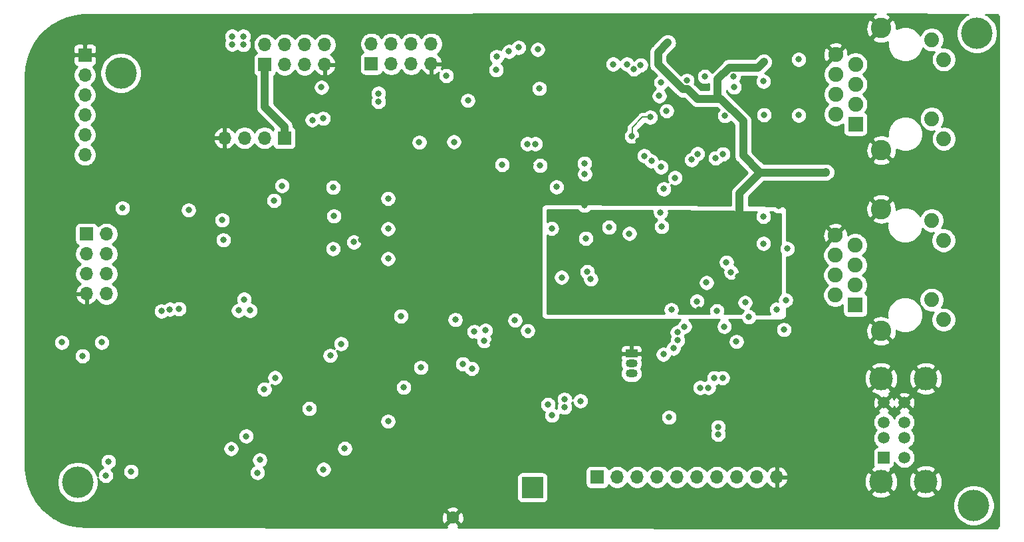
<source format=gbr>
G04 #@! TF.GenerationSoftware,KiCad,Pcbnew,5.1.10-88a1d61d58~90~ubuntu20.04.1*
G04 #@! TF.CreationDate,2021-09-12T22:34:26-04:00*
G04 #@! TF.ProjectId,UnwaryNuc,556e7761-7279-44e7-9563-2e6b69636164,rev?*
G04 #@! TF.SameCoordinates,Original*
G04 #@! TF.FileFunction,Copper,L3,Inr*
G04 #@! TF.FilePolarity,Positive*
%FSLAX46Y46*%
G04 Gerber Fmt 4.6, Leading zero omitted, Abs format (unit mm)*
G04 Created by KiCad (PCBNEW 5.1.10-88a1d61d58~90~ubuntu20.04.1) date 2021-09-12 22:34:26*
%MOMM*%
%LPD*%
G01*
G04 APERTURE LIST*
G04 #@! TA.AperFunction,ComponentPad*
%ADD10O,1.700000X1.700000*%
G04 #@! TD*
G04 #@! TA.AperFunction,ComponentPad*
%ADD11R,1.700000X1.700000*%
G04 #@! TD*
G04 #@! TA.AperFunction,ComponentPad*
%ADD12C,1.600000*%
G04 #@! TD*
G04 #@! TA.AperFunction,ComponentPad*
%ADD13R,2.700000X2.700000*%
G04 #@! TD*
G04 #@! TA.AperFunction,ComponentPad*
%ADD14C,3.000000*%
G04 #@! TD*
G04 #@! TA.AperFunction,ComponentPad*
%ADD15R,1.500000X1.500000*%
G04 #@! TD*
G04 #@! TA.AperFunction,ComponentPad*
%ADD16C,1.500000*%
G04 #@! TD*
G04 #@! TA.AperFunction,ComponentPad*
%ADD17C,2.600000*%
G04 #@! TD*
G04 #@! TA.AperFunction,ComponentPad*
%ADD18C,1.890000*%
G04 #@! TD*
G04 #@! TA.AperFunction,ComponentPad*
%ADD19C,1.900000*%
G04 #@! TD*
G04 #@! TA.AperFunction,ComponentPad*
%ADD20R,1.900000X1.900000*%
G04 #@! TD*
G04 #@! TA.AperFunction,ComponentPad*
%ADD21R,1.500000X1.050000*%
G04 #@! TD*
G04 #@! TA.AperFunction,ComponentPad*
%ADD22O,1.500000X1.050000*%
G04 #@! TD*
G04 #@! TA.AperFunction,ViaPad*
%ADD23C,4.000000*%
G04 #@! TD*
G04 #@! TA.AperFunction,ViaPad*
%ADD24C,0.800000*%
G04 #@! TD*
G04 #@! TA.AperFunction,Conductor*
%ADD25C,1.000000*%
G04 #@! TD*
G04 #@! TA.AperFunction,Conductor*
%ADD26C,0.200000*%
G04 #@! TD*
G04 #@! TA.AperFunction,Conductor*
%ADD27C,0.254000*%
G04 #@! TD*
G04 #@! TA.AperFunction,Conductor*
%ADD28C,0.100000*%
G04 #@! TD*
G04 APERTURE END LIST*
D10*
X179019200Y-119430800D03*
X176479200Y-119430800D03*
X173939200Y-119430800D03*
X171399200Y-119430800D03*
X168859200Y-119430800D03*
X166319200Y-119430800D03*
X163779200Y-119430800D03*
X161239200Y-119430800D03*
X158699200Y-119430800D03*
D11*
X156159200Y-119430800D03*
D10*
X108712000Y-76200000D03*
X111252000Y-76200000D03*
X113792000Y-76200000D03*
D11*
X116332000Y-76200000D03*
D10*
X135026400Y-64211200D03*
X135026400Y-66751200D03*
X132486400Y-64211200D03*
X132486400Y-66751200D03*
X129946400Y-64211200D03*
X129946400Y-66751200D03*
X127406400Y-64211200D03*
D11*
X127406400Y-66751200D03*
D10*
X121462800Y-64312800D03*
X121462800Y-66852800D03*
X118922800Y-64312800D03*
X118922800Y-66852800D03*
X116382800Y-64312800D03*
X116382800Y-66852800D03*
X113842800Y-64312800D03*
D11*
X113842800Y-66852800D03*
D10*
X93675200Y-96062800D03*
X91135200Y-96062800D03*
X93675200Y-93522800D03*
X91135200Y-93522800D03*
X93675200Y-90982800D03*
X91135200Y-90982800D03*
X93675200Y-88442800D03*
D11*
X91135200Y-88442800D03*
D10*
X90932000Y-78333600D03*
X90932000Y-75793600D03*
X90932000Y-73253600D03*
X90932000Y-70713600D03*
X90932000Y-68173600D03*
D11*
X90932000Y-65633600D03*
D12*
X137759600Y-124601600D03*
D13*
X147929600Y-120751600D03*
D14*
X192303200Y-106868000D03*
X192303200Y-120008000D03*
D15*
X192653200Y-116938000D03*
D16*
X192653200Y-114438000D03*
X192653200Y-112438000D03*
X192653200Y-109938000D03*
D14*
X197983200Y-120008000D03*
X197983200Y-106868000D03*
D16*
X195273200Y-116938000D03*
X195273200Y-114438000D03*
X195273200Y-112438000D03*
X195273200Y-109938000D03*
D17*
X192316800Y-85265200D03*
X192316800Y-100815200D03*
D18*
X200266800Y-99365200D03*
X198746800Y-96825200D03*
X200266800Y-89255200D03*
X198746800Y-86715200D03*
D19*
X186486800Y-88595200D03*
X189026800Y-89865200D03*
X186486800Y-91135200D03*
X189026800Y-92405200D03*
X186486800Y-93675200D03*
X189026800Y-94945200D03*
X186486800Y-96215200D03*
D20*
X189026800Y-97485200D03*
D17*
X192343200Y-62212400D03*
X192343200Y-77762400D03*
D18*
X200293200Y-76312400D03*
X198773200Y-73772400D03*
X200293200Y-66202400D03*
X198773200Y-63662400D03*
D19*
X186513200Y-65542400D03*
X189053200Y-66812400D03*
X186513200Y-68082400D03*
X189053200Y-69352400D03*
X186513200Y-70622400D03*
X189053200Y-71892400D03*
X186513200Y-73162400D03*
D20*
X189053200Y-74432400D03*
D21*
X160528000Y-103682800D03*
D22*
X160528000Y-106222800D03*
X160528000Y-104952800D03*
D23*
X90017600Y-120091200D03*
X204114400Y-123037600D03*
X204520800Y-62839600D03*
X95504000Y-67919600D03*
D24*
X169672000Y-72771000D03*
X168503600Y-73964800D03*
X169672000Y-75158600D03*
X167284400Y-75158600D03*
X167335200Y-72821800D03*
X160248600Y-88392000D03*
X160299400Y-79933800D03*
X152095200Y-69875400D03*
X146227800Y-71170800D03*
X141605000Y-70027800D03*
X138582400Y-68707000D03*
X118313200Y-92100400D03*
X118364000Y-84404200D03*
X118389400Y-87960200D03*
X135483600Y-87833200D03*
X135458200Y-84023200D03*
X143789400Y-86080600D03*
X143789400Y-82448400D03*
X143738600Y-89941400D03*
X140055600Y-95021400D03*
X143992600Y-94945200D03*
X137566400Y-105105200D03*
X147523200Y-94894400D03*
X111277400Y-103733600D03*
X113792000Y-109931200D03*
X118084600Y-106730800D03*
X119583200Y-107696000D03*
X120370600Y-113182400D03*
X127685800Y-110972600D03*
X124180600Y-112191800D03*
X96596200Y-104521000D03*
X168757600Y-67157600D03*
X98044000Y-89204800D03*
X145694400Y-79756000D03*
X147726400Y-79603600D03*
X151638000Y-78232000D03*
X150520400Y-79654400D03*
X170074616Y-94642434D03*
X165658800Y-99822000D03*
X173888400Y-100025200D03*
X178079400Y-99949000D03*
X168097200Y-106375200D03*
X179273200Y-84886800D03*
X183692800Y-84886800D03*
X188214000Y-81838800D03*
X176733200Y-100773000D03*
X166979600Y-109270800D03*
X180492400Y-69545200D03*
X183388000Y-97840800D03*
X177038000Y-75844400D03*
X131064000Y-73660000D03*
X153568400Y-111252000D03*
X152552400Y-114452400D03*
X184251600Y-109474000D03*
X111099600Y-82346800D03*
X95326200Y-82016600D03*
X125095000Y-78181200D03*
X179476400Y-105206800D03*
X179406525Y-106203725D03*
X105613200Y-71475600D03*
X87782400Y-108102400D03*
X93218000Y-108102400D03*
X97028000Y-112725200D03*
X90576400Y-106273600D03*
X90576400Y-110032800D03*
X97891600Y-63855600D03*
X105867200Y-63906400D03*
X99698800Y-102637600D03*
X113233200Y-123647200D03*
X109321600Y-123596400D03*
X114757200Y-117449600D03*
X117094000Y-114554000D03*
X100584000Y-65532000D03*
X168706800Y-101600000D03*
X171043600Y-101549200D03*
X169875200Y-102743000D03*
X168656000Y-103936800D03*
X171043600Y-103936800D03*
X142087600Y-105105200D03*
X146487320Y-102452028D03*
X151638000Y-101193600D03*
X186994800Y-122529600D03*
X177139600Y-74625200D03*
X177495200Y-71831200D03*
X153162000Y-65144889D03*
X163423600Y-63754000D03*
X155549600Y-69037200D03*
X154533600Y-75793600D03*
X178409600Y-77735200D03*
X177342800Y-86207600D03*
X177342800Y-89662000D03*
X154533600Y-84785200D03*
X151638000Y-93980000D03*
X142900000Y-102362000D03*
X126136400Y-89204800D03*
X150368002Y-87731600D03*
X136652000Y-75133200D03*
X162864800Y-69951600D03*
X129184400Y-97383600D03*
X135686800Y-91490800D03*
X184951595Y-118352796D03*
X161435009Y-76527421D03*
X166725600Y-77419200D03*
X131622800Y-69443600D03*
X118414800Y-69900800D03*
X140512800Y-102108000D03*
X138458789Y-102209600D03*
X127698234Y-104000567D03*
X104089200Y-100260112D03*
X107873800Y-100260112D03*
X105384600Y-100260112D03*
X106654600Y-100260112D03*
X118821200Y-93218000D03*
X118618000Y-94589600D03*
X135128000Y-101885710D03*
X136405689Y-101938421D03*
X143611600Y-120007010D03*
X127304800Y-120497600D03*
X160426396Y-115265200D03*
X131622800Y-105867200D03*
X133705600Y-105460800D03*
X129540000Y-112318800D03*
X138099800Y-99364800D03*
X145694400Y-99441000D03*
X154584400Y-80797400D03*
X154533600Y-79425800D03*
X113766600Y-108229400D03*
X115138200Y-106756200D03*
X122529600Y-82499200D03*
X122631200Y-86156800D03*
X122529600Y-90322400D03*
X133502400Y-76758800D03*
X137922000Y-76708000D03*
X144068800Y-79603600D03*
X154025600Y-109728000D03*
X148894800Y-79705200D03*
X165303200Y-111810800D03*
X154704440Y-89001331D03*
X147320000Y-100761800D03*
X119507000Y-110693200D03*
X124023800Y-115773200D03*
X121310400Y-118440200D03*
X113207800Y-117246400D03*
X111466300Y-114212700D03*
X109550200Y-115798600D03*
X112903000Y-118872000D03*
X167690800Y-70002400D03*
X129540000Y-83921600D03*
X129540000Y-87782400D03*
X129540000Y-91592400D03*
X150977600Y-82448400D03*
X150977600Y-86055200D03*
X150977600Y-89560400D03*
X169113200Y-98094800D03*
X160985200Y-89712800D03*
X174091600Y-93878400D03*
X178098200Y-92601800D03*
X171500800Y-71221600D03*
X163918166Y-66839366D03*
X177393600Y-66497200D03*
X173376838Y-67338235D03*
X169621200Y-87630000D03*
X175669500Y-87942278D03*
X185318400Y-80568800D03*
X181305200Y-80619600D03*
X95707200Y-85140800D03*
X104140000Y-85394800D03*
X165150800Y-64058800D03*
X167995600Y-94132400D03*
X131165600Y-98907600D03*
X160578800Y-75996800D03*
X162915600Y-73555300D03*
X122174000Y-103936800D03*
X123545600Y-102438200D03*
X125173524Y-89474746D03*
X157677355Y-87584067D03*
X109677200Y-64262000D03*
X109677200Y-63246000D03*
X111099600Y-63246000D03*
X111099600Y-64312800D03*
X90627200Y-103987600D03*
X93065600Y-102260400D03*
X87985600Y-102260400D03*
X147269200Y-76962000D03*
X115011200Y-84175600D03*
X148285200Y-76962000D03*
X116027200Y-82296000D03*
X155346400Y-94183200D03*
X171551600Y-113977790D03*
X171551600Y-113038400D03*
X154904832Y-93253168D03*
X164063643Y-70835557D03*
X136942554Y-68260954D03*
X161696400Y-66903600D03*
X148590000Y-64922400D03*
X159961223Y-66798900D03*
X146151600Y-64668400D03*
X144932400Y-65176400D03*
X158191200Y-66798900D03*
X143357600Y-65836800D03*
X160832800Y-67411600D03*
X139700000Y-71424800D03*
X173211853Y-93311526D03*
X166370000Y-100990400D03*
X172618400Y-92049600D03*
X167284400Y-100237998D03*
X164287200Y-79908400D03*
X164388800Y-87494382D03*
X162153600Y-78482900D03*
X164592000Y-103784400D03*
X163068000Y-79146400D03*
X165862000Y-103022400D03*
X166065200Y-81280000D03*
X167589200Y-68884800D03*
X148793200Y-69900800D03*
X164287200Y-69138800D03*
X173532800Y-68326000D03*
X143306800Y-67513200D03*
X169865715Y-68360288D03*
X172351700Y-100237998D03*
X173595742Y-69709389D03*
X181813200Y-66192400D03*
X181813200Y-73304400D03*
X180390800Y-90322400D03*
X180177000Y-96875600D03*
X168859200Y-97028000D03*
X164236400Y-85699600D03*
X165608000Y-98094800D03*
X179019200Y-98044000D03*
X177342800Y-68986400D03*
X175463200Y-99009200D03*
X171399200Y-98247200D03*
X175006000Y-97180400D03*
X164642800Y-82702400D03*
X164998400Y-72745600D03*
X166420800Y-102006400D03*
X108407200Y-86664800D03*
X151993600Y-109524800D03*
X151993600Y-110540800D03*
X150418800Y-111556800D03*
X108559600Y-89204800D03*
X149910800Y-110185200D03*
X173888400Y-102158800D03*
X179933600Y-100634800D03*
X172415200Y-73358300D03*
X177393600Y-73253600D03*
X131541066Y-107980364D03*
X171246800Y-78757579D03*
X172161200Y-78249000D03*
X168196155Y-78971819D03*
X168938619Y-78229355D03*
X171077400Y-106781600D03*
X172127400Y-106781600D03*
X169279615Y-108021431D03*
X170329615Y-108021431D03*
X128320800Y-71568800D03*
X128320800Y-70518800D03*
X140512799Y-100888800D03*
X141935200Y-100736400D03*
X140208000Y-105594100D03*
X121259600Y-73710800D03*
X121056400Y-69748400D03*
X141782800Y-102057200D03*
X139039600Y-105003600D03*
X119888000Y-73914000D03*
X93573600Y-119227600D03*
X100685600Y-98266300D03*
X111201200Y-96774000D03*
X102920800Y-97974100D03*
X93929200Y-117449600D03*
X110490000Y-98196400D03*
X111963200Y-98196400D03*
X96824800Y-118719600D03*
X101743818Y-98043176D03*
D25*
X181305200Y-80619600D02*
X178358800Y-80619600D01*
X176915730Y-80619600D02*
X174313990Y-83221340D01*
X178358800Y-80619600D02*
X176915730Y-80619600D01*
X174313990Y-83221340D02*
X174313990Y-85902800D01*
X185267600Y-80619600D02*
X185318400Y-80568800D01*
X181305200Y-80619600D02*
X185267600Y-80619600D01*
X176915730Y-80619600D02*
X174752000Y-78455870D01*
X171906502Y-71221600D02*
X171500800Y-71221600D01*
X174752000Y-74067098D02*
X171906502Y-71221600D01*
X174752000Y-78455870D02*
X174752000Y-74067098D01*
X171500800Y-68729998D02*
X171500800Y-71221600D01*
X173004799Y-67225999D02*
X171500800Y-68729998D01*
X176664801Y-67225999D02*
X173004799Y-67225999D01*
X177393600Y-66497200D02*
X176664801Y-67225999D01*
X168910000Y-71221600D02*
X167690800Y-70002400D01*
X171500800Y-71221600D02*
X168910000Y-71221600D01*
X167081200Y-70002400D02*
X163918166Y-66839366D01*
X167690800Y-70002400D02*
X167081200Y-70002400D01*
X163918166Y-65291434D02*
X165150800Y-64058800D01*
X163918166Y-66839366D02*
X163918166Y-65291434D01*
X116332000Y-76200000D02*
X116332000Y-74777600D01*
X113842800Y-72288400D02*
X113842800Y-66852800D01*
X116332000Y-74777600D02*
X113842800Y-72288400D01*
D26*
X160629600Y-75946000D02*
X160578800Y-75996800D01*
X160629600Y-74879200D02*
X160629600Y-75946000D01*
X161953500Y-73555300D02*
X160629600Y-74879200D01*
X162915600Y-73555300D02*
X161953500Y-73555300D01*
D27*
X153700887Y-85401907D02*
X153729663Y-85444974D01*
X153873826Y-85589137D01*
X154043344Y-85702405D01*
X154231702Y-85780426D01*
X154431661Y-85820200D01*
X154635539Y-85820200D01*
X154835498Y-85780426D01*
X155023856Y-85702405D01*
X155193374Y-85589137D01*
X155337537Y-85444974D01*
X155357417Y-85415221D01*
X163225111Y-85478456D01*
X163201400Y-85597661D01*
X163201400Y-85801539D01*
X163241174Y-86001498D01*
X163319195Y-86189856D01*
X163432463Y-86359374D01*
X163576626Y-86503537D01*
X163746144Y-86616805D01*
X163803611Y-86640609D01*
X163729026Y-86690445D01*
X163584863Y-86834608D01*
X163471595Y-87004126D01*
X163393574Y-87192484D01*
X163353800Y-87392443D01*
X163353800Y-87596321D01*
X163393574Y-87796280D01*
X163471595Y-87984638D01*
X163584863Y-88154156D01*
X163729026Y-88298319D01*
X163898544Y-88411587D01*
X164086902Y-88489608D01*
X164286861Y-88529382D01*
X164490739Y-88529382D01*
X164690698Y-88489608D01*
X164879056Y-88411587D01*
X165048574Y-88298319D01*
X165192737Y-88154156D01*
X165306005Y-87984638D01*
X165384026Y-87796280D01*
X165423800Y-87596321D01*
X165423800Y-87392443D01*
X165384026Y-87192484D01*
X165306005Y-87004126D01*
X165192737Y-86834608D01*
X165048574Y-86690445D01*
X164879056Y-86577177D01*
X164821589Y-86553373D01*
X164896174Y-86503537D01*
X165040337Y-86359374D01*
X165153605Y-86189856D01*
X165231626Y-86001498D01*
X165271400Y-85801539D01*
X165271400Y-85597661D01*
X165250927Y-85494738D01*
X176513851Y-85585260D01*
X176425595Y-85717344D01*
X176347574Y-85905702D01*
X176307800Y-86105661D01*
X176307800Y-86309539D01*
X176347574Y-86509498D01*
X176425595Y-86697856D01*
X176538863Y-86867374D01*
X176683026Y-87011537D01*
X176852544Y-87124805D01*
X177040902Y-87202826D01*
X177240861Y-87242600D01*
X177444739Y-87242600D01*
X177644698Y-87202826D01*
X177833056Y-87124805D01*
X178002574Y-87011537D01*
X178146737Y-86867374D01*
X178260005Y-86697856D01*
X178338026Y-86509498D01*
X178377800Y-86309539D01*
X178377800Y-86105661D01*
X178338026Y-85905702D01*
X178260005Y-85717344D01*
X178180701Y-85598657D01*
X178524106Y-85601417D01*
X178613426Y-85690737D01*
X178782944Y-85804005D01*
X178971302Y-85882026D01*
X179171261Y-85921800D01*
X179375139Y-85921800D01*
X179552600Y-85886501D01*
X179552600Y-89713904D01*
X179473595Y-89832144D01*
X179395574Y-90020502D01*
X179355800Y-90220461D01*
X179355800Y-90424339D01*
X179395574Y-90624298D01*
X179473595Y-90812656D01*
X179552600Y-90930896D01*
X179552600Y-96048027D01*
X179517226Y-96071663D01*
X179373063Y-96215826D01*
X179259795Y-96385344D01*
X179181774Y-96573702D01*
X179142000Y-96773661D01*
X179142000Y-96977539D01*
X179149375Y-97014616D01*
X179121139Y-97009000D01*
X178917261Y-97009000D01*
X178717302Y-97048774D01*
X178528944Y-97126795D01*
X178359426Y-97240063D01*
X178215263Y-97384226D01*
X178101995Y-97553744D01*
X178023974Y-97742102D01*
X177984200Y-97942061D01*
X177984200Y-98145939D01*
X178023974Y-98345898D01*
X178101995Y-98534256D01*
X178163052Y-98625634D01*
X176423378Y-98622690D01*
X176380405Y-98518944D01*
X176267137Y-98349426D01*
X176122974Y-98205263D01*
X175953456Y-98091995D01*
X175765098Y-98013974D01*
X175654379Y-97991951D01*
X175665774Y-97984337D01*
X175809937Y-97840174D01*
X175923205Y-97670656D01*
X176001226Y-97482298D01*
X176041000Y-97282339D01*
X176041000Y-97078461D01*
X176001226Y-96878502D01*
X175923205Y-96690144D01*
X175809937Y-96520626D01*
X175665774Y-96376463D01*
X175496256Y-96263195D01*
X175307898Y-96185174D01*
X175107939Y-96145400D01*
X174904061Y-96145400D01*
X174704102Y-96185174D01*
X174515744Y-96263195D01*
X174346226Y-96376463D01*
X174202063Y-96520626D01*
X174088795Y-96690144D01*
X174010774Y-96878502D01*
X173971000Y-97078461D01*
X173971000Y-97282339D01*
X174010774Y-97482298D01*
X174088795Y-97670656D01*
X174202063Y-97840174D01*
X174346226Y-97984337D01*
X174515744Y-98097605D01*
X174704102Y-98175626D01*
X174814821Y-98197649D01*
X174803426Y-98205263D01*
X174659263Y-98349426D01*
X174545995Y-98518944D01*
X174504367Y-98619443D01*
X172366786Y-98615826D01*
X172394426Y-98549098D01*
X172434200Y-98349139D01*
X172434200Y-98145261D01*
X172394426Y-97945302D01*
X172316405Y-97756944D01*
X172203137Y-97587426D01*
X172058974Y-97443263D01*
X171889456Y-97329995D01*
X171701098Y-97251974D01*
X171501139Y-97212200D01*
X171297261Y-97212200D01*
X171097302Y-97251974D01*
X170908944Y-97329995D01*
X170739426Y-97443263D01*
X170595263Y-97587426D01*
X170481995Y-97756944D01*
X170403974Y-97945302D01*
X170364200Y-98145261D01*
X170364200Y-98349139D01*
X170403974Y-98549098D01*
X170430257Y-98612550D01*
X166511265Y-98605919D01*
X166525205Y-98585056D01*
X166603226Y-98396698D01*
X166643000Y-98196739D01*
X166643000Y-97992861D01*
X166603226Y-97792902D01*
X166525205Y-97604544D01*
X166411937Y-97435026D01*
X166267774Y-97290863D01*
X166098256Y-97177595D01*
X165909898Y-97099574D01*
X165709939Y-97059800D01*
X165506061Y-97059800D01*
X165306102Y-97099574D01*
X165117744Y-97177595D01*
X164948226Y-97290863D01*
X164804063Y-97435026D01*
X164690795Y-97604544D01*
X164612774Y-97792902D01*
X164573000Y-97992861D01*
X164573000Y-98196739D01*
X164612774Y-98396698D01*
X164690795Y-98585056D01*
X164702690Y-98602858D01*
X149783800Y-98577615D01*
X149783800Y-96926061D01*
X167824200Y-96926061D01*
X167824200Y-97129939D01*
X167863974Y-97329898D01*
X167941995Y-97518256D01*
X168055263Y-97687774D01*
X168199426Y-97831937D01*
X168368944Y-97945205D01*
X168557302Y-98023226D01*
X168757261Y-98063000D01*
X168961139Y-98063000D01*
X169161098Y-98023226D01*
X169349456Y-97945205D01*
X169518974Y-97831937D01*
X169663137Y-97687774D01*
X169776405Y-97518256D01*
X169854426Y-97329898D01*
X169894200Y-97129939D01*
X169894200Y-96926061D01*
X169854426Y-96726102D01*
X169776405Y-96537744D01*
X169663137Y-96368226D01*
X169518974Y-96224063D01*
X169349456Y-96110795D01*
X169161098Y-96032774D01*
X168961139Y-95993000D01*
X168757261Y-95993000D01*
X168557302Y-96032774D01*
X168368944Y-96110795D01*
X168199426Y-96224063D01*
X168055263Y-96368226D01*
X167941995Y-96537744D01*
X167863974Y-96726102D01*
X167824200Y-96926061D01*
X149783800Y-96926061D01*
X149783800Y-93878061D01*
X150603000Y-93878061D01*
X150603000Y-94081939D01*
X150642774Y-94281898D01*
X150720795Y-94470256D01*
X150834063Y-94639774D01*
X150978226Y-94783937D01*
X151147744Y-94897205D01*
X151336102Y-94975226D01*
X151536061Y-95015000D01*
X151739939Y-95015000D01*
X151939898Y-94975226D01*
X152128256Y-94897205D01*
X152297774Y-94783937D01*
X152441937Y-94639774D01*
X152555205Y-94470256D01*
X152633226Y-94281898D01*
X152673000Y-94081939D01*
X152673000Y-93878061D01*
X152633226Y-93678102D01*
X152555205Y-93489744D01*
X152441937Y-93320226D01*
X152297774Y-93176063D01*
X152260608Y-93151229D01*
X153869832Y-93151229D01*
X153869832Y-93355107D01*
X153909606Y-93555066D01*
X153987627Y-93743424D01*
X154100895Y-93912942D01*
X154245058Y-94057105D01*
X154311400Y-94101433D01*
X154311400Y-94285139D01*
X154351174Y-94485098D01*
X154429195Y-94673456D01*
X154542463Y-94842974D01*
X154686626Y-94987137D01*
X154856144Y-95100405D01*
X155044502Y-95178426D01*
X155244461Y-95218200D01*
X155448339Y-95218200D01*
X155648298Y-95178426D01*
X155836656Y-95100405D01*
X156006174Y-94987137D01*
X156150337Y-94842974D01*
X156263605Y-94673456D01*
X156318679Y-94540495D01*
X169039616Y-94540495D01*
X169039616Y-94744373D01*
X169079390Y-94944332D01*
X169157411Y-95132690D01*
X169270679Y-95302208D01*
X169414842Y-95446371D01*
X169584360Y-95559639D01*
X169772718Y-95637660D01*
X169972677Y-95677434D01*
X170176555Y-95677434D01*
X170376514Y-95637660D01*
X170564872Y-95559639D01*
X170734390Y-95446371D01*
X170878553Y-95302208D01*
X170991821Y-95132690D01*
X171069842Y-94944332D01*
X171109616Y-94744373D01*
X171109616Y-94540495D01*
X171069842Y-94340536D01*
X170991821Y-94152178D01*
X170878553Y-93982660D01*
X170734390Y-93838497D01*
X170564872Y-93725229D01*
X170376514Y-93647208D01*
X170176555Y-93607434D01*
X169972677Y-93607434D01*
X169772718Y-93647208D01*
X169584360Y-93725229D01*
X169414842Y-93838497D01*
X169270679Y-93982660D01*
X169157411Y-94152178D01*
X169079390Y-94340536D01*
X169039616Y-94540495D01*
X156318679Y-94540495D01*
X156341626Y-94485098D01*
X156381400Y-94285139D01*
X156381400Y-94081261D01*
X156341626Y-93881302D01*
X156263605Y-93692944D01*
X156150337Y-93523426D01*
X156006174Y-93379263D01*
X155939832Y-93334935D01*
X155939832Y-93151229D01*
X155900058Y-92951270D01*
X155822037Y-92762912D01*
X155708769Y-92593394D01*
X155564606Y-92449231D01*
X155395088Y-92335963D01*
X155206730Y-92257942D01*
X155006771Y-92218168D01*
X154802893Y-92218168D01*
X154602934Y-92257942D01*
X154414576Y-92335963D01*
X154245058Y-92449231D01*
X154100895Y-92593394D01*
X153987627Y-92762912D01*
X153909606Y-92951270D01*
X153869832Y-93151229D01*
X152260608Y-93151229D01*
X152128256Y-93062795D01*
X151939898Y-92984774D01*
X151739939Y-92945000D01*
X151536061Y-92945000D01*
X151336102Y-92984774D01*
X151147744Y-93062795D01*
X150978226Y-93176063D01*
X150834063Y-93320226D01*
X150720795Y-93489744D01*
X150642774Y-93678102D01*
X150603000Y-93878061D01*
X149783800Y-93878061D01*
X149783800Y-91947661D01*
X171583400Y-91947661D01*
X171583400Y-92151539D01*
X171623174Y-92351498D01*
X171701195Y-92539856D01*
X171814463Y-92709374D01*
X171958626Y-92853537D01*
X172128144Y-92966805D01*
X172218809Y-93004360D01*
X172216627Y-93009628D01*
X172176853Y-93209587D01*
X172176853Y-93413465D01*
X172216627Y-93613424D01*
X172294648Y-93801782D01*
X172407916Y-93971300D01*
X172552079Y-94115463D01*
X172721597Y-94228731D01*
X172909955Y-94306752D01*
X173109914Y-94346526D01*
X173313792Y-94346526D01*
X173513751Y-94306752D01*
X173702109Y-94228731D01*
X173871627Y-94115463D01*
X174015790Y-93971300D01*
X174129058Y-93801782D01*
X174207079Y-93613424D01*
X174246853Y-93413465D01*
X174246853Y-93209587D01*
X174207079Y-93009628D01*
X174129058Y-92821270D01*
X174015790Y-92651752D01*
X173871627Y-92507589D01*
X173702109Y-92394321D01*
X173611444Y-92356766D01*
X173613626Y-92351498D01*
X173653400Y-92151539D01*
X173653400Y-91947661D01*
X173613626Y-91747702D01*
X173535605Y-91559344D01*
X173422337Y-91389826D01*
X173278174Y-91245663D01*
X173108656Y-91132395D01*
X172920298Y-91054374D01*
X172720339Y-91014600D01*
X172516461Y-91014600D01*
X172316502Y-91054374D01*
X172128144Y-91132395D01*
X171958626Y-91245663D01*
X171814463Y-91389826D01*
X171701195Y-91559344D01*
X171623174Y-91747702D01*
X171583400Y-91947661D01*
X149783800Y-91947661D01*
X149783800Y-88899392D01*
X153669440Y-88899392D01*
X153669440Y-89103270D01*
X153709214Y-89303229D01*
X153787235Y-89491587D01*
X153900503Y-89661105D01*
X154044666Y-89805268D01*
X154214184Y-89918536D01*
X154402542Y-89996557D01*
X154602501Y-90036331D01*
X154806379Y-90036331D01*
X155006338Y-89996557D01*
X155194696Y-89918536D01*
X155364214Y-89805268D01*
X155508377Y-89661105D01*
X155575892Y-89560061D01*
X176307800Y-89560061D01*
X176307800Y-89763939D01*
X176347574Y-89963898D01*
X176425595Y-90152256D01*
X176538863Y-90321774D01*
X176683026Y-90465937D01*
X176852544Y-90579205D01*
X177040902Y-90657226D01*
X177240861Y-90697000D01*
X177444739Y-90697000D01*
X177644698Y-90657226D01*
X177833056Y-90579205D01*
X178002574Y-90465937D01*
X178146737Y-90321774D01*
X178260005Y-90152256D01*
X178338026Y-89963898D01*
X178377800Y-89763939D01*
X178377800Y-89560061D01*
X178338026Y-89360102D01*
X178260005Y-89171744D01*
X178146737Y-89002226D01*
X178002574Y-88858063D01*
X177833056Y-88744795D01*
X177644698Y-88666774D01*
X177444739Y-88627000D01*
X177240861Y-88627000D01*
X177040902Y-88666774D01*
X176852544Y-88744795D01*
X176683026Y-88858063D01*
X176538863Y-89002226D01*
X176425595Y-89171744D01*
X176347574Y-89360102D01*
X176307800Y-89560061D01*
X155575892Y-89560061D01*
X155621645Y-89491587D01*
X155699666Y-89303229D01*
X155739440Y-89103270D01*
X155739440Y-88899392D01*
X155699666Y-88699433D01*
X155621645Y-88511075D01*
X155508377Y-88341557D01*
X155364214Y-88197394D01*
X155194696Y-88084126D01*
X155006338Y-88006105D01*
X154806379Y-87966331D01*
X154602501Y-87966331D01*
X154402542Y-88006105D01*
X154214184Y-88084126D01*
X154044666Y-88197394D01*
X153900503Y-88341557D01*
X153787235Y-88511075D01*
X153709214Y-88699433D01*
X153669440Y-88899392D01*
X149783800Y-88899392D01*
X149783800Y-88586032D01*
X149877746Y-88648805D01*
X150066104Y-88726826D01*
X150266063Y-88766600D01*
X150469941Y-88766600D01*
X150669900Y-88726826D01*
X150858258Y-88648805D01*
X151027776Y-88535537D01*
X151171939Y-88391374D01*
X151285207Y-88221856D01*
X151363228Y-88033498D01*
X151403002Y-87833539D01*
X151403002Y-87629661D01*
X151373657Y-87482128D01*
X156642355Y-87482128D01*
X156642355Y-87686006D01*
X156682129Y-87885965D01*
X156760150Y-88074323D01*
X156873418Y-88243841D01*
X157017581Y-88388004D01*
X157187099Y-88501272D01*
X157375457Y-88579293D01*
X157575416Y-88619067D01*
X157779294Y-88619067D01*
X157979253Y-88579293D01*
X158167611Y-88501272D01*
X158337129Y-88388004D01*
X158435072Y-88290061D01*
X159213600Y-88290061D01*
X159213600Y-88493939D01*
X159253374Y-88693898D01*
X159331395Y-88882256D01*
X159444663Y-89051774D01*
X159588826Y-89195937D01*
X159758344Y-89309205D01*
X159946702Y-89387226D01*
X160146661Y-89427000D01*
X160350539Y-89427000D01*
X160550498Y-89387226D01*
X160738856Y-89309205D01*
X160908374Y-89195937D01*
X161052537Y-89051774D01*
X161165805Y-88882256D01*
X161243826Y-88693898D01*
X161283600Y-88493939D01*
X161283600Y-88290061D01*
X161243826Y-88090102D01*
X161165805Y-87901744D01*
X161052537Y-87732226D01*
X160908374Y-87588063D01*
X160738856Y-87474795D01*
X160550498Y-87396774D01*
X160350539Y-87357000D01*
X160146661Y-87357000D01*
X159946702Y-87396774D01*
X159758344Y-87474795D01*
X159588826Y-87588063D01*
X159444663Y-87732226D01*
X159331395Y-87901744D01*
X159253374Y-88090102D01*
X159213600Y-88290061D01*
X158435072Y-88290061D01*
X158481292Y-88243841D01*
X158594560Y-88074323D01*
X158672581Y-87885965D01*
X158712355Y-87686006D01*
X158712355Y-87482128D01*
X158672581Y-87282169D01*
X158594560Y-87093811D01*
X158481292Y-86924293D01*
X158337129Y-86780130D01*
X158167611Y-86666862D01*
X157979253Y-86588841D01*
X157779294Y-86549067D01*
X157575416Y-86549067D01*
X157375457Y-86588841D01*
X157187099Y-86666862D01*
X157017581Y-86780130D01*
X156873418Y-86924293D01*
X156760150Y-87093811D01*
X156682129Y-87282169D01*
X156642355Y-87482128D01*
X151373657Y-87482128D01*
X151363228Y-87429702D01*
X151285207Y-87241344D01*
X151171939Y-87071826D01*
X151027776Y-86927663D01*
X150858258Y-86814395D01*
X150669900Y-86736374D01*
X150469941Y-86696600D01*
X150266063Y-86696600D01*
X150066104Y-86736374D01*
X149877746Y-86814395D01*
X149783800Y-86877168D01*
X149783800Y-85370425D01*
X153700887Y-85401907D01*
G04 #@! TA.AperFunction,Conductor*
D28*
G36*
X153700887Y-85401907D02*
G01*
X153729663Y-85444974D01*
X153873826Y-85589137D01*
X154043344Y-85702405D01*
X154231702Y-85780426D01*
X154431661Y-85820200D01*
X154635539Y-85820200D01*
X154835498Y-85780426D01*
X155023856Y-85702405D01*
X155193374Y-85589137D01*
X155337537Y-85444974D01*
X155357417Y-85415221D01*
X163225111Y-85478456D01*
X163201400Y-85597661D01*
X163201400Y-85801539D01*
X163241174Y-86001498D01*
X163319195Y-86189856D01*
X163432463Y-86359374D01*
X163576626Y-86503537D01*
X163746144Y-86616805D01*
X163803611Y-86640609D01*
X163729026Y-86690445D01*
X163584863Y-86834608D01*
X163471595Y-87004126D01*
X163393574Y-87192484D01*
X163353800Y-87392443D01*
X163353800Y-87596321D01*
X163393574Y-87796280D01*
X163471595Y-87984638D01*
X163584863Y-88154156D01*
X163729026Y-88298319D01*
X163898544Y-88411587D01*
X164086902Y-88489608D01*
X164286861Y-88529382D01*
X164490739Y-88529382D01*
X164690698Y-88489608D01*
X164879056Y-88411587D01*
X165048574Y-88298319D01*
X165192737Y-88154156D01*
X165306005Y-87984638D01*
X165384026Y-87796280D01*
X165423800Y-87596321D01*
X165423800Y-87392443D01*
X165384026Y-87192484D01*
X165306005Y-87004126D01*
X165192737Y-86834608D01*
X165048574Y-86690445D01*
X164879056Y-86577177D01*
X164821589Y-86553373D01*
X164896174Y-86503537D01*
X165040337Y-86359374D01*
X165153605Y-86189856D01*
X165231626Y-86001498D01*
X165271400Y-85801539D01*
X165271400Y-85597661D01*
X165250927Y-85494738D01*
X176513851Y-85585260D01*
X176425595Y-85717344D01*
X176347574Y-85905702D01*
X176307800Y-86105661D01*
X176307800Y-86309539D01*
X176347574Y-86509498D01*
X176425595Y-86697856D01*
X176538863Y-86867374D01*
X176683026Y-87011537D01*
X176852544Y-87124805D01*
X177040902Y-87202826D01*
X177240861Y-87242600D01*
X177444739Y-87242600D01*
X177644698Y-87202826D01*
X177833056Y-87124805D01*
X178002574Y-87011537D01*
X178146737Y-86867374D01*
X178260005Y-86697856D01*
X178338026Y-86509498D01*
X178377800Y-86309539D01*
X178377800Y-86105661D01*
X178338026Y-85905702D01*
X178260005Y-85717344D01*
X178180701Y-85598657D01*
X178524106Y-85601417D01*
X178613426Y-85690737D01*
X178782944Y-85804005D01*
X178971302Y-85882026D01*
X179171261Y-85921800D01*
X179375139Y-85921800D01*
X179552600Y-85886501D01*
X179552600Y-89713904D01*
X179473595Y-89832144D01*
X179395574Y-90020502D01*
X179355800Y-90220461D01*
X179355800Y-90424339D01*
X179395574Y-90624298D01*
X179473595Y-90812656D01*
X179552600Y-90930896D01*
X179552600Y-96048027D01*
X179517226Y-96071663D01*
X179373063Y-96215826D01*
X179259795Y-96385344D01*
X179181774Y-96573702D01*
X179142000Y-96773661D01*
X179142000Y-96977539D01*
X179149375Y-97014616D01*
X179121139Y-97009000D01*
X178917261Y-97009000D01*
X178717302Y-97048774D01*
X178528944Y-97126795D01*
X178359426Y-97240063D01*
X178215263Y-97384226D01*
X178101995Y-97553744D01*
X178023974Y-97742102D01*
X177984200Y-97942061D01*
X177984200Y-98145939D01*
X178023974Y-98345898D01*
X178101995Y-98534256D01*
X178163052Y-98625634D01*
X176423378Y-98622690D01*
X176380405Y-98518944D01*
X176267137Y-98349426D01*
X176122974Y-98205263D01*
X175953456Y-98091995D01*
X175765098Y-98013974D01*
X175654379Y-97991951D01*
X175665774Y-97984337D01*
X175809937Y-97840174D01*
X175923205Y-97670656D01*
X176001226Y-97482298D01*
X176041000Y-97282339D01*
X176041000Y-97078461D01*
X176001226Y-96878502D01*
X175923205Y-96690144D01*
X175809937Y-96520626D01*
X175665774Y-96376463D01*
X175496256Y-96263195D01*
X175307898Y-96185174D01*
X175107939Y-96145400D01*
X174904061Y-96145400D01*
X174704102Y-96185174D01*
X174515744Y-96263195D01*
X174346226Y-96376463D01*
X174202063Y-96520626D01*
X174088795Y-96690144D01*
X174010774Y-96878502D01*
X173971000Y-97078461D01*
X173971000Y-97282339D01*
X174010774Y-97482298D01*
X174088795Y-97670656D01*
X174202063Y-97840174D01*
X174346226Y-97984337D01*
X174515744Y-98097605D01*
X174704102Y-98175626D01*
X174814821Y-98197649D01*
X174803426Y-98205263D01*
X174659263Y-98349426D01*
X174545995Y-98518944D01*
X174504367Y-98619443D01*
X172366786Y-98615826D01*
X172394426Y-98549098D01*
X172434200Y-98349139D01*
X172434200Y-98145261D01*
X172394426Y-97945302D01*
X172316405Y-97756944D01*
X172203137Y-97587426D01*
X172058974Y-97443263D01*
X171889456Y-97329995D01*
X171701098Y-97251974D01*
X171501139Y-97212200D01*
X171297261Y-97212200D01*
X171097302Y-97251974D01*
X170908944Y-97329995D01*
X170739426Y-97443263D01*
X170595263Y-97587426D01*
X170481995Y-97756944D01*
X170403974Y-97945302D01*
X170364200Y-98145261D01*
X170364200Y-98349139D01*
X170403974Y-98549098D01*
X170430257Y-98612550D01*
X166511265Y-98605919D01*
X166525205Y-98585056D01*
X166603226Y-98396698D01*
X166643000Y-98196739D01*
X166643000Y-97992861D01*
X166603226Y-97792902D01*
X166525205Y-97604544D01*
X166411937Y-97435026D01*
X166267774Y-97290863D01*
X166098256Y-97177595D01*
X165909898Y-97099574D01*
X165709939Y-97059800D01*
X165506061Y-97059800D01*
X165306102Y-97099574D01*
X165117744Y-97177595D01*
X164948226Y-97290863D01*
X164804063Y-97435026D01*
X164690795Y-97604544D01*
X164612774Y-97792902D01*
X164573000Y-97992861D01*
X164573000Y-98196739D01*
X164612774Y-98396698D01*
X164690795Y-98585056D01*
X164702690Y-98602858D01*
X149783800Y-98577615D01*
X149783800Y-96926061D01*
X167824200Y-96926061D01*
X167824200Y-97129939D01*
X167863974Y-97329898D01*
X167941995Y-97518256D01*
X168055263Y-97687774D01*
X168199426Y-97831937D01*
X168368944Y-97945205D01*
X168557302Y-98023226D01*
X168757261Y-98063000D01*
X168961139Y-98063000D01*
X169161098Y-98023226D01*
X169349456Y-97945205D01*
X169518974Y-97831937D01*
X169663137Y-97687774D01*
X169776405Y-97518256D01*
X169854426Y-97329898D01*
X169894200Y-97129939D01*
X169894200Y-96926061D01*
X169854426Y-96726102D01*
X169776405Y-96537744D01*
X169663137Y-96368226D01*
X169518974Y-96224063D01*
X169349456Y-96110795D01*
X169161098Y-96032774D01*
X168961139Y-95993000D01*
X168757261Y-95993000D01*
X168557302Y-96032774D01*
X168368944Y-96110795D01*
X168199426Y-96224063D01*
X168055263Y-96368226D01*
X167941995Y-96537744D01*
X167863974Y-96726102D01*
X167824200Y-96926061D01*
X149783800Y-96926061D01*
X149783800Y-93878061D01*
X150603000Y-93878061D01*
X150603000Y-94081939D01*
X150642774Y-94281898D01*
X150720795Y-94470256D01*
X150834063Y-94639774D01*
X150978226Y-94783937D01*
X151147744Y-94897205D01*
X151336102Y-94975226D01*
X151536061Y-95015000D01*
X151739939Y-95015000D01*
X151939898Y-94975226D01*
X152128256Y-94897205D01*
X152297774Y-94783937D01*
X152441937Y-94639774D01*
X152555205Y-94470256D01*
X152633226Y-94281898D01*
X152673000Y-94081939D01*
X152673000Y-93878061D01*
X152633226Y-93678102D01*
X152555205Y-93489744D01*
X152441937Y-93320226D01*
X152297774Y-93176063D01*
X152260608Y-93151229D01*
X153869832Y-93151229D01*
X153869832Y-93355107D01*
X153909606Y-93555066D01*
X153987627Y-93743424D01*
X154100895Y-93912942D01*
X154245058Y-94057105D01*
X154311400Y-94101433D01*
X154311400Y-94285139D01*
X154351174Y-94485098D01*
X154429195Y-94673456D01*
X154542463Y-94842974D01*
X154686626Y-94987137D01*
X154856144Y-95100405D01*
X155044502Y-95178426D01*
X155244461Y-95218200D01*
X155448339Y-95218200D01*
X155648298Y-95178426D01*
X155836656Y-95100405D01*
X156006174Y-94987137D01*
X156150337Y-94842974D01*
X156263605Y-94673456D01*
X156318679Y-94540495D01*
X169039616Y-94540495D01*
X169039616Y-94744373D01*
X169079390Y-94944332D01*
X169157411Y-95132690D01*
X169270679Y-95302208D01*
X169414842Y-95446371D01*
X169584360Y-95559639D01*
X169772718Y-95637660D01*
X169972677Y-95677434D01*
X170176555Y-95677434D01*
X170376514Y-95637660D01*
X170564872Y-95559639D01*
X170734390Y-95446371D01*
X170878553Y-95302208D01*
X170991821Y-95132690D01*
X171069842Y-94944332D01*
X171109616Y-94744373D01*
X171109616Y-94540495D01*
X171069842Y-94340536D01*
X170991821Y-94152178D01*
X170878553Y-93982660D01*
X170734390Y-93838497D01*
X170564872Y-93725229D01*
X170376514Y-93647208D01*
X170176555Y-93607434D01*
X169972677Y-93607434D01*
X169772718Y-93647208D01*
X169584360Y-93725229D01*
X169414842Y-93838497D01*
X169270679Y-93982660D01*
X169157411Y-94152178D01*
X169079390Y-94340536D01*
X169039616Y-94540495D01*
X156318679Y-94540495D01*
X156341626Y-94485098D01*
X156381400Y-94285139D01*
X156381400Y-94081261D01*
X156341626Y-93881302D01*
X156263605Y-93692944D01*
X156150337Y-93523426D01*
X156006174Y-93379263D01*
X155939832Y-93334935D01*
X155939832Y-93151229D01*
X155900058Y-92951270D01*
X155822037Y-92762912D01*
X155708769Y-92593394D01*
X155564606Y-92449231D01*
X155395088Y-92335963D01*
X155206730Y-92257942D01*
X155006771Y-92218168D01*
X154802893Y-92218168D01*
X154602934Y-92257942D01*
X154414576Y-92335963D01*
X154245058Y-92449231D01*
X154100895Y-92593394D01*
X153987627Y-92762912D01*
X153909606Y-92951270D01*
X153869832Y-93151229D01*
X152260608Y-93151229D01*
X152128256Y-93062795D01*
X151939898Y-92984774D01*
X151739939Y-92945000D01*
X151536061Y-92945000D01*
X151336102Y-92984774D01*
X151147744Y-93062795D01*
X150978226Y-93176063D01*
X150834063Y-93320226D01*
X150720795Y-93489744D01*
X150642774Y-93678102D01*
X150603000Y-93878061D01*
X149783800Y-93878061D01*
X149783800Y-91947661D01*
X171583400Y-91947661D01*
X171583400Y-92151539D01*
X171623174Y-92351498D01*
X171701195Y-92539856D01*
X171814463Y-92709374D01*
X171958626Y-92853537D01*
X172128144Y-92966805D01*
X172218809Y-93004360D01*
X172216627Y-93009628D01*
X172176853Y-93209587D01*
X172176853Y-93413465D01*
X172216627Y-93613424D01*
X172294648Y-93801782D01*
X172407916Y-93971300D01*
X172552079Y-94115463D01*
X172721597Y-94228731D01*
X172909955Y-94306752D01*
X173109914Y-94346526D01*
X173313792Y-94346526D01*
X173513751Y-94306752D01*
X173702109Y-94228731D01*
X173871627Y-94115463D01*
X174015790Y-93971300D01*
X174129058Y-93801782D01*
X174207079Y-93613424D01*
X174246853Y-93413465D01*
X174246853Y-93209587D01*
X174207079Y-93009628D01*
X174129058Y-92821270D01*
X174015790Y-92651752D01*
X173871627Y-92507589D01*
X173702109Y-92394321D01*
X173611444Y-92356766D01*
X173613626Y-92351498D01*
X173653400Y-92151539D01*
X173653400Y-91947661D01*
X173613626Y-91747702D01*
X173535605Y-91559344D01*
X173422337Y-91389826D01*
X173278174Y-91245663D01*
X173108656Y-91132395D01*
X172920298Y-91054374D01*
X172720339Y-91014600D01*
X172516461Y-91014600D01*
X172316502Y-91054374D01*
X172128144Y-91132395D01*
X171958626Y-91245663D01*
X171814463Y-91389826D01*
X171701195Y-91559344D01*
X171623174Y-91747702D01*
X171583400Y-91947661D01*
X149783800Y-91947661D01*
X149783800Y-88899392D01*
X153669440Y-88899392D01*
X153669440Y-89103270D01*
X153709214Y-89303229D01*
X153787235Y-89491587D01*
X153900503Y-89661105D01*
X154044666Y-89805268D01*
X154214184Y-89918536D01*
X154402542Y-89996557D01*
X154602501Y-90036331D01*
X154806379Y-90036331D01*
X155006338Y-89996557D01*
X155194696Y-89918536D01*
X155364214Y-89805268D01*
X155508377Y-89661105D01*
X155575892Y-89560061D01*
X176307800Y-89560061D01*
X176307800Y-89763939D01*
X176347574Y-89963898D01*
X176425595Y-90152256D01*
X176538863Y-90321774D01*
X176683026Y-90465937D01*
X176852544Y-90579205D01*
X177040902Y-90657226D01*
X177240861Y-90697000D01*
X177444739Y-90697000D01*
X177644698Y-90657226D01*
X177833056Y-90579205D01*
X178002574Y-90465937D01*
X178146737Y-90321774D01*
X178260005Y-90152256D01*
X178338026Y-89963898D01*
X178377800Y-89763939D01*
X178377800Y-89560061D01*
X178338026Y-89360102D01*
X178260005Y-89171744D01*
X178146737Y-89002226D01*
X178002574Y-88858063D01*
X177833056Y-88744795D01*
X177644698Y-88666774D01*
X177444739Y-88627000D01*
X177240861Y-88627000D01*
X177040902Y-88666774D01*
X176852544Y-88744795D01*
X176683026Y-88858063D01*
X176538863Y-89002226D01*
X176425595Y-89171744D01*
X176347574Y-89360102D01*
X176307800Y-89560061D01*
X155575892Y-89560061D01*
X155621645Y-89491587D01*
X155699666Y-89303229D01*
X155739440Y-89103270D01*
X155739440Y-88899392D01*
X155699666Y-88699433D01*
X155621645Y-88511075D01*
X155508377Y-88341557D01*
X155364214Y-88197394D01*
X155194696Y-88084126D01*
X155006338Y-88006105D01*
X154806379Y-87966331D01*
X154602501Y-87966331D01*
X154402542Y-88006105D01*
X154214184Y-88084126D01*
X154044666Y-88197394D01*
X153900503Y-88341557D01*
X153787235Y-88511075D01*
X153709214Y-88699433D01*
X153669440Y-88899392D01*
X149783800Y-88899392D01*
X149783800Y-88586032D01*
X149877746Y-88648805D01*
X150066104Y-88726826D01*
X150266063Y-88766600D01*
X150469941Y-88766600D01*
X150669900Y-88726826D01*
X150858258Y-88648805D01*
X151027776Y-88535537D01*
X151171939Y-88391374D01*
X151285207Y-88221856D01*
X151363228Y-88033498D01*
X151403002Y-87833539D01*
X151403002Y-87629661D01*
X151373657Y-87482128D01*
X156642355Y-87482128D01*
X156642355Y-87686006D01*
X156682129Y-87885965D01*
X156760150Y-88074323D01*
X156873418Y-88243841D01*
X157017581Y-88388004D01*
X157187099Y-88501272D01*
X157375457Y-88579293D01*
X157575416Y-88619067D01*
X157779294Y-88619067D01*
X157979253Y-88579293D01*
X158167611Y-88501272D01*
X158337129Y-88388004D01*
X158435072Y-88290061D01*
X159213600Y-88290061D01*
X159213600Y-88493939D01*
X159253374Y-88693898D01*
X159331395Y-88882256D01*
X159444663Y-89051774D01*
X159588826Y-89195937D01*
X159758344Y-89309205D01*
X159946702Y-89387226D01*
X160146661Y-89427000D01*
X160350539Y-89427000D01*
X160550498Y-89387226D01*
X160738856Y-89309205D01*
X160908374Y-89195937D01*
X161052537Y-89051774D01*
X161165805Y-88882256D01*
X161243826Y-88693898D01*
X161283600Y-88493939D01*
X161283600Y-88290061D01*
X161243826Y-88090102D01*
X161165805Y-87901744D01*
X161052537Y-87732226D01*
X160908374Y-87588063D01*
X160738856Y-87474795D01*
X160550498Y-87396774D01*
X160350539Y-87357000D01*
X160146661Y-87357000D01*
X159946702Y-87396774D01*
X159758344Y-87474795D01*
X159588826Y-87588063D01*
X159444663Y-87732226D01*
X159331395Y-87901744D01*
X159253374Y-88090102D01*
X159213600Y-88290061D01*
X158435072Y-88290061D01*
X158481292Y-88243841D01*
X158594560Y-88074323D01*
X158672581Y-87885965D01*
X158712355Y-87686006D01*
X158712355Y-87482128D01*
X158672581Y-87282169D01*
X158594560Y-87093811D01*
X158481292Y-86924293D01*
X158337129Y-86780130D01*
X158167611Y-86666862D01*
X157979253Y-86588841D01*
X157779294Y-86549067D01*
X157575416Y-86549067D01*
X157375457Y-86588841D01*
X157187099Y-86666862D01*
X157017581Y-86780130D01*
X156873418Y-86924293D01*
X156760150Y-87093811D01*
X156682129Y-87282169D01*
X156642355Y-87482128D01*
X151373657Y-87482128D01*
X151363228Y-87429702D01*
X151285207Y-87241344D01*
X151171939Y-87071826D01*
X151027776Y-86927663D01*
X150858258Y-86814395D01*
X150669900Y-86736374D01*
X150469941Y-86696600D01*
X150266063Y-86696600D01*
X150066104Y-86736374D01*
X149877746Y-86814395D01*
X149783800Y-86877168D01*
X149783800Y-85370425D01*
X153700887Y-85401907D01*
G37*
G04 #@! TD.AperFunction*
D27*
X191611318Y-60416538D02*
X191552510Y-60436067D01*
X191305517Y-60568088D01*
X191173581Y-60863176D01*
X192343200Y-62032795D01*
X193512819Y-60863176D01*
X193380883Y-60568088D01*
X193085357Y-60419906D01*
X203419871Y-60443516D01*
X203272659Y-60504493D01*
X202841085Y-60792862D01*
X202474062Y-61159885D01*
X202185693Y-61591459D01*
X201987061Y-62070999D01*
X201885800Y-62580075D01*
X201885800Y-63099125D01*
X201987061Y-63608201D01*
X202185693Y-64087741D01*
X202474062Y-64519315D01*
X202841085Y-64886338D01*
X203272659Y-65174707D01*
X203752199Y-65373339D01*
X204261275Y-65474600D01*
X204780325Y-65474600D01*
X205289401Y-65373339D01*
X205768941Y-65174707D01*
X206200515Y-64886338D01*
X206567538Y-64519315D01*
X206855907Y-64087741D01*
X207054539Y-63608201D01*
X207155800Y-63099125D01*
X207155800Y-62580075D01*
X207054539Y-62070999D01*
X206855907Y-61591459D01*
X206567538Y-61159885D01*
X206200515Y-60792862D01*
X205768941Y-60504493D01*
X205633940Y-60448574D01*
X206926164Y-60451526D01*
X207027733Y-60461485D01*
X207093657Y-60481389D01*
X207154455Y-60513715D01*
X207207819Y-60557239D01*
X207251712Y-60610296D01*
X207284466Y-60670871D01*
X207304828Y-60736653D01*
X207315179Y-60835127D01*
X207265233Y-123250722D01*
X207264400Y-123259182D01*
X207264401Y-125545310D01*
X207254515Y-125646131D01*
X207234611Y-125712058D01*
X207202285Y-125772855D01*
X207158762Y-125826218D01*
X207105700Y-125870115D01*
X207045127Y-125902866D01*
X206979347Y-125923228D01*
X206881262Y-125933538D01*
X188581142Y-125892075D01*
X188580770Y-125892038D01*
X188548640Y-125892001D01*
X188516677Y-125891929D01*
X188516307Y-125891965D01*
X138502067Y-125835022D01*
X138572697Y-125594302D01*
X137759600Y-124781205D01*
X136946503Y-125594302D01*
X137016636Y-125833331D01*
X91107032Y-125781061D01*
X90013686Y-125711471D01*
X88965699Y-125495551D01*
X87957943Y-125135875D01*
X87072427Y-124672112D01*
X136319383Y-124672112D01*
X136360813Y-124951730D01*
X136455997Y-125217892D01*
X136522929Y-125343114D01*
X136766898Y-125414697D01*
X137579995Y-124601600D01*
X137939205Y-124601600D01*
X138752302Y-125414697D01*
X138996271Y-125343114D01*
X139117171Y-125087604D01*
X139185900Y-124813416D01*
X139199817Y-124531088D01*
X139158387Y-124251470D01*
X139063203Y-123985308D01*
X138996271Y-123860086D01*
X138752302Y-123788503D01*
X137939205Y-124601600D01*
X137579995Y-124601600D01*
X136766898Y-123788503D01*
X136522929Y-123860086D01*
X136402029Y-124115596D01*
X136333300Y-124389784D01*
X136319383Y-124672112D01*
X87072427Y-124672112D01*
X87010065Y-124639452D01*
X86140504Y-124015946D01*
X85713688Y-123608898D01*
X136946503Y-123608898D01*
X137759600Y-124421995D01*
X138572697Y-123608898D01*
X138501114Y-123364929D01*
X138245604Y-123244029D01*
X137971416Y-123175300D01*
X137689088Y-123161383D01*
X137409470Y-123202813D01*
X137143308Y-123297997D01*
X137018086Y-123364929D01*
X136946503Y-123608898D01*
X85713688Y-123608898D01*
X85366168Y-123277475D01*
X84970943Y-122778075D01*
X201479400Y-122778075D01*
X201479400Y-123297125D01*
X201580661Y-123806201D01*
X201779293Y-124285741D01*
X202067662Y-124717315D01*
X202434685Y-125084338D01*
X202866259Y-125372707D01*
X203345799Y-125571339D01*
X203854875Y-125672600D01*
X204373925Y-125672600D01*
X204883001Y-125571339D01*
X205362541Y-125372707D01*
X205794115Y-125084338D01*
X206161138Y-124717315D01*
X206449507Y-124285741D01*
X206648139Y-123806201D01*
X206749400Y-123297125D01*
X206749400Y-122778075D01*
X206648139Y-122268999D01*
X206449507Y-121789459D01*
X206161138Y-121357885D01*
X205794115Y-120990862D01*
X205362541Y-120702493D01*
X204883001Y-120503861D01*
X204373925Y-120402600D01*
X203854875Y-120402600D01*
X203345799Y-120503861D01*
X202866259Y-120702493D01*
X202434685Y-120990862D01*
X202067662Y-121357885D01*
X201779293Y-121789459D01*
X201580661Y-122268999D01*
X201479400Y-122778075D01*
X84970943Y-122778075D01*
X84702153Y-122438437D01*
X84161367Y-121515143D01*
X83754344Y-120525577D01*
X83576722Y-119831675D01*
X87382600Y-119831675D01*
X87382600Y-120350725D01*
X87483861Y-120859801D01*
X87682493Y-121339341D01*
X87970862Y-121770915D01*
X88337885Y-122137938D01*
X88769459Y-122426307D01*
X89248999Y-122624939D01*
X89758075Y-122726200D01*
X90277125Y-122726200D01*
X90786201Y-122624939D01*
X91265741Y-122426307D01*
X91697315Y-122137938D01*
X92064338Y-121770915D01*
X92352707Y-121339341D01*
X92551339Y-120859801D01*
X92652600Y-120350725D01*
X92652600Y-119831675D01*
X92605538Y-119595077D01*
X92656395Y-119717856D01*
X92769663Y-119887374D01*
X92913826Y-120031537D01*
X93083344Y-120144805D01*
X93271702Y-120222826D01*
X93471661Y-120262600D01*
X93675539Y-120262600D01*
X93875498Y-120222826D01*
X94063856Y-120144805D01*
X94233374Y-120031537D01*
X94377537Y-119887374D01*
X94490805Y-119717856D01*
X94568826Y-119529498D01*
X94608600Y-119329539D01*
X94608600Y-119125661D01*
X94568826Y-118925702D01*
X94490805Y-118737344D01*
X94410836Y-118617661D01*
X95789800Y-118617661D01*
X95789800Y-118821539D01*
X95829574Y-119021498D01*
X95907595Y-119209856D01*
X96020863Y-119379374D01*
X96165026Y-119523537D01*
X96334544Y-119636805D01*
X96522902Y-119714826D01*
X96722861Y-119754600D01*
X96926739Y-119754600D01*
X97126698Y-119714826D01*
X97315056Y-119636805D01*
X97484574Y-119523537D01*
X97628737Y-119379374D01*
X97742005Y-119209856D01*
X97820026Y-119021498D01*
X97859800Y-118821539D01*
X97859800Y-118770061D01*
X111868000Y-118770061D01*
X111868000Y-118973939D01*
X111907774Y-119173898D01*
X111985795Y-119362256D01*
X112099063Y-119531774D01*
X112243226Y-119675937D01*
X112412744Y-119789205D01*
X112601102Y-119867226D01*
X112801061Y-119907000D01*
X113004939Y-119907000D01*
X113204898Y-119867226D01*
X113393256Y-119789205D01*
X113562774Y-119675937D01*
X113706937Y-119531774D01*
X113820205Y-119362256D01*
X113898226Y-119173898D01*
X113938000Y-118973939D01*
X113938000Y-118770061D01*
X113898226Y-118570102D01*
X113820205Y-118381744D01*
X113791151Y-118338261D01*
X120275400Y-118338261D01*
X120275400Y-118542139D01*
X120315174Y-118742098D01*
X120393195Y-118930456D01*
X120506463Y-119099974D01*
X120650626Y-119244137D01*
X120820144Y-119357405D01*
X121008502Y-119435426D01*
X121208461Y-119475200D01*
X121412339Y-119475200D01*
X121612298Y-119435426D01*
X121693960Y-119401600D01*
X145941528Y-119401600D01*
X145941528Y-122101600D01*
X145953788Y-122226082D01*
X145990098Y-122345780D01*
X146049063Y-122456094D01*
X146128415Y-122552785D01*
X146225106Y-122632137D01*
X146335420Y-122691102D01*
X146455118Y-122727412D01*
X146579600Y-122739672D01*
X149279600Y-122739672D01*
X149404082Y-122727412D01*
X149523780Y-122691102D01*
X149634094Y-122632137D01*
X149730785Y-122552785D01*
X149810137Y-122456094D01*
X149869102Y-122345780D01*
X149905412Y-122226082D01*
X149917672Y-122101600D01*
X149917672Y-121499653D01*
X190991152Y-121499653D01*
X191147162Y-121815214D01*
X191521945Y-122006020D01*
X191926751Y-122120044D01*
X192346024Y-122152902D01*
X192763651Y-122103334D01*
X193163583Y-121973243D01*
X193459238Y-121815214D01*
X193615248Y-121499653D01*
X196671152Y-121499653D01*
X196827162Y-121815214D01*
X197201945Y-122006020D01*
X197606751Y-122120044D01*
X198026024Y-122152902D01*
X198443651Y-122103334D01*
X198843583Y-121973243D01*
X199139238Y-121815214D01*
X199295248Y-121499653D01*
X197983200Y-120187605D01*
X196671152Y-121499653D01*
X193615248Y-121499653D01*
X192303200Y-120187605D01*
X190991152Y-121499653D01*
X149917672Y-121499653D01*
X149917672Y-119401600D01*
X149905412Y-119277118D01*
X149869102Y-119157420D01*
X149810137Y-119047106D01*
X149730785Y-118950415D01*
X149634094Y-118871063D01*
X149523780Y-118812098D01*
X149404082Y-118775788D01*
X149279600Y-118763528D01*
X146579600Y-118763528D01*
X146455118Y-118775788D01*
X146335420Y-118812098D01*
X146225106Y-118871063D01*
X146128415Y-118950415D01*
X146049063Y-119047106D01*
X145990098Y-119157420D01*
X145953788Y-119277118D01*
X145941528Y-119401600D01*
X121693960Y-119401600D01*
X121800656Y-119357405D01*
X121970174Y-119244137D01*
X122114337Y-119099974D01*
X122227605Y-118930456D01*
X122305626Y-118742098D01*
X122337709Y-118580800D01*
X154671128Y-118580800D01*
X154671128Y-120280800D01*
X154683388Y-120405282D01*
X154719698Y-120524980D01*
X154778663Y-120635294D01*
X154858015Y-120731985D01*
X154954706Y-120811337D01*
X155065020Y-120870302D01*
X155184718Y-120906612D01*
X155309200Y-120918872D01*
X157009200Y-120918872D01*
X157133682Y-120906612D01*
X157253380Y-120870302D01*
X157363694Y-120811337D01*
X157460385Y-120731985D01*
X157539737Y-120635294D01*
X157598702Y-120524980D01*
X157620713Y-120452420D01*
X157752568Y-120584275D01*
X157995789Y-120746790D01*
X158266042Y-120858732D01*
X158552940Y-120915800D01*
X158845460Y-120915800D01*
X159132358Y-120858732D01*
X159402611Y-120746790D01*
X159645832Y-120584275D01*
X159852675Y-120377432D01*
X159969200Y-120203040D01*
X160085725Y-120377432D01*
X160292568Y-120584275D01*
X160535789Y-120746790D01*
X160806042Y-120858732D01*
X161092940Y-120915800D01*
X161385460Y-120915800D01*
X161672358Y-120858732D01*
X161942611Y-120746790D01*
X162185832Y-120584275D01*
X162392675Y-120377432D01*
X162509200Y-120203040D01*
X162625725Y-120377432D01*
X162832568Y-120584275D01*
X163075789Y-120746790D01*
X163346042Y-120858732D01*
X163632940Y-120915800D01*
X163925460Y-120915800D01*
X164212358Y-120858732D01*
X164482611Y-120746790D01*
X164725832Y-120584275D01*
X164932675Y-120377432D01*
X165049200Y-120203040D01*
X165165725Y-120377432D01*
X165372568Y-120584275D01*
X165615789Y-120746790D01*
X165886042Y-120858732D01*
X166172940Y-120915800D01*
X166465460Y-120915800D01*
X166752358Y-120858732D01*
X167022611Y-120746790D01*
X167265832Y-120584275D01*
X167472675Y-120377432D01*
X167589200Y-120203040D01*
X167705725Y-120377432D01*
X167912568Y-120584275D01*
X168155789Y-120746790D01*
X168426042Y-120858732D01*
X168712940Y-120915800D01*
X169005460Y-120915800D01*
X169292358Y-120858732D01*
X169562611Y-120746790D01*
X169805832Y-120584275D01*
X170012675Y-120377432D01*
X170129200Y-120203040D01*
X170245725Y-120377432D01*
X170452568Y-120584275D01*
X170695789Y-120746790D01*
X170966042Y-120858732D01*
X171252940Y-120915800D01*
X171545460Y-120915800D01*
X171832358Y-120858732D01*
X172102611Y-120746790D01*
X172345832Y-120584275D01*
X172552675Y-120377432D01*
X172669200Y-120203040D01*
X172785725Y-120377432D01*
X172992568Y-120584275D01*
X173235789Y-120746790D01*
X173506042Y-120858732D01*
X173792940Y-120915800D01*
X174085460Y-120915800D01*
X174372358Y-120858732D01*
X174642611Y-120746790D01*
X174885832Y-120584275D01*
X175092675Y-120377432D01*
X175209200Y-120203040D01*
X175325725Y-120377432D01*
X175532568Y-120584275D01*
X175775789Y-120746790D01*
X176046042Y-120858732D01*
X176332940Y-120915800D01*
X176625460Y-120915800D01*
X176912358Y-120858732D01*
X177182611Y-120746790D01*
X177425832Y-120584275D01*
X177632675Y-120377432D01*
X177754395Y-120195266D01*
X177824022Y-120312155D01*
X178018931Y-120528388D01*
X178252280Y-120702441D01*
X178515101Y-120827625D01*
X178662310Y-120872276D01*
X178892200Y-120750955D01*
X178892200Y-119557800D01*
X179146200Y-119557800D01*
X179146200Y-120750955D01*
X179376090Y-120872276D01*
X179523299Y-120827625D01*
X179786120Y-120702441D01*
X180019469Y-120528388D01*
X180214378Y-120312155D01*
X180363357Y-120062052D01*
X180367339Y-120050824D01*
X190158298Y-120050824D01*
X190207866Y-120468451D01*
X190337957Y-120868383D01*
X190495986Y-121164038D01*
X190811547Y-121320048D01*
X192123595Y-120008000D01*
X192482805Y-120008000D01*
X193794853Y-121320048D01*
X194110414Y-121164038D01*
X194301220Y-120789255D01*
X194415244Y-120384449D01*
X194441389Y-120050824D01*
X195838298Y-120050824D01*
X195887866Y-120468451D01*
X196017957Y-120868383D01*
X196175986Y-121164038D01*
X196491547Y-121320048D01*
X197803595Y-120008000D01*
X198162805Y-120008000D01*
X199474853Y-121320048D01*
X199790414Y-121164038D01*
X199981220Y-120789255D01*
X200095244Y-120384449D01*
X200128102Y-119965176D01*
X200078534Y-119547549D01*
X199948443Y-119147617D01*
X199790414Y-118851962D01*
X199474853Y-118695952D01*
X198162805Y-120008000D01*
X197803595Y-120008000D01*
X196491547Y-118695952D01*
X196175986Y-118851962D01*
X195985180Y-119226745D01*
X195871156Y-119631551D01*
X195838298Y-120050824D01*
X194441389Y-120050824D01*
X194448102Y-119965176D01*
X194398534Y-119547549D01*
X194268443Y-119147617D01*
X194110414Y-118851962D01*
X193794853Y-118695952D01*
X192482805Y-120008000D01*
X192123595Y-120008000D01*
X190811547Y-118695952D01*
X190495986Y-118851962D01*
X190305180Y-119226745D01*
X190191156Y-119631551D01*
X190158298Y-120050824D01*
X180367339Y-120050824D01*
X180460681Y-119787691D01*
X180340014Y-119557800D01*
X179146200Y-119557800D01*
X178892200Y-119557800D01*
X178872200Y-119557800D01*
X178872200Y-119303800D01*
X178892200Y-119303800D01*
X178892200Y-118110645D01*
X179146200Y-118110645D01*
X179146200Y-119303800D01*
X180340014Y-119303800D01*
X180460681Y-119073909D01*
X180363357Y-118799548D01*
X180214378Y-118549445D01*
X180184544Y-118516347D01*
X190991152Y-118516347D01*
X192303200Y-119828395D01*
X193615248Y-118516347D01*
X196671152Y-118516347D01*
X197983200Y-119828395D01*
X199295248Y-118516347D01*
X199139238Y-118200786D01*
X198764455Y-118009980D01*
X198359649Y-117895956D01*
X197940376Y-117863098D01*
X197522749Y-117912666D01*
X197122817Y-118042757D01*
X196827162Y-118200786D01*
X196671152Y-118516347D01*
X193615248Y-118516347D01*
X193515700Y-118314992D01*
X193527682Y-118313812D01*
X193647380Y-118277502D01*
X193757694Y-118218537D01*
X193854385Y-118139185D01*
X193933737Y-118042494D01*
X193992702Y-117932180D01*
X194029012Y-117812482D01*
X194041272Y-117688000D01*
X194041272Y-117583041D01*
X194045829Y-117594043D01*
X194197401Y-117820886D01*
X194390314Y-118013799D01*
X194617157Y-118165371D01*
X194869211Y-118269775D01*
X195136789Y-118323000D01*
X195409611Y-118323000D01*
X195677189Y-118269775D01*
X195929243Y-118165371D01*
X196156086Y-118013799D01*
X196348999Y-117820886D01*
X196500571Y-117594043D01*
X196604975Y-117341989D01*
X196658200Y-117074411D01*
X196658200Y-116801589D01*
X196604975Y-116534011D01*
X196500571Y-116281957D01*
X196348999Y-116055114D01*
X196156086Y-115862201D01*
X195929243Y-115710629D01*
X195874612Y-115688000D01*
X195929243Y-115665371D01*
X196156086Y-115513799D01*
X196348999Y-115320886D01*
X196500571Y-115094043D01*
X196604975Y-114841989D01*
X196658200Y-114574411D01*
X196658200Y-114301589D01*
X196604975Y-114034011D01*
X196500571Y-113781957D01*
X196348999Y-113555114D01*
X196231885Y-113438000D01*
X196348999Y-113320886D01*
X196500571Y-113094043D01*
X196604975Y-112841989D01*
X196658200Y-112574411D01*
X196658200Y-112301589D01*
X196604975Y-112034011D01*
X196500571Y-111781957D01*
X196348999Y-111555114D01*
X196156086Y-111362201D01*
X195929243Y-111210629D01*
X195879774Y-111190139D01*
X195985063Y-111133860D01*
X196050588Y-110894993D01*
X195273200Y-110117605D01*
X194495812Y-110894993D01*
X194561337Y-111133860D01*
X194674401Y-111186918D01*
X194617157Y-111210629D01*
X194390314Y-111362201D01*
X194197401Y-111555114D01*
X194045829Y-111781957D01*
X193963200Y-111981441D01*
X193880571Y-111781957D01*
X193728999Y-111555114D01*
X193536086Y-111362201D01*
X193309243Y-111210629D01*
X193259774Y-111190139D01*
X193365063Y-111133860D01*
X193430588Y-110894993D01*
X192653200Y-110117605D01*
X191875812Y-110894993D01*
X191941337Y-111133860D01*
X192054401Y-111186918D01*
X191997157Y-111210629D01*
X191770314Y-111362201D01*
X191577401Y-111555114D01*
X191425829Y-111781957D01*
X191321425Y-112034011D01*
X191268200Y-112301589D01*
X191268200Y-112574411D01*
X191321425Y-112841989D01*
X191425829Y-113094043D01*
X191577401Y-113320886D01*
X191694515Y-113438000D01*
X191577401Y-113555114D01*
X191425829Y-113781957D01*
X191321425Y-114034011D01*
X191268200Y-114301589D01*
X191268200Y-114574411D01*
X191321425Y-114841989D01*
X191425829Y-115094043D01*
X191577401Y-115320886D01*
X191770314Y-115513799D01*
X191834510Y-115556693D01*
X191778718Y-115562188D01*
X191659020Y-115598498D01*
X191548706Y-115657463D01*
X191452015Y-115736815D01*
X191372663Y-115833506D01*
X191313698Y-115943820D01*
X191277388Y-116063518D01*
X191265128Y-116188000D01*
X191265128Y-117688000D01*
X191277388Y-117812482D01*
X191313698Y-117932180D01*
X191372663Y-118042494D01*
X191394203Y-118068741D01*
X191147162Y-118200786D01*
X190991152Y-118516347D01*
X180184544Y-118516347D01*
X180019469Y-118333212D01*
X179786120Y-118159159D01*
X179523299Y-118033975D01*
X179376090Y-117989324D01*
X179146200Y-118110645D01*
X178892200Y-118110645D01*
X178662310Y-117989324D01*
X178515101Y-118033975D01*
X178252280Y-118159159D01*
X178018931Y-118333212D01*
X177824022Y-118549445D01*
X177754395Y-118666334D01*
X177632675Y-118484168D01*
X177425832Y-118277325D01*
X177182611Y-118114810D01*
X176912358Y-118002868D01*
X176625460Y-117945800D01*
X176332940Y-117945800D01*
X176046042Y-118002868D01*
X175775789Y-118114810D01*
X175532568Y-118277325D01*
X175325725Y-118484168D01*
X175209200Y-118658560D01*
X175092675Y-118484168D01*
X174885832Y-118277325D01*
X174642611Y-118114810D01*
X174372358Y-118002868D01*
X174085460Y-117945800D01*
X173792940Y-117945800D01*
X173506042Y-118002868D01*
X173235789Y-118114810D01*
X172992568Y-118277325D01*
X172785725Y-118484168D01*
X172669200Y-118658560D01*
X172552675Y-118484168D01*
X172345832Y-118277325D01*
X172102611Y-118114810D01*
X171832358Y-118002868D01*
X171545460Y-117945800D01*
X171252940Y-117945800D01*
X170966042Y-118002868D01*
X170695789Y-118114810D01*
X170452568Y-118277325D01*
X170245725Y-118484168D01*
X170129200Y-118658560D01*
X170012675Y-118484168D01*
X169805832Y-118277325D01*
X169562611Y-118114810D01*
X169292358Y-118002868D01*
X169005460Y-117945800D01*
X168712940Y-117945800D01*
X168426042Y-118002868D01*
X168155789Y-118114810D01*
X167912568Y-118277325D01*
X167705725Y-118484168D01*
X167589200Y-118658560D01*
X167472675Y-118484168D01*
X167265832Y-118277325D01*
X167022611Y-118114810D01*
X166752358Y-118002868D01*
X166465460Y-117945800D01*
X166172940Y-117945800D01*
X165886042Y-118002868D01*
X165615789Y-118114810D01*
X165372568Y-118277325D01*
X165165725Y-118484168D01*
X165049200Y-118658560D01*
X164932675Y-118484168D01*
X164725832Y-118277325D01*
X164482611Y-118114810D01*
X164212358Y-118002868D01*
X163925460Y-117945800D01*
X163632940Y-117945800D01*
X163346042Y-118002868D01*
X163075789Y-118114810D01*
X162832568Y-118277325D01*
X162625725Y-118484168D01*
X162509200Y-118658560D01*
X162392675Y-118484168D01*
X162185832Y-118277325D01*
X161942611Y-118114810D01*
X161672358Y-118002868D01*
X161385460Y-117945800D01*
X161092940Y-117945800D01*
X160806042Y-118002868D01*
X160535789Y-118114810D01*
X160292568Y-118277325D01*
X160085725Y-118484168D01*
X159969200Y-118658560D01*
X159852675Y-118484168D01*
X159645832Y-118277325D01*
X159402611Y-118114810D01*
X159132358Y-118002868D01*
X158845460Y-117945800D01*
X158552940Y-117945800D01*
X158266042Y-118002868D01*
X157995789Y-118114810D01*
X157752568Y-118277325D01*
X157620713Y-118409180D01*
X157598702Y-118336620D01*
X157539737Y-118226306D01*
X157460385Y-118129615D01*
X157363694Y-118050263D01*
X157253380Y-117991298D01*
X157133682Y-117954988D01*
X157009200Y-117942728D01*
X155309200Y-117942728D01*
X155184718Y-117954988D01*
X155065020Y-117991298D01*
X154954706Y-118050263D01*
X154858015Y-118129615D01*
X154778663Y-118226306D01*
X154719698Y-118336620D01*
X154683388Y-118456318D01*
X154671128Y-118580800D01*
X122337709Y-118580800D01*
X122345400Y-118542139D01*
X122345400Y-118338261D01*
X122305626Y-118138302D01*
X122227605Y-117949944D01*
X122114337Y-117780426D01*
X121970174Y-117636263D01*
X121800656Y-117522995D01*
X121612298Y-117444974D01*
X121412339Y-117405200D01*
X121208461Y-117405200D01*
X121008502Y-117444974D01*
X120820144Y-117522995D01*
X120650626Y-117636263D01*
X120506463Y-117780426D01*
X120393195Y-117949944D01*
X120315174Y-118138302D01*
X120275400Y-118338261D01*
X113791151Y-118338261D01*
X113706937Y-118212226D01*
X113669956Y-118175245D01*
X113698056Y-118163605D01*
X113867574Y-118050337D01*
X114011737Y-117906174D01*
X114125005Y-117736656D01*
X114203026Y-117548298D01*
X114242800Y-117348339D01*
X114242800Y-117144461D01*
X114203026Y-116944502D01*
X114125005Y-116756144D01*
X114011737Y-116586626D01*
X113867574Y-116442463D01*
X113698056Y-116329195D01*
X113509698Y-116251174D01*
X113309739Y-116211400D01*
X113105861Y-116211400D01*
X112905902Y-116251174D01*
X112717544Y-116329195D01*
X112548026Y-116442463D01*
X112403863Y-116586626D01*
X112290595Y-116756144D01*
X112212574Y-116944502D01*
X112172800Y-117144461D01*
X112172800Y-117348339D01*
X112212574Y-117548298D01*
X112290595Y-117736656D01*
X112403863Y-117906174D01*
X112440844Y-117943155D01*
X112412744Y-117954795D01*
X112243226Y-118068063D01*
X112099063Y-118212226D01*
X111985795Y-118381744D01*
X111907774Y-118570102D01*
X111868000Y-118770061D01*
X97859800Y-118770061D01*
X97859800Y-118617661D01*
X97820026Y-118417702D01*
X97742005Y-118229344D01*
X97628737Y-118059826D01*
X97484574Y-117915663D01*
X97315056Y-117802395D01*
X97126698Y-117724374D01*
X96926739Y-117684600D01*
X96722861Y-117684600D01*
X96522902Y-117724374D01*
X96334544Y-117802395D01*
X96165026Y-117915663D01*
X96020863Y-118059826D01*
X95907595Y-118229344D01*
X95829574Y-118417702D01*
X95789800Y-118617661D01*
X94410836Y-118617661D01*
X94377537Y-118567826D01*
X94247672Y-118437961D01*
X94419456Y-118366805D01*
X94588974Y-118253537D01*
X94733137Y-118109374D01*
X94846405Y-117939856D01*
X94924426Y-117751498D01*
X94964200Y-117551539D01*
X94964200Y-117347661D01*
X94924426Y-117147702D01*
X94846405Y-116959344D01*
X94733137Y-116789826D01*
X94588974Y-116645663D01*
X94419456Y-116532395D01*
X94231098Y-116454374D01*
X94031139Y-116414600D01*
X93827261Y-116414600D01*
X93627302Y-116454374D01*
X93438944Y-116532395D01*
X93269426Y-116645663D01*
X93125263Y-116789826D01*
X93011995Y-116959344D01*
X92933974Y-117147702D01*
X92894200Y-117347661D01*
X92894200Y-117551539D01*
X92933974Y-117751498D01*
X93011995Y-117939856D01*
X93125263Y-118109374D01*
X93255128Y-118239239D01*
X93083344Y-118310395D01*
X92913826Y-118423663D01*
X92769663Y-118567826D01*
X92656395Y-118737344D01*
X92578374Y-118925702D01*
X92538600Y-119125661D01*
X92538600Y-119291844D01*
X92352707Y-118843059D01*
X92064338Y-118411485D01*
X91697315Y-118044462D01*
X91265741Y-117756093D01*
X90786201Y-117557461D01*
X90277125Y-117456200D01*
X89758075Y-117456200D01*
X89248999Y-117557461D01*
X88769459Y-117756093D01*
X88337885Y-118044462D01*
X87970862Y-118411485D01*
X87682493Y-118843059D01*
X87483861Y-119322599D01*
X87382600Y-119831675D01*
X83576722Y-119831675D01*
X83489001Y-119488986D01*
X83368701Y-118409364D01*
X83362399Y-118103177D01*
X83362221Y-115696661D01*
X108515200Y-115696661D01*
X108515200Y-115900539D01*
X108554974Y-116100498D01*
X108632995Y-116288856D01*
X108746263Y-116458374D01*
X108890426Y-116602537D01*
X109059944Y-116715805D01*
X109248302Y-116793826D01*
X109448261Y-116833600D01*
X109652139Y-116833600D01*
X109852098Y-116793826D01*
X110040456Y-116715805D01*
X110209974Y-116602537D01*
X110354137Y-116458374D01*
X110467405Y-116288856D01*
X110545426Y-116100498D01*
X110585200Y-115900539D01*
X110585200Y-115696661D01*
X110580148Y-115671261D01*
X122988800Y-115671261D01*
X122988800Y-115875139D01*
X123028574Y-116075098D01*
X123106595Y-116263456D01*
X123219863Y-116432974D01*
X123364026Y-116577137D01*
X123533544Y-116690405D01*
X123721902Y-116768426D01*
X123921861Y-116808200D01*
X124125739Y-116808200D01*
X124325698Y-116768426D01*
X124514056Y-116690405D01*
X124683574Y-116577137D01*
X124827737Y-116432974D01*
X124941005Y-116263456D01*
X125019026Y-116075098D01*
X125058800Y-115875139D01*
X125058800Y-115671261D01*
X125019026Y-115471302D01*
X124941005Y-115282944D01*
X124827737Y-115113426D01*
X124683574Y-114969263D01*
X124514056Y-114855995D01*
X124325698Y-114777974D01*
X124125739Y-114738200D01*
X123921861Y-114738200D01*
X123721902Y-114777974D01*
X123533544Y-114855995D01*
X123364026Y-114969263D01*
X123219863Y-115113426D01*
X123106595Y-115282944D01*
X123028574Y-115471302D01*
X122988800Y-115671261D01*
X110580148Y-115671261D01*
X110545426Y-115496702D01*
X110467405Y-115308344D01*
X110354137Y-115138826D01*
X110209974Y-114994663D01*
X110040456Y-114881395D01*
X109852098Y-114803374D01*
X109652139Y-114763600D01*
X109448261Y-114763600D01*
X109248302Y-114803374D01*
X109059944Y-114881395D01*
X108890426Y-114994663D01*
X108746263Y-115138826D01*
X108632995Y-115308344D01*
X108554974Y-115496702D01*
X108515200Y-115696661D01*
X83362221Y-115696661D01*
X83362104Y-114110761D01*
X110431300Y-114110761D01*
X110431300Y-114314639D01*
X110471074Y-114514598D01*
X110549095Y-114702956D01*
X110662363Y-114872474D01*
X110806526Y-115016637D01*
X110976044Y-115129905D01*
X111164402Y-115207926D01*
X111364361Y-115247700D01*
X111568239Y-115247700D01*
X111768198Y-115207926D01*
X111956556Y-115129905D01*
X112126074Y-115016637D01*
X112270237Y-114872474D01*
X112383505Y-114702956D01*
X112461526Y-114514598D01*
X112501300Y-114314639D01*
X112501300Y-114110761D01*
X112461526Y-113910802D01*
X112383505Y-113722444D01*
X112270237Y-113552926D01*
X112126074Y-113408763D01*
X111956556Y-113295495D01*
X111768198Y-113217474D01*
X111568239Y-113177700D01*
X111364361Y-113177700D01*
X111164402Y-113217474D01*
X110976044Y-113295495D01*
X110806526Y-113408763D01*
X110662363Y-113552926D01*
X110549095Y-113722444D01*
X110471074Y-113910802D01*
X110431300Y-114110761D01*
X83362104Y-114110761D01*
X83361965Y-112216861D01*
X128505000Y-112216861D01*
X128505000Y-112420739D01*
X128544774Y-112620698D01*
X128622795Y-112809056D01*
X128736063Y-112978574D01*
X128880226Y-113122737D01*
X129049744Y-113236005D01*
X129238102Y-113314026D01*
X129438061Y-113353800D01*
X129641939Y-113353800D01*
X129841898Y-113314026D01*
X130030256Y-113236005D01*
X130199774Y-113122737D01*
X130343937Y-112978574D01*
X130372075Y-112936461D01*
X170516600Y-112936461D01*
X170516600Y-113140339D01*
X170556374Y-113340298D01*
X170625878Y-113508095D01*
X170556374Y-113675892D01*
X170516600Y-113875851D01*
X170516600Y-114079729D01*
X170556374Y-114279688D01*
X170634395Y-114468046D01*
X170747663Y-114637564D01*
X170891826Y-114781727D01*
X171061344Y-114894995D01*
X171249702Y-114973016D01*
X171449661Y-115012790D01*
X171653539Y-115012790D01*
X171853498Y-114973016D01*
X172041856Y-114894995D01*
X172211374Y-114781727D01*
X172355537Y-114637564D01*
X172468805Y-114468046D01*
X172546826Y-114279688D01*
X172586600Y-114079729D01*
X172586600Y-113875851D01*
X172546826Y-113675892D01*
X172477322Y-113508095D01*
X172546826Y-113340298D01*
X172586600Y-113140339D01*
X172586600Y-112936461D01*
X172546826Y-112736502D01*
X172468805Y-112548144D01*
X172355537Y-112378626D01*
X172211374Y-112234463D01*
X172041856Y-112121195D01*
X171853498Y-112043174D01*
X171653539Y-112003400D01*
X171449661Y-112003400D01*
X171249702Y-112043174D01*
X171061344Y-112121195D01*
X170891826Y-112234463D01*
X170747663Y-112378626D01*
X170634395Y-112548144D01*
X170556374Y-112736502D01*
X170516600Y-112936461D01*
X130372075Y-112936461D01*
X130457205Y-112809056D01*
X130535226Y-112620698D01*
X130575000Y-112420739D01*
X130575000Y-112216861D01*
X130535226Y-112016902D01*
X130457205Y-111828544D01*
X130343937Y-111659026D01*
X130199774Y-111514863D01*
X130030256Y-111401595D01*
X129841898Y-111323574D01*
X129641939Y-111283800D01*
X129438061Y-111283800D01*
X129238102Y-111323574D01*
X129049744Y-111401595D01*
X128880226Y-111514863D01*
X128736063Y-111659026D01*
X128622795Y-111828544D01*
X128544774Y-112016902D01*
X128505000Y-112216861D01*
X83361965Y-112216861D01*
X83361845Y-110591261D01*
X118472000Y-110591261D01*
X118472000Y-110795139D01*
X118511774Y-110995098D01*
X118589795Y-111183456D01*
X118703063Y-111352974D01*
X118847226Y-111497137D01*
X119016744Y-111610405D01*
X119205102Y-111688426D01*
X119405061Y-111728200D01*
X119608939Y-111728200D01*
X119808898Y-111688426D01*
X119997256Y-111610405D01*
X120166774Y-111497137D01*
X120310937Y-111352974D01*
X120424205Y-111183456D01*
X120502226Y-110995098D01*
X120542000Y-110795139D01*
X120542000Y-110591261D01*
X120502226Y-110391302D01*
X120424205Y-110202944D01*
X120344236Y-110083261D01*
X148875800Y-110083261D01*
X148875800Y-110287139D01*
X148915574Y-110487098D01*
X148993595Y-110675456D01*
X149106863Y-110844974D01*
X149251026Y-110989137D01*
X149420544Y-111102405D01*
X149477046Y-111125809D01*
X149423574Y-111254902D01*
X149383800Y-111454861D01*
X149383800Y-111658739D01*
X149423574Y-111858698D01*
X149501595Y-112047056D01*
X149614863Y-112216574D01*
X149759026Y-112360737D01*
X149928544Y-112474005D01*
X150116902Y-112552026D01*
X150316861Y-112591800D01*
X150520739Y-112591800D01*
X150720698Y-112552026D01*
X150909056Y-112474005D01*
X151078574Y-112360737D01*
X151222737Y-112216574D01*
X151336005Y-112047056D01*
X151414026Y-111858698D01*
X151443830Y-111708861D01*
X164268200Y-111708861D01*
X164268200Y-111912739D01*
X164307974Y-112112698D01*
X164385995Y-112301056D01*
X164499263Y-112470574D01*
X164643426Y-112614737D01*
X164812944Y-112728005D01*
X165001302Y-112806026D01*
X165201261Y-112845800D01*
X165405139Y-112845800D01*
X165605098Y-112806026D01*
X165793456Y-112728005D01*
X165962974Y-112614737D01*
X166107137Y-112470574D01*
X166220405Y-112301056D01*
X166298426Y-112112698D01*
X166338200Y-111912739D01*
X166338200Y-111708861D01*
X166298426Y-111508902D01*
X166220405Y-111320544D01*
X166107137Y-111151026D01*
X165962974Y-111006863D01*
X165793456Y-110893595D01*
X165605098Y-110815574D01*
X165405139Y-110775800D01*
X165201261Y-110775800D01*
X165001302Y-110815574D01*
X164812944Y-110893595D01*
X164643426Y-111006863D01*
X164499263Y-111151026D01*
X164385995Y-111320544D01*
X164307974Y-111508902D01*
X164268200Y-111708861D01*
X151443830Y-111708861D01*
X151453800Y-111658739D01*
X151453800Y-111454861D01*
X151446927Y-111420309D01*
X151503344Y-111458005D01*
X151691702Y-111536026D01*
X151891661Y-111575800D01*
X152095539Y-111575800D01*
X152295498Y-111536026D01*
X152483856Y-111458005D01*
X152653374Y-111344737D01*
X152797537Y-111200574D01*
X152910805Y-111031056D01*
X152988826Y-110842698D01*
X153028600Y-110642739D01*
X153028600Y-110438861D01*
X152988826Y-110238902D01*
X152910805Y-110050544D01*
X152898949Y-110032800D01*
X152910805Y-110015056D01*
X152988826Y-109826698D01*
X152990600Y-109817779D01*
X152990600Y-109829939D01*
X153030374Y-110029898D01*
X153108395Y-110218256D01*
X153221663Y-110387774D01*
X153365826Y-110531937D01*
X153535344Y-110645205D01*
X153723702Y-110723226D01*
X153923661Y-110763000D01*
X154127539Y-110763000D01*
X154327498Y-110723226D01*
X154515856Y-110645205D01*
X154685374Y-110531937D01*
X154829537Y-110387774D01*
X154942805Y-110218256D01*
X155020826Y-110029898D01*
X155024686Y-110010492D01*
X191263388Y-110010492D01*
X191304235Y-110280238D01*
X191396923Y-110536832D01*
X191457340Y-110649863D01*
X191696207Y-110715388D01*
X192473595Y-109938000D01*
X192832805Y-109938000D01*
X193610193Y-110715388D01*
X193849060Y-110649863D01*
X193964960Y-110402884D01*
X193966414Y-110397004D01*
X194016923Y-110536832D01*
X194077340Y-110649863D01*
X194316207Y-110715388D01*
X195093595Y-109938000D01*
X195452805Y-109938000D01*
X196230193Y-110715388D01*
X196469060Y-110649863D01*
X196584960Y-110402884D01*
X196650450Y-110138040D01*
X196663012Y-109865508D01*
X196622165Y-109595762D01*
X196529477Y-109339168D01*
X196469060Y-109226137D01*
X196230193Y-109160612D01*
X195452805Y-109938000D01*
X195093595Y-109938000D01*
X194316207Y-109160612D01*
X194077340Y-109226137D01*
X193961440Y-109473116D01*
X193959986Y-109478996D01*
X193909477Y-109339168D01*
X193849060Y-109226137D01*
X193610193Y-109160612D01*
X192832805Y-109938000D01*
X192473595Y-109938000D01*
X191696207Y-109160612D01*
X191457340Y-109226137D01*
X191341440Y-109473116D01*
X191275950Y-109737960D01*
X191263388Y-110010492D01*
X155024686Y-110010492D01*
X155060600Y-109829939D01*
X155060600Y-109626061D01*
X155020826Y-109426102D01*
X154942805Y-109237744D01*
X154829537Y-109068226D01*
X154685374Y-108924063D01*
X154515856Y-108810795D01*
X154327498Y-108732774D01*
X154127539Y-108693000D01*
X153923661Y-108693000D01*
X153723702Y-108732774D01*
X153535344Y-108810795D01*
X153365826Y-108924063D01*
X153221663Y-109068226D01*
X153108395Y-109237744D01*
X153030374Y-109426102D01*
X153028600Y-109435021D01*
X153028600Y-109422861D01*
X152988826Y-109222902D01*
X152910805Y-109034544D01*
X152797537Y-108865026D01*
X152653374Y-108720863D01*
X152483856Y-108607595D01*
X152295498Y-108529574D01*
X152095539Y-108489800D01*
X151891661Y-108489800D01*
X151691702Y-108529574D01*
X151503344Y-108607595D01*
X151333826Y-108720863D01*
X151189663Y-108865026D01*
X151076395Y-109034544D01*
X150998374Y-109222902D01*
X150958600Y-109422861D01*
X150958600Y-109626739D01*
X150998374Y-109826698D01*
X151076395Y-110015056D01*
X151088251Y-110032800D01*
X151076395Y-110050544D01*
X150998374Y-110238902D01*
X150958600Y-110438861D01*
X150958600Y-110642739D01*
X150965473Y-110677291D01*
X150909056Y-110639595D01*
X150852554Y-110616191D01*
X150906026Y-110487098D01*
X150945800Y-110287139D01*
X150945800Y-110083261D01*
X150906026Y-109883302D01*
X150828005Y-109694944D01*
X150714737Y-109525426D01*
X150570574Y-109381263D01*
X150401056Y-109267995D01*
X150212698Y-109189974D01*
X150012739Y-109150200D01*
X149808861Y-109150200D01*
X149608902Y-109189974D01*
X149420544Y-109267995D01*
X149251026Y-109381263D01*
X149106863Y-109525426D01*
X148993595Y-109694944D01*
X148915574Y-109883302D01*
X148875800Y-110083261D01*
X120344236Y-110083261D01*
X120310937Y-110033426D01*
X120166774Y-109889263D01*
X119997256Y-109775995D01*
X119808898Y-109697974D01*
X119608939Y-109658200D01*
X119405061Y-109658200D01*
X119205102Y-109697974D01*
X119016744Y-109775995D01*
X118847226Y-109889263D01*
X118703063Y-110033426D01*
X118589795Y-110202944D01*
X118511774Y-110391302D01*
X118472000Y-110591261D01*
X83361845Y-110591261D01*
X83361662Y-108127461D01*
X112731600Y-108127461D01*
X112731600Y-108331339D01*
X112771374Y-108531298D01*
X112849395Y-108719656D01*
X112962663Y-108889174D01*
X113106826Y-109033337D01*
X113276344Y-109146605D01*
X113464702Y-109224626D01*
X113664661Y-109264400D01*
X113868539Y-109264400D01*
X114068498Y-109224626D01*
X114256856Y-109146605D01*
X114426374Y-109033337D01*
X114570537Y-108889174D01*
X114683805Y-108719656D01*
X114761826Y-108531298D01*
X114801600Y-108331339D01*
X114801600Y-108127461D01*
X114761826Y-107927502D01*
X114741498Y-107878425D01*
X130506066Y-107878425D01*
X130506066Y-108082303D01*
X130545840Y-108282262D01*
X130623861Y-108470620D01*
X130737129Y-108640138D01*
X130881292Y-108784301D01*
X131050810Y-108897569D01*
X131239168Y-108975590D01*
X131439127Y-109015364D01*
X131643005Y-109015364D01*
X131842964Y-108975590D01*
X132031322Y-108897569D01*
X132200840Y-108784301D01*
X132345003Y-108640138D01*
X132458271Y-108470620D01*
X132536292Y-108282262D01*
X132576066Y-108082303D01*
X132576066Y-107919492D01*
X168244615Y-107919492D01*
X168244615Y-108123370D01*
X168284389Y-108323329D01*
X168362410Y-108511687D01*
X168475678Y-108681205D01*
X168619841Y-108825368D01*
X168789359Y-108938636D01*
X168977717Y-109016657D01*
X169177676Y-109056431D01*
X169381554Y-109056431D01*
X169581513Y-109016657D01*
X169769871Y-108938636D01*
X169804615Y-108915421D01*
X169839359Y-108938636D01*
X170027717Y-109016657D01*
X170227676Y-109056431D01*
X170431554Y-109056431D01*
X170631513Y-109016657D01*
X170819871Y-108938636D01*
X170989389Y-108825368D01*
X171133552Y-108681205D01*
X171246820Y-108511687D01*
X171309794Y-108359653D01*
X190991152Y-108359653D01*
X191147162Y-108675214D01*
X191521945Y-108866020D01*
X191879711Y-108966794D01*
X191875812Y-108981007D01*
X192653200Y-109758395D01*
X193430588Y-108981007D01*
X194495812Y-108981007D01*
X195273200Y-109758395D01*
X196050588Y-108981007D01*
X195985063Y-108742140D01*
X195738084Y-108626240D01*
X195473240Y-108560750D01*
X195200708Y-108548188D01*
X194930962Y-108589035D01*
X194674368Y-108681723D01*
X194561337Y-108742140D01*
X194495812Y-108981007D01*
X193430588Y-108981007D01*
X193365063Y-108742140D01*
X193348536Y-108734385D01*
X193459238Y-108675214D01*
X193615248Y-108359653D01*
X196671152Y-108359653D01*
X196827162Y-108675214D01*
X197201945Y-108866020D01*
X197606751Y-108980044D01*
X198026024Y-109012902D01*
X198443651Y-108963334D01*
X198843583Y-108833243D01*
X199139238Y-108675214D01*
X199295248Y-108359653D01*
X197983200Y-107047605D01*
X196671152Y-108359653D01*
X193615248Y-108359653D01*
X192303200Y-107047605D01*
X190991152Y-108359653D01*
X171309794Y-108359653D01*
X171324841Y-108323329D01*
X171364615Y-108123370D01*
X171364615Y-107919492D01*
X171337876Y-107785065D01*
X171379298Y-107776826D01*
X171567656Y-107698805D01*
X171602400Y-107675590D01*
X171637144Y-107698805D01*
X171825502Y-107776826D01*
X172025461Y-107816600D01*
X172229339Y-107816600D01*
X172429298Y-107776826D01*
X172617656Y-107698805D01*
X172787174Y-107585537D01*
X172931337Y-107441374D01*
X173044605Y-107271856D01*
X173122626Y-107083498D01*
X173156972Y-106910824D01*
X190158298Y-106910824D01*
X190207866Y-107328451D01*
X190337957Y-107728383D01*
X190495986Y-108024038D01*
X190811547Y-108180048D01*
X192123595Y-106868000D01*
X192482805Y-106868000D01*
X193794853Y-108180048D01*
X194110414Y-108024038D01*
X194301220Y-107649255D01*
X194415244Y-107244449D01*
X194441389Y-106910824D01*
X195838298Y-106910824D01*
X195887866Y-107328451D01*
X196017957Y-107728383D01*
X196175986Y-108024038D01*
X196491547Y-108180048D01*
X197803595Y-106868000D01*
X198162805Y-106868000D01*
X199474853Y-108180048D01*
X199790414Y-108024038D01*
X199981220Y-107649255D01*
X200095244Y-107244449D01*
X200128102Y-106825176D01*
X200078534Y-106407549D01*
X199948443Y-106007617D01*
X199790414Y-105711962D01*
X199474853Y-105555952D01*
X198162805Y-106868000D01*
X197803595Y-106868000D01*
X196491547Y-105555952D01*
X196175986Y-105711962D01*
X195985180Y-106086745D01*
X195871156Y-106491551D01*
X195838298Y-106910824D01*
X194441389Y-106910824D01*
X194448102Y-106825176D01*
X194398534Y-106407549D01*
X194268443Y-106007617D01*
X194110414Y-105711962D01*
X193794853Y-105555952D01*
X192482805Y-106868000D01*
X192123595Y-106868000D01*
X190811547Y-105555952D01*
X190495986Y-105711962D01*
X190305180Y-106086745D01*
X190191156Y-106491551D01*
X190158298Y-106910824D01*
X173156972Y-106910824D01*
X173162400Y-106883539D01*
X173162400Y-106679661D01*
X173122626Y-106479702D01*
X173044605Y-106291344D01*
X172931337Y-106121826D01*
X172787174Y-105977663D01*
X172617656Y-105864395D01*
X172429298Y-105786374D01*
X172229339Y-105746600D01*
X172025461Y-105746600D01*
X171825502Y-105786374D01*
X171637144Y-105864395D01*
X171602400Y-105887610D01*
X171567656Y-105864395D01*
X171379298Y-105786374D01*
X171179339Y-105746600D01*
X170975461Y-105746600D01*
X170775502Y-105786374D01*
X170587144Y-105864395D01*
X170417626Y-105977663D01*
X170273463Y-106121826D01*
X170160195Y-106291344D01*
X170082174Y-106479702D01*
X170042400Y-106679661D01*
X170042400Y-106883539D01*
X170069139Y-107017966D01*
X170027717Y-107026205D01*
X169839359Y-107104226D01*
X169804615Y-107127441D01*
X169769871Y-107104226D01*
X169581513Y-107026205D01*
X169381554Y-106986431D01*
X169177676Y-106986431D01*
X168977717Y-107026205D01*
X168789359Y-107104226D01*
X168619841Y-107217494D01*
X168475678Y-107361657D01*
X168362410Y-107531175D01*
X168284389Y-107719533D01*
X168244615Y-107919492D01*
X132576066Y-107919492D01*
X132576066Y-107878425D01*
X132536292Y-107678466D01*
X132458271Y-107490108D01*
X132345003Y-107320590D01*
X132200840Y-107176427D01*
X132031322Y-107063159D01*
X131842964Y-106985138D01*
X131643005Y-106945364D01*
X131439127Y-106945364D01*
X131239168Y-106985138D01*
X131050810Y-107063159D01*
X130881292Y-107176427D01*
X130737129Y-107320590D01*
X130623861Y-107490108D01*
X130545840Y-107678466D01*
X130506066Y-107878425D01*
X114741498Y-107878425D01*
X114683805Y-107739144D01*
X114633375Y-107663671D01*
X114647944Y-107673405D01*
X114836302Y-107751426D01*
X115036261Y-107791200D01*
X115240139Y-107791200D01*
X115440098Y-107751426D01*
X115628456Y-107673405D01*
X115797974Y-107560137D01*
X115942137Y-107415974D01*
X116055405Y-107246456D01*
X116133426Y-107058098D01*
X116173200Y-106858139D01*
X116173200Y-106654261D01*
X116133426Y-106454302D01*
X116055405Y-106265944D01*
X115942137Y-106096426D01*
X115797974Y-105952263D01*
X115628456Y-105838995D01*
X115440098Y-105760974D01*
X115240139Y-105721200D01*
X115036261Y-105721200D01*
X114836302Y-105760974D01*
X114647944Y-105838995D01*
X114478426Y-105952263D01*
X114334263Y-106096426D01*
X114220995Y-106265944D01*
X114142974Y-106454302D01*
X114103200Y-106654261D01*
X114103200Y-106858139D01*
X114142974Y-107058098D01*
X114220995Y-107246456D01*
X114271425Y-107321929D01*
X114256856Y-107312195D01*
X114068498Y-107234174D01*
X113868539Y-107194400D01*
X113664661Y-107194400D01*
X113464702Y-107234174D01*
X113276344Y-107312195D01*
X113106826Y-107425463D01*
X112962663Y-107569626D01*
X112849395Y-107739144D01*
X112771374Y-107927502D01*
X112731600Y-108127461D01*
X83361662Y-108127461D01*
X83361457Y-105358861D01*
X132670600Y-105358861D01*
X132670600Y-105562739D01*
X132710374Y-105762698D01*
X132788395Y-105951056D01*
X132901663Y-106120574D01*
X133045826Y-106264737D01*
X133215344Y-106378005D01*
X133403702Y-106456026D01*
X133603661Y-106495800D01*
X133807539Y-106495800D01*
X134007498Y-106456026D01*
X134195856Y-106378005D01*
X134365374Y-106264737D01*
X134509537Y-106120574D01*
X134622805Y-105951056D01*
X134700826Y-105762698D01*
X134740600Y-105562739D01*
X134740600Y-105358861D01*
X134700826Y-105158902D01*
X134622805Y-104970544D01*
X134576779Y-104901661D01*
X138004600Y-104901661D01*
X138004600Y-105105539D01*
X138044374Y-105305498D01*
X138122395Y-105493856D01*
X138235663Y-105663374D01*
X138379826Y-105807537D01*
X138549344Y-105920805D01*
X138737702Y-105998826D01*
X138937661Y-106038600D01*
X139141539Y-106038600D01*
X139261923Y-106014654D01*
X139290795Y-106084356D01*
X139404063Y-106253874D01*
X139548226Y-106398037D01*
X139717744Y-106511305D01*
X139906102Y-106589326D01*
X140106061Y-106629100D01*
X140309939Y-106629100D01*
X140509898Y-106589326D01*
X140698256Y-106511305D01*
X140867774Y-106398037D01*
X141011937Y-106253874D01*
X141125205Y-106084356D01*
X141203226Y-105895998D01*
X141243000Y-105696039D01*
X141243000Y-105492161D01*
X141203226Y-105292202D01*
X141125205Y-105103844D01*
X141024281Y-104952800D01*
X159137388Y-104952800D01*
X159159785Y-105180200D01*
X159226115Y-105398860D01*
X159327105Y-105587800D01*
X159226115Y-105776740D01*
X159159785Y-105995400D01*
X159137388Y-106222800D01*
X159159785Y-106450200D01*
X159226115Y-106668860D01*
X159333829Y-106870379D01*
X159478788Y-107047012D01*
X159655421Y-107191971D01*
X159856940Y-107299685D01*
X160075600Y-107366015D01*
X160246021Y-107382800D01*
X160809979Y-107382800D01*
X160980400Y-107366015D01*
X161199060Y-107299685D01*
X161400579Y-107191971D01*
X161577212Y-107047012D01*
X161722171Y-106870379D01*
X161829885Y-106668860D01*
X161896215Y-106450200D01*
X161918612Y-106222800D01*
X161896215Y-105995400D01*
X161829885Y-105776740D01*
X161728895Y-105587800D01*
X161829885Y-105398860D01*
X161836714Y-105376347D01*
X190991152Y-105376347D01*
X192303200Y-106688395D01*
X193615248Y-105376347D01*
X196671152Y-105376347D01*
X197983200Y-106688395D01*
X199295248Y-105376347D01*
X199139238Y-105060786D01*
X198764455Y-104869980D01*
X198359649Y-104755956D01*
X197940376Y-104723098D01*
X197522749Y-104772666D01*
X197122817Y-104902757D01*
X196827162Y-105060786D01*
X196671152Y-105376347D01*
X193615248Y-105376347D01*
X193459238Y-105060786D01*
X193084455Y-104869980D01*
X192679649Y-104755956D01*
X192260376Y-104723098D01*
X191842749Y-104772666D01*
X191442817Y-104902757D01*
X191147162Y-105060786D01*
X190991152Y-105376347D01*
X161836714Y-105376347D01*
X161896215Y-105180200D01*
X161918612Y-104952800D01*
X161896215Y-104725400D01*
X161832907Y-104516702D01*
X161867502Y-104451980D01*
X161903812Y-104332282D01*
X161916072Y-104207800D01*
X161913000Y-103968550D01*
X161754250Y-103809800D01*
X160981109Y-103809800D01*
X160980400Y-103809585D01*
X160809979Y-103792800D01*
X160246021Y-103792800D01*
X160075600Y-103809585D01*
X160074891Y-103809800D01*
X159301750Y-103809800D01*
X159143000Y-103968550D01*
X159139928Y-104207800D01*
X159152188Y-104332282D01*
X159188498Y-104451980D01*
X159223093Y-104516702D01*
X159159785Y-104725400D01*
X159137388Y-104952800D01*
X141024281Y-104952800D01*
X141011937Y-104934326D01*
X140867774Y-104790163D01*
X140698256Y-104676895D01*
X140509898Y-104598874D01*
X140309939Y-104559100D01*
X140106061Y-104559100D01*
X139985677Y-104583046D01*
X139956805Y-104513344D01*
X139843537Y-104343826D01*
X139699374Y-104199663D01*
X139529856Y-104086395D01*
X139341498Y-104008374D01*
X139141539Y-103968600D01*
X138937661Y-103968600D01*
X138737702Y-104008374D01*
X138549344Y-104086395D01*
X138379826Y-104199663D01*
X138235663Y-104343826D01*
X138122395Y-104513344D01*
X138044374Y-104701702D01*
X138004600Y-104901661D01*
X134576779Y-104901661D01*
X134509537Y-104801026D01*
X134365374Y-104656863D01*
X134195856Y-104543595D01*
X134007498Y-104465574D01*
X133807539Y-104425800D01*
X133603661Y-104425800D01*
X133403702Y-104465574D01*
X133215344Y-104543595D01*
X133045826Y-104656863D01*
X132901663Y-104801026D01*
X132788395Y-104970544D01*
X132710374Y-105158902D01*
X132670600Y-105358861D01*
X83361457Y-105358861D01*
X83361347Y-103885661D01*
X89592200Y-103885661D01*
X89592200Y-104089539D01*
X89631974Y-104289498D01*
X89709995Y-104477856D01*
X89823263Y-104647374D01*
X89967426Y-104791537D01*
X90136944Y-104904805D01*
X90325302Y-104982826D01*
X90525261Y-105022600D01*
X90729139Y-105022600D01*
X90929098Y-104982826D01*
X91117456Y-104904805D01*
X91286974Y-104791537D01*
X91431137Y-104647374D01*
X91544405Y-104477856D01*
X91622426Y-104289498D01*
X91662200Y-104089539D01*
X91662200Y-103885661D01*
X91652096Y-103834861D01*
X121139000Y-103834861D01*
X121139000Y-104038739D01*
X121178774Y-104238698D01*
X121256795Y-104427056D01*
X121370063Y-104596574D01*
X121514226Y-104740737D01*
X121683744Y-104854005D01*
X121872102Y-104932026D01*
X122072061Y-104971800D01*
X122275939Y-104971800D01*
X122475898Y-104932026D01*
X122664256Y-104854005D01*
X122833774Y-104740737D01*
X122977937Y-104596574D01*
X123091205Y-104427056D01*
X123169226Y-104238698D01*
X123209000Y-104038739D01*
X123209000Y-103834861D01*
X123169226Y-103634902D01*
X123091205Y-103446544D01*
X123010115Y-103325184D01*
X123055344Y-103355405D01*
X123243702Y-103433426D01*
X123443661Y-103473200D01*
X123647539Y-103473200D01*
X123847498Y-103433426D01*
X124035856Y-103355405D01*
X124205374Y-103242137D01*
X124289711Y-103157800D01*
X159139928Y-103157800D01*
X159143000Y-103397050D01*
X159301750Y-103555800D01*
X160401000Y-103555800D01*
X160401000Y-102681550D01*
X160655000Y-102681550D01*
X160655000Y-103555800D01*
X161754250Y-103555800D01*
X161913000Y-103397050D01*
X161916072Y-103157800D01*
X161903812Y-103033318D01*
X161867502Y-102913620D01*
X161808537Y-102803306D01*
X161729185Y-102706615D01*
X161632494Y-102627263D01*
X161522180Y-102568298D01*
X161402482Y-102531988D01*
X161278000Y-102519728D01*
X160813750Y-102522800D01*
X160655000Y-102681550D01*
X160401000Y-102681550D01*
X160242250Y-102522800D01*
X159778000Y-102519728D01*
X159653518Y-102531988D01*
X159533820Y-102568298D01*
X159423506Y-102627263D01*
X159326815Y-102706615D01*
X159247463Y-102803306D01*
X159188498Y-102913620D01*
X159152188Y-103033318D01*
X159139928Y-103157800D01*
X124289711Y-103157800D01*
X124349537Y-103097974D01*
X124462805Y-102928456D01*
X124540826Y-102740098D01*
X124580600Y-102540139D01*
X124580600Y-102336261D01*
X124540826Y-102136302D01*
X124462805Y-101947944D01*
X124349537Y-101778426D01*
X124205374Y-101634263D01*
X124035856Y-101520995D01*
X123847498Y-101442974D01*
X123647539Y-101403200D01*
X123443661Y-101403200D01*
X123243702Y-101442974D01*
X123055344Y-101520995D01*
X122885826Y-101634263D01*
X122741663Y-101778426D01*
X122628395Y-101947944D01*
X122550374Y-102136302D01*
X122510600Y-102336261D01*
X122510600Y-102540139D01*
X122550374Y-102740098D01*
X122628395Y-102928456D01*
X122709485Y-103049816D01*
X122664256Y-103019595D01*
X122475898Y-102941574D01*
X122275939Y-102901800D01*
X122072061Y-102901800D01*
X121872102Y-102941574D01*
X121683744Y-103019595D01*
X121514226Y-103132863D01*
X121370063Y-103277026D01*
X121256795Y-103446544D01*
X121178774Y-103634902D01*
X121139000Y-103834861D01*
X91652096Y-103834861D01*
X91622426Y-103685702D01*
X91544405Y-103497344D01*
X91431137Y-103327826D01*
X91286974Y-103183663D01*
X91117456Y-103070395D01*
X90929098Y-102992374D01*
X90729139Y-102952600D01*
X90525261Y-102952600D01*
X90325302Y-102992374D01*
X90136944Y-103070395D01*
X89967426Y-103183663D01*
X89823263Y-103327826D01*
X89709995Y-103497344D01*
X89631974Y-103685702D01*
X89592200Y-103885661D01*
X83361347Y-103885661D01*
X83361219Y-102158461D01*
X86950600Y-102158461D01*
X86950600Y-102362339D01*
X86990374Y-102562298D01*
X87068395Y-102750656D01*
X87181663Y-102920174D01*
X87325826Y-103064337D01*
X87495344Y-103177605D01*
X87683702Y-103255626D01*
X87883661Y-103295400D01*
X88087539Y-103295400D01*
X88287498Y-103255626D01*
X88475856Y-103177605D01*
X88645374Y-103064337D01*
X88789537Y-102920174D01*
X88902805Y-102750656D01*
X88980826Y-102562298D01*
X89020600Y-102362339D01*
X89020600Y-102158461D01*
X92030600Y-102158461D01*
X92030600Y-102362339D01*
X92070374Y-102562298D01*
X92148395Y-102750656D01*
X92261663Y-102920174D01*
X92405826Y-103064337D01*
X92575344Y-103177605D01*
X92763702Y-103255626D01*
X92963661Y-103295400D01*
X93167539Y-103295400D01*
X93367498Y-103255626D01*
X93555856Y-103177605D01*
X93725374Y-103064337D01*
X93869537Y-102920174D01*
X93982805Y-102750656D01*
X94060826Y-102562298D01*
X94100600Y-102362339D01*
X94100600Y-102158461D01*
X94060826Y-101958502D01*
X93982805Y-101770144D01*
X93869537Y-101600626D01*
X93725374Y-101456463D01*
X93555856Y-101343195D01*
X93367498Y-101265174D01*
X93167539Y-101225400D01*
X92963661Y-101225400D01*
X92763702Y-101265174D01*
X92575344Y-101343195D01*
X92405826Y-101456463D01*
X92261663Y-101600626D01*
X92148395Y-101770144D01*
X92070374Y-101958502D01*
X92030600Y-102158461D01*
X89020600Y-102158461D01*
X88980826Y-101958502D01*
X88902805Y-101770144D01*
X88789537Y-101600626D01*
X88645374Y-101456463D01*
X88475856Y-101343195D01*
X88287498Y-101265174D01*
X88087539Y-101225400D01*
X87883661Y-101225400D01*
X87683702Y-101265174D01*
X87495344Y-101343195D01*
X87325826Y-101456463D01*
X87181663Y-101600626D01*
X87068395Y-101770144D01*
X86990374Y-101958502D01*
X86950600Y-102158461D01*
X83361219Y-102158461D01*
X83361118Y-100786861D01*
X139477799Y-100786861D01*
X139477799Y-100990739D01*
X139517573Y-101190698D01*
X139595594Y-101379056D01*
X139708862Y-101548574D01*
X139853025Y-101692737D01*
X140022543Y-101806005D01*
X140210901Y-101884026D01*
X140410860Y-101923800D01*
X140614738Y-101923800D01*
X140759797Y-101894946D01*
X140747800Y-101955261D01*
X140747800Y-102159139D01*
X140787574Y-102359098D01*
X140865595Y-102547456D01*
X140978863Y-102716974D01*
X141123026Y-102861137D01*
X141292544Y-102974405D01*
X141480902Y-103052426D01*
X141680861Y-103092200D01*
X141884739Y-103092200D01*
X142084698Y-103052426D01*
X142273056Y-102974405D01*
X142442574Y-102861137D01*
X142586737Y-102716974D01*
X142700005Y-102547456D01*
X142778026Y-102359098D01*
X142817800Y-102159139D01*
X142817800Y-101955261D01*
X142778026Y-101755302D01*
X142700005Y-101566944D01*
X142647278Y-101488033D01*
X142739137Y-101396174D01*
X142852405Y-101226656D01*
X142930426Y-101038298D01*
X142970200Y-100838339D01*
X142970200Y-100659861D01*
X146285000Y-100659861D01*
X146285000Y-100863739D01*
X146324774Y-101063698D01*
X146402795Y-101252056D01*
X146516063Y-101421574D01*
X146660226Y-101565737D01*
X146829744Y-101679005D01*
X147018102Y-101757026D01*
X147218061Y-101796800D01*
X147421939Y-101796800D01*
X147621898Y-101757026D01*
X147810256Y-101679005D01*
X147979774Y-101565737D01*
X148123937Y-101421574D01*
X148237205Y-101252056D01*
X148315226Y-101063698D01*
X148355000Y-100863739D01*
X148355000Y-100659861D01*
X148315226Y-100459902D01*
X148237205Y-100271544D01*
X148123937Y-100102026D01*
X147979774Y-99957863D01*
X147810256Y-99844595D01*
X147621898Y-99766574D01*
X147421939Y-99726800D01*
X147218061Y-99726800D01*
X147018102Y-99766574D01*
X146829744Y-99844595D01*
X146660226Y-99957863D01*
X146516063Y-100102026D01*
X146402795Y-100271544D01*
X146324774Y-100459902D01*
X146285000Y-100659861D01*
X142970200Y-100659861D01*
X142970200Y-100634461D01*
X142930426Y-100434502D01*
X142852405Y-100246144D01*
X142739137Y-100076626D01*
X142594974Y-99932463D01*
X142425456Y-99819195D01*
X142237098Y-99741174D01*
X142037139Y-99701400D01*
X141833261Y-99701400D01*
X141633302Y-99741174D01*
X141444944Y-99819195D01*
X141275426Y-99932463D01*
X141142872Y-100065017D01*
X141003055Y-99971595D01*
X140814697Y-99893574D01*
X140614738Y-99853800D01*
X140410860Y-99853800D01*
X140210901Y-99893574D01*
X140022543Y-99971595D01*
X139853025Y-100084863D01*
X139708862Y-100229026D01*
X139595594Y-100398544D01*
X139517573Y-100586902D01*
X139477799Y-100786861D01*
X83361118Y-100786861D01*
X83360924Y-98164361D01*
X99650600Y-98164361D01*
X99650600Y-98368239D01*
X99690374Y-98568198D01*
X99768395Y-98756556D01*
X99881663Y-98926074D01*
X100025826Y-99070237D01*
X100195344Y-99183505D01*
X100383702Y-99261526D01*
X100583661Y-99301300D01*
X100787539Y-99301300D01*
X100987498Y-99261526D01*
X101175856Y-99183505D01*
X101345374Y-99070237D01*
X101396163Y-99019448D01*
X101441920Y-99038402D01*
X101641879Y-99078176D01*
X101845757Y-99078176D01*
X102045716Y-99038402D01*
X102234074Y-98960381D01*
X102383999Y-98860205D01*
X102430544Y-98891305D01*
X102618902Y-98969326D01*
X102818861Y-99009100D01*
X103022739Y-99009100D01*
X103222698Y-98969326D01*
X103411056Y-98891305D01*
X103580574Y-98778037D01*
X103724737Y-98633874D01*
X103838005Y-98464356D01*
X103916026Y-98275998D01*
X103952135Y-98094461D01*
X109455000Y-98094461D01*
X109455000Y-98298339D01*
X109494774Y-98498298D01*
X109572795Y-98686656D01*
X109686063Y-98856174D01*
X109830226Y-99000337D01*
X109999744Y-99113605D01*
X110188102Y-99191626D01*
X110388061Y-99231400D01*
X110591939Y-99231400D01*
X110791898Y-99191626D01*
X110980256Y-99113605D01*
X111149774Y-99000337D01*
X111226600Y-98923511D01*
X111303426Y-99000337D01*
X111472944Y-99113605D01*
X111661302Y-99191626D01*
X111861261Y-99231400D01*
X112065139Y-99231400D01*
X112265098Y-99191626D01*
X112453456Y-99113605D01*
X112622974Y-99000337D01*
X112767137Y-98856174D01*
X112800888Y-98805661D01*
X130130600Y-98805661D01*
X130130600Y-99009539D01*
X130170374Y-99209498D01*
X130248395Y-99397856D01*
X130361663Y-99567374D01*
X130505826Y-99711537D01*
X130675344Y-99824805D01*
X130863702Y-99902826D01*
X131063661Y-99942600D01*
X131267539Y-99942600D01*
X131467498Y-99902826D01*
X131655856Y-99824805D01*
X131825374Y-99711537D01*
X131969537Y-99567374D01*
X132082805Y-99397856D01*
X132138722Y-99262861D01*
X137064800Y-99262861D01*
X137064800Y-99466739D01*
X137104574Y-99666698D01*
X137182595Y-99855056D01*
X137295863Y-100024574D01*
X137440026Y-100168737D01*
X137609544Y-100282005D01*
X137797902Y-100360026D01*
X137997861Y-100399800D01*
X138201739Y-100399800D01*
X138401698Y-100360026D01*
X138590056Y-100282005D01*
X138759574Y-100168737D01*
X138903737Y-100024574D01*
X139017005Y-99855056D01*
X139095026Y-99666698D01*
X139134800Y-99466739D01*
X139134800Y-99339061D01*
X144659400Y-99339061D01*
X144659400Y-99542939D01*
X144699174Y-99742898D01*
X144777195Y-99931256D01*
X144890463Y-100100774D01*
X145034626Y-100244937D01*
X145204144Y-100358205D01*
X145392502Y-100436226D01*
X145592461Y-100476000D01*
X145796339Y-100476000D01*
X145996298Y-100436226D01*
X146184656Y-100358205D01*
X146354174Y-100244937D01*
X146498337Y-100100774D01*
X146611605Y-99931256D01*
X146689626Y-99742898D01*
X146729400Y-99542939D01*
X146729400Y-99339061D01*
X146689626Y-99139102D01*
X146611605Y-98950744D01*
X146498337Y-98781226D01*
X146354174Y-98637063D01*
X146184656Y-98523795D01*
X145996298Y-98445774D01*
X145796339Y-98406000D01*
X145592461Y-98406000D01*
X145392502Y-98445774D01*
X145204144Y-98523795D01*
X145034626Y-98637063D01*
X144890463Y-98781226D01*
X144777195Y-98950744D01*
X144699174Y-99139102D01*
X144659400Y-99339061D01*
X139134800Y-99339061D01*
X139134800Y-99262861D01*
X139095026Y-99062902D01*
X139017005Y-98874544D01*
X138903737Y-98705026D01*
X138759574Y-98560863D01*
X138590056Y-98447595D01*
X138401698Y-98369574D01*
X138201739Y-98329800D01*
X137997861Y-98329800D01*
X137797902Y-98369574D01*
X137609544Y-98447595D01*
X137440026Y-98560863D01*
X137295863Y-98705026D01*
X137182595Y-98874544D01*
X137104574Y-99062902D01*
X137064800Y-99262861D01*
X132138722Y-99262861D01*
X132160826Y-99209498D01*
X132200600Y-99009539D01*
X132200600Y-98805661D01*
X132160826Y-98605702D01*
X132082805Y-98417344D01*
X131969537Y-98247826D01*
X131825374Y-98103663D01*
X131655856Y-97990395D01*
X131467498Y-97912374D01*
X131267539Y-97872600D01*
X131063661Y-97872600D01*
X130863702Y-97912374D01*
X130675344Y-97990395D01*
X130505826Y-98103663D01*
X130361663Y-98247826D01*
X130248395Y-98417344D01*
X130170374Y-98605702D01*
X130130600Y-98805661D01*
X112800888Y-98805661D01*
X112880405Y-98686656D01*
X112958426Y-98498298D01*
X112998200Y-98298339D01*
X112998200Y-98094461D01*
X112958426Y-97894502D01*
X112880405Y-97706144D01*
X112767137Y-97536626D01*
X112622974Y-97392463D01*
X112453456Y-97279195D01*
X112265098Y-97201174D01*
X112153712Y-97179018D01*
X112196426Y-97075898D01*
X112236200Y-96875939D01*
X112236200Y-96672061D01*
X112196426Y-96472102D01*
X112118405Y-96283744D01*
X112005137Y-96114226D01*
X111860974Y-95970063D01*
X111691456Y-95856795D01*
X111503098Y-95778774D01*
X111303139Y-95739000D01*
X111099261Y-95739000D01*
X110899302Y-95778774D01*
X110710944Y-95856795D01*
X110541426Y-95970063D01*
X110397263Y-96114226D01*
X110283995Y-96283744D01*
X110205974Y-96472102D01*
X110166200Y-96672061D01*
X110166200Y-96875939D01*
X110205974Y-97075898D01*
X110252555Y-97188354D01*
X110188102Y-97201174D01*
X109999744Y-97279195D01*
X109830226Y-97392463D01*
X109686063Y-97536626D01*
X109572795Y-97706144D01*
X109494774Y-97894502D01*
X109455000Y-98094461D01*
X103952135Y-98094461D01*
X103955800Y-98076039D01*
X103955800Y-97872161D01*
X103916026Y-97672202D01*
X103838005Y-97483844D01*
X103724737Y-97314326D01*
X103580574Y-97170163D01*
X103411056Y-97056895D01*
X103222698Y-96978874D01*
X103022739Y-96939100D01*
X102818861Y-96939100D01*
X102618902Y-96978874D01*
X102430544Y-97056895D01*
X102280619Y-97157071D01*
X102234074Y-97125971D01*
X102045716Y-97047950D01*
X101845757Y-97008176D01*
X101641879Y-97008176D01*
X101441920Y-97047950D01*
X101253562Y-97125971D01*
X101084044Y-97239239D01*
X101033255Y-97290028D01*
X100987498Y-97271074D01*
X100787539Y-97231300D01*
X100583661Y-97231300D01*
X100383702Y-97271074D01*
X100195344Y-97349095D01*
X100025826Y-97462363D01*
X99881663Y-97606526D01*
X99768395Y-97776044D01*
X99690374Y-97964402D01*
X99650600Y-98164361D01*
X83360924Y-98164361D01*
X83360795Y-96419690D01*
X89693724Y-96419690D01*
X89738375Y-96566899D01*
X89863559Y-96829720D01*
X90037612Y-97063069D01*
X90253845Y-97257978D01*
X90503948Y-97406957D01*
X90778309Y-97504281D01*
X91008200Y-97383614D01*
X91008200Y-96189800D01*
X89815045Y-96189800D01*
X89693724Y-96419690D01*
X83360795Y-96419690D01*
X83360141Y-87592800D01*
X89647128Y-87592800D01*
X89647128Y-89292800D01*
X89659388Y-89417282D01*
X89695698Y-89536980D01*
X89754663Y-89647294D01*
X89834015Y-89743985D01*
X89930706Y-89823337D01*
X90041020Y-89882302D01*
X90113580Y-89904313D01*
X89981725Y-90036168D01*
X89819210Y-90279389D01*
X89707268Y-90549642D01*
X89650200Y-90836540D01*
X89650200Y-91129060D01*
X89707268Y-91415958D01*
X89819210Y-91686211D01*
X89981725Y-91929432D01*
X90188568Y-92136275D01*
X90362960Y-92252800D01*
X90188568Y-92369325D01*
X89981725Y-92576168D01*
X89819210Y-92819389D01*
X89707268Y-93089642D01*
X89650200Y-93376540D01*
X89650200Y-93669060D01*
X89707268Y-93955958D01*
X89819210Y-94226211D01*
X89981725Y-94469432D01*
X90188568Y-94676275D01*
X90370734Y-94797995D01*
X90253845Y-94867622D01*
X90037612Y-95062531D01*
X89863559Y-95295880D01*
X89738375Y-95558701D01*
X89693724Y-95705910D01*
X89815045Y-95935800D01*
X91008200Y-95935800D01*
X91008200Y-95915800D01*
X91262200Y-95915800D01*
X91262200Y-95935800D01*
X91282200Y-95935800D01*
X91282200Y-96189800D01*
X91262200Y-96189800D01*
X91262200Y-97383614D01*
X91492091Y-97504281D01*
X91766452Y-97406957D01*
X92016555Y-97257978D01*
X92232788Y-97063069D01*
X92404100Y-96833394D01*
X92521725Y-97009432D01*
X92728568Y-97216275D01*
X92971789Y-97378790D01*
X93242042Y-97490732D01*
X93528940Y-97547800D01*
X93821460Y-97547800D01*
X94108358Y-97490732D01*
X94378611Y-97378790D01*
X94621832Y-97216275D01*
X94828675Y-97009432D01*
X94991190Y-96766211D01*
X95103132Y-96495958D01*
X95160200Y-96209060D01*
X95160200Y-95916540D01*
X95103132Y-95629642D01*
X94991190Y-95359389D01*
X94828675Y-95116168D01*
X94621832Y-94909325D01*
X94447440Y-94792800D01*
X94621832Y-94676275D01*
X94828675Y-94469432D01*
X94991190Y-94226211D01*
X95103132Y-93955958D01*
X95160200Y-93669060D01*
X95160200Y-93376540D01*
X95103132Y-93089642D01*
X94991190Y-92819389D01*
X94828675Y-92576168D01*
X94621832Y-92369325D01*
X94447440Y-92252800D01*
X94621832Y-92136275D01*
X94828675Y-91929432D01*
X94991190Y-91686211D01*
X95072271Y-91490461D01*
X128505000Y-91490461D01*
X128505000Y-91694339D01*
X128544774Y-91894298D01*
X128622795Y-92082656D01*
X128736063Y-92252174D01*
X128880226Y-92396337D01*
X129049744Y-92509605D01*
X129238102Y-92587626D01*
X129438061Y-92627400D01*
X129641939Y-92627400D01*
X129841898Y-92587626D01*
X130030256Y-92509605D01*
X130199774Y-92396337D01*
X130343937Y-92252174D01*
X130457205Y-92082656D01*
X130535226Y-91894298D01*
X130575000Y-91694339D01*
X130575000Y-91490461D01*
X130535226Y-91290502D01*
X130457205Y-91102144D01*
X130343937Y-90932626D01*
X130199774Y-90788463D01*
X130030256Y-90675195D01*
X129841898Y-90597174D01*
X129641939Y-90557400D01*
X129438061Y-90557400D01*
X129238102Y-90597174D01*
X129049744Y-90675195D01*
X128880226Y-90788463D01*
X128736063Y-90932626D01*
X128622795Y-91102144D01*
X128544774Y-91290502D01*
X128505000Y-91490461D01*
X95072271Y-91490461D01*
X95103132Y-91415958D01*
X95160200Y-91129060D01*
X95160200Y-90836540D01*
X95103132Y-90549642D01*
X94991190Y-90279389D01*
X94828675Y-90036168D01*
X94621832Y-89829325D01*
X94447440Y-89712800D01*
X94621832Y-89596275D01*
X94828675Y-89389432D01*
X94991190Y-89146211D01*
X95009146Y-89102861D01*
X107524600Y-89102861D01*
X107524600Y-89306739D01*
X107564374Y-89506698D01*
X107642395Y-89695056D01*
X107755663Y-89864574D01*
X107899826Y-90008737D01*
X108069344Y-90122005D01*
X108257702Y-90200026D01*
X108457661Y-90239800D01*
X108661539Y-90239800D01*
X108758763Y-90220461D01*
X121494600Y-90220461D01*
X121494600Y-90424339D01*
X121534374Y-90624298D01*
X121612395Y-90812656D01*
X121725663Y-90982174D01*
X121869826Y-91126337D01*
X122039344Y-91239605D01*
X122227702Y-91317626D01*
X122427661Y-91357400D01*
X122631539Y-91357400D01*
X122831498Y-91317626D01*
X123019856Y-91239605D01*
X123189374Y-91126337D01*
X123333537Y-90982174D01*
X123446805Y-90812656D01*
X123524826Y-90624298D01*
X123564600Y-90424339D01*
X123564600Y-90220461D01*
X123524826Y-90020502D01*
X123446805Y-89832144D01*
X123333537Y-89662626D01*
X123189374Y-89518463D01*
X123019856Y-89405195D01*
X122941666Y-89372807D01*
X124138524Y-89372807D01*
X124138524Y-89576685D01*
X124178298Y-89776644D01*
X124256319Y-89965002D01*
X124369587Y-90134520D01*
X124513750Y-90278683D01*
X124683268Y-90391951D01*
X124871626Y-90469972D01*
X125071585Y-90509746D01*
X125275463Y-90509746D01*
X125475422Y-90469972D01*
X125663780Y-90391951D01*
X125833298Y-90278683D01*
X125977461Y-90134520D01*
X126090729Y-89965002D01*
X126168750Y-89776644D01*
X126208524Y-89576685D01*
X126208524Y-89372807D01*
X126168750Y-89172848D01*
X126090729Y-88984490D01*
X125977461Y-88814972D01*
X125833298Y-88670809D01*
X125663780Y-88557541D01*
X125475422Y-88479520D01*
X125275463Y-88439746D01*
X125071585Y-88439746D01*
X124871626Y-88479520D01*
X124683268Y-88557541D01*
X124513750Y-88670809D01*
X124369587Y-88814972D01*
X124256319Y-88984490D01*
X124178298Y-89172848D01*
X124138524Y-89372807D01*
X122941666Y-89372807D01*
X122831498Y-89327174D01*
X122631539Y-89287400D01*
X122427661Y-89287400D01*
X122227702Y-89327174D01*
X122039344Y-89405195D01*
X121869826Y-89518463D01*
X121725663Y-89662626D01*
X121612395Y-89832144D01*
X121534374Y-90020502D01*
X121494600Y-90220461D01*
X108758763Y-90220461D01*
X108861498Y-90200026D01*
X109049856Y-90122005D01*
X109219374Y-90008737D01*
X109363537Y-89864574D01*
X109476805Y-89695056D01*
X109554826Y-89506698D01*
X109594600Y-89306739D01*
X109594600Y-89102861D01*
X109554826Y-88902902D01*
X109476805Y-88714544D01*
X109363537Y-88545026D01*
X109219374Y-88400863D01*
X109049856Y-88287595D01*
X108861498Y-88209574D01*
X108661539Y-88169800D01*
X108457661Y-88169800D01*
X108257702Y-88209574D01*
X108069344Y-88287595D01*
X107899826Y-88400863D01*
X107755663Y-88545026D01*
X107642395Y-88714544D01*
X107564374Y-88902902D01*
X107524600Y-89102861D01*
X95009146Y-89102861D01*
X95103132Y-88875958D01*
X95160200Y-88589060D01*
X95160200Y-88296540D01*
X95103132Y-88009642D01*
X94991190Y-87739389D01*
X94828675Y-87496168D01*
X94621832Y-87289325D01*
X94378611Y-87126810D01*
X94108358Y-87014868D01*
X93821460Y-86957800D01*
X93528940Y-86957800D01*
X93242042Y-87014868D01*
X92971789Y-87126810D01*
X92728568Y-87289325D01*
X92596713Y-87421180D01*
X92574702Y-87348620D01*
X92515737Y-87238306D01*
X92436385Y-87141615D01*
X92339694Y-87062263D01*
X92229380Y-87003298D01*
X92109682Y-86966988D01*
X91985200Y-86954728D01*
X90285200Y-86954728D01*
X90160718Y-86966988D01*
X90041020Y-87003298D01*
X89930706Y-87062263D01*
X89834015Y-87141615D01*
X89754663Y-87238306D01*
X89695698Y-87348620D01*
X89659388Y-87468318D01*
X89647128Y-87592800D01*
X83360141Y-87592800D01*
X83360065Y-86562861D01*
X107372200Y-86562861D01*
X107372200Y-86766739D01*
X107411974Y-86966698D01*
X107489995Y-87155056D01*
X107603263Y-87324574D01*
X107747426Y-87468737D01*
X107916944Y-87582005D01*
X108105302Y-87660026D01*
X108305261Y-87699800D01*
X108509139Y-87699800D01*
X108606363Y-87680461D01*
X128505000Y-87680461D01*
X128505000Y-87884339D01*
X128544774Y-88084298D01*
X128622795Y-88272656D01*
X128736063Y-88442174D01*
X128880226Y-88586337D01*
X129049744Y-88699605D01*
X129238102Y-88777626D01*
X129438061Y-88817400D01*
X129641939Y-88817400D01*
X129841898Y-88777626D01*
X130030256Y-88699605D01*
X130199774Y-88586337D01*
X130343937Y-88442174D01*
X130457205Y-88272656D01*
X130535226Y-88084298D01*
X130575000Y-87884339D01*
X130575000Y-87680461D01*
X130535226Y-87480502D01*
X130457205Y-87292144D01*
X130343937Y-87122626D01*
X130199774Y-86978463D01*
X130030256Y-86865195D01*
X129841898Y-86787174D01*
X129641939Y-86747400D01*
X129438061Y-86747400D01*
X129238102Y-86787174D01*
X129049744Y-86865195D01*
X128880226Y-86978463D01*
X128736063Y-87122626D01*
X128622795Y-87292144D01*
X128544774Y-87480502D01*
X128505000Y-87680461D01*
X108606363Y-87680461D01*
X108709098Y-87660026D01*
X108897456Y-87582005D01*
X109066974Y-87468737D01*
X109211137Y-87324574D01*
X109324405Y-87155056D01*
X109402426Y-86966698D01*
X109442200Y-86766739D01*
X109442200Y-86562861D01*
X109402426Y-86362902D01*
X109324405Y-86174544D01*
X109244436Y-86054861D01*
X121596200Y-86054861D01*
X121596200Y-86258739D01*
X121635974Y-86458698D01*
X121713995Y-86647056D01*
X121827263Y-86816574D01*
X121971426Y-86960737D01*
X122140944Y-87074005D01*
X122329302Y-87152026D01*
X122529261Y-87191800D01*
X122733139Y-87191800D01*
X122933098Y-87152026D01*
X123121456Y-87074005D01*
X123290974Y-86960737D01*
X123435137Y-86816574D01*
X123548405Y-86647056D01*
X123626426Y-86458698D01*
X123666200Y-86258739D01*
X123666200Y-86054861D01*
X123626426Y-85854902D01*
X123548405Y-85666544D01*
X123435137Y-85497026D01*
X123290974Y-85352863D01*
X123125654Y-85242400D01*
X149021800Y-85242400D01*
X149021800Y-98704400D01*
X149033793Y-98827228D01*
X149069726Y-98946411D01*
X149128221Y-99056293D01*
X149207028Y-99152652D01*
X149303120Y-99231786D01*
X149412804Y-99290651D01*
X149531864Y-99326988D01*
X149655726Y-99339399D01*
X166723078Y-99368278D01*
X166624626Y-99434061D01*
X166480463Y-99578224D01*
X166367195Y-99747742D01*
X166289174Y-99936100D01*
X166285335Y-99955400D01*
X166268061Y-99955400D01*
X166068102Y-99995174D01*
X165879744Y-100073195D01*
X165710226Y-100186463D01*
X165566063Y-100330626D01*
X165452795Y-100500144D01*
X165374774Y-100688502D01*
X165335000Y-100888461D01*
X165335000Y-101092339D01*
X165374774Y-101292298D01*
X165452795Y-101480656D01*
X165493229Y-101541170D01*
X165425574Y-101704502D01*
X165385800Y-101904461D01*
X165385800Y-102099373D01*
X165371744Y-102105195D01*
X165202226Y-102218463D01*
X165058063Y-102362626D01*
X164944795Y-102532144D01*
X164866774Y-102720502D01*
X164854667Y-102781370D01*
X164693939Y-102749400D01*
X164490061Y-102749400D01*
X164290102Y-102789174D01*
X164101744Y-102867195D01*
X163932226Y-102980463D01*
X163788063Y-103124626D01*
X163674795Y-103294144D01*
X163596774Y-103482502D01*
X163557000Y-103682461D01*
X163557000Y-103886339D01*
X163596774Y-104086298D01*
X163674795Y-104274656D01*
X163788063Y-104444174D01*
X163932226Y-104588337D01*
X164101744Y-104701605D01*
X164290102Y-104779626D01*
X164490061Y-104819400D01*
X164693939Y-104819400D01*
X164893898Y-104779626D01*
X165082256Y-104701605D01*
X165251774Y-104588337D01*
X165395937Y-104444174D01*
X165509205Y-104274656D01*
X165587226Y-104086298D01*
X165599333Y-104025430D01*
X165760061Y-104057400D01*
X165963939Y-104057400D01*
X166163898Y-104017626D01*
X166352256Y-103939605D01*
X166521774Y-103826337D01*
X166665937Y-103682174D01*
X166779205Y-103512656D01*
X166857226Y-103324298D01*
X166897000Y-103124339D01*
X166897000Y-102929427D01*
X166911056Y-102923605D01*
X167080574Y-102810337D01*
X167224737Y-102666174D01*
X167338005Y-102496656D01*
X167416026Y-102308298D01*
X167455800Y-102108339D01*
X167455800Y-102056861D01*
X172853400Y-102056861D01*
X172853400Y-102260739D01*
X172893174Y-102460698D01*
X172971195Y-102649056D01*
X173084463Y-102818574D01*
X173228626Y-102962737D01*
X173398144Y-103076005D01*
X173586502Y-103154026D01*
X173786461Y-103193800D01*
X173990339Y-103193800D01*
X174190298Y-103154026D01*
X174378656Y-103076005D01*
X174548174Y-102962737D01*
X174692337Y-102818574D01*
X174805605Y-102649056D01*
X174883626Y-102460698D01*
X174923400Y-102260739D01*
X174923400Y-102164424D01*
X191147181Y-102164424D01*
X191279117Y-102459512D01*
X191619845Y-102630359D01*
X191987357Y-102731450D01*
X192367529Y-102758901D01*
X192745751Y-102711657D01*
X193107490Y-102591533D01*
X193354483Y-102459512D01*
X193486419Y-102164424D01*
X192316800Y-100994805D01*
X191147181Y-102164424D01*
X174923400Y-102164424D01*
X174923400Y-102056861D01*
X174883626Y-101856902D01*
X174805605Y-101668544D01*
X174692337Y-101499026D01*
X174548174Y-101354863D01*
X174378656Y-101241595D01*
X174190298Y-101163574D01*
X173990339Y-101123800D01*
X173786461Y-101123800D01*
X173586502Y-101163574D01*
X173398144Y-101241595D01*
X173228626Y-101354863D01*
X173084463Y-101499026D01*
X172971195Y-101668544D01*
X172893174Y-101856902D01*
X172853400Y-102056861D01*
X167455800Y-102056861D01*
X167455800Y-101904461D01*
X167416026Y-101704502D01*
X167338005Y-101516144D01*
X167297571Y-101455630D01*
X167365226Y-101292298D01*
X167369065Y-101272998D01*
X167386339Y-101272998D01*
X167586298Y-101233224D01*
X167774656Y-101155203D01*
X167944174Y-101041935D01*
X168088337Y-100897772D01*
X168201605Y-100728254D01*
X168279626Y-100539896D01*
X168319400Y-100339937D01*
X168319400Y-100136059D01*
X168279626Y-99936100D01*
X168201605Y-99747742D01*
X168088337Y-99578224D01*
X167944174Y-99434061D01*
X167848572Y-99370182D01*
X171777578Y-99376830D01*
X171691926Y-99434061D01*
X171547763Y-99578224D01*
X171434495Y-99747742D01*
X171356474Y-99936100D01*
X171316700Y-100136059D01*
X171316700Y-100339937D01*
X171356474Y-100539896D01*
X171434495Y-100728254D01*
X171547763Y-100897772D01*
X171691926Y-101041935D01*
X171861444Y-101155203D01*
X172049802Y-101233224D01*
X172249761Y-101272998D01*
X172453639Y-101272998D01*
X172653598Y-101233224D01*
X172841956Y-101155203D01*
X173011474Y-101041935D01*
X173155637Y-100897772D01*
X173268905Y-100728254D01*
X173346926Y-100539896D01*
X173348325Y-100532861D01*
X178898600Y-100532861D01*
X178898600Y-100736739D01*
X178938374Y-100936698D01*
X179016395Y-101125056D01*
X179129663Y-101294574D01*
X179273826Y-101438737D01*
X179443344Y-101552005D01*
X179631702Y-101630026D01*
X179831661Y-101669800D01*
X180035539Y-101669800D01*
X180235498Y-101630026D01*
X180423856Y-101552005D01*
X180593374Y-101438737D01*
X180737537Y-101294574D01*
X180850805Y-101125056D01*
X180928826Y-100936698D01*
X180942902Y-100865929D01*
X190373099Y-100865929D01*
X190420343Y-101244151D01*
X190540467Y-101605890D01*
X190672488Y-101852883D01*
X190967576Y-101984819D01*
X192137195Y-100815200D01*
X190967576Y-99645581D01*
X190672488Y-99777517D01*
X190501641Y-100118245D01*
X190400550Y-100485757D01*
X190373099Y-100865929D01*
X180942902Y-100865929D01*
X180968600Y-100736739D01*
X180968600Y-100532861D01*
X180928826Y-100332902D01*
X180850805Y-100144544D01*
X180737537Y-99975026D01*
X180593374Y-99830863D01*
X180423856Y-99717595D01*
X180235498Y-99639574D01*
X180035539Y-99599800D01*
X179831661Y-99599800D01*
X179631702Y-99639574D01*
X179443344Y-99717595D01*
X179273826Y-99830863D01*
X179129663Y-99975026D01*
X179016395Y-100144544D01*
X178938374Y-100332902D01*
X178898600Y-100532861D01*
X173348325Y-100532861D01*
X173386700Y-100339937D01*
X173386700Y-100136059D01*
X173346926Y-99936100D01*
X173268905Y-99747742D01*
X173155637Y-99578224D01*
X173011474Y-99434061D01*
X172928737Y-99378778D01*
X174497107Y-99381432D01*
X174545995Y-99499456D01*
X174659263Y-99668974D01*
X174803426Y-99813137D01*
X174972944Y-99926405D01*
X175161302Y-100004426D01*
X175361261Y-100044200D01*
X175565139Y-100044200D01*
X175765098Y-100004426D01*
X175953456Y-99926405D01*
X176122974Y-99813137D01*
X176267137Y-99668974D01*
X176380405Y-99499456D01*
X176394272Y-99465976D01*
X191147181Y-99465976D01*
X192316800Y-100635595D01*
X192330943Y-100621453D01*
X192510548Y-100801058D01*
X192496405Y-100815200D01*
X193666024Y-101984819D01*
X193961112Y-101852883D01*
X194131959Y-101512155D01*
X194233050Y-101144643D01*
X194260501Y-100764471D01*
X194256358Y-100731305D01*
X194296289Y-100757986D01*
X194707582Y-100928349D01*
X195144209Y-101015200D01*
X195589391Y-101015200D01*
X196026018Y-100928349D01*
X196437311Y-100757986D01*
X196807466Y-100510656D01*
X197122256Y-100195866D01*
X197369586Y-99825711D01*
X197539949Y-99414418D01*
X197626800Y-98977791D01*
X197626800Y-98532609D01*
X197539949Y-98095982D01*
X197369586Y-97684689D01*
X197122256Y-97314534D01*
X196807466Y-96999744D01*
X196437311Y-96752414D01*
X196237342Y-96669584D01*
X197166800Y-96669584D01*
X197166800Y-96980816D01*
X197227518Y-97286069D01*
X197346622Y-97573611D01*
X197519534Y-97832391D01*
X197739609Y-98052466D01*
X197998389Y-98225378D01*
X198285931Y-98344482D01*
X198591184Y-98405200D01*
X198902416Y-98405200D01*
X199024186Y-98380979D01*
X198866622Y-98616789D01*
X198747518Y-98904331D01*
X198686800Y-99209584D01*
X198686800Y-99520816D01*
X198747518Y-99826069D01*
X198866622Y-100113611D01*
X199039534Y-100372391D01*
X199259609Y-100592466D01*
X199518389Y-100765378D01*
X199805931Y-100884482D01*
X200111184Y-100945200D01*
X200422416Y-100945200D01*
X200727669Y-100884482D01*
X201015211Y-100765378D01*
X201273991Y-100592466D01*
X201494066Y-100372391D01*
X201666978Y-100113611D01*
X201786082Y-99826069D01*
X201846800Y-99520816D01*
X201846800Y-99209584D01*
X201786082Y-98904331D01*
X201666978Y-98616789D01*
X201494066Y-98358009D01*
X201273991Y-98137934D01*
X201015211Y-97965022D01*
X200727669Y-97845918D01*
X200422416Y-97785200D01*
X200111184Y-97785200D01*
X199989414Y-97809421D01*
X200146978Y-97573611D01*
X200266082Y-97286069D01*
X200326800Y-96980816D01*
X200326800Y-96669584D01*
X200266082Y-96364331D01*
X200146978Y-96076789D01*
X199974066Y-95818009D01*
X199753991Y-95597934D01*
X199495211Y-95425022D01*
X199207669Y-95305918D01*
X198902416Y-95245200D01*
X198591184Y-95245200D01*
X198285931Y-95305918D01*
X197998389Y-95425022D01*
X197739609Y-95597934D01*
X197519534Y-95818009D01*
X197346622Y-96076789D01*
X197227518Y-96364331D01*
X197166800Y-96669584D01*
X196237342Y-96669584D01*
X196026018Y-96582051D01*
X195589391Y-96495200D01*
X195144209Y-96495200D01*
X194707582Y-96582051D01*
X194296289Y-96752414D01*
X193926134Y-96999744D01*
X193611344Y-97314534D01*
X193364014Y-97684689D01*
X193193651Y-98095982D01*
X193106800Y-98532609D01*
X193106800Y-98977791D01*
X193122024Y-99054329D01*
X193013755Y-99000041D01*
X192646243Y-98898950D01*
X192266071Y-98871499D01*
X191887849Y-98918743D01*
X191526110Y-99038867D01*
X191279117Y-99170888D01*
X191147181Y-99465976D01*
X176394272Y-99465976D01*
X176427939Y-99384699D01*
X179678526Y-99390199D01*
X179803482Y-99377999D01*
X179922604Y-99341864D01*
X180032387Y-99283183D01*
X180128613Y-99204213D01*
X180207583Y-99107987D01*
X180266264Y-98998204D01*
X180302399Y-98879082D01*
X180314600Y-98755200D01*
X180314600Y-97903507D01*
X180478898Y-97870826D01*
X180667256Y-97792805D01*
X180836774Y-97679537D01*
X180980937Y-97535374D01*
X181094205Y-97365856D01*
X181172226Y-97177498D01*
X181212000Y-96977539D01*
X181212000Y-96773661D01*
X181172226Y-96573702D01*
X181094205Y-96385344D01*
X180980937Y-96215826D01*
X180836774Y-96071663D01*
X180667256Y-95958395D01*
X180478898Y-95880374D01*
X180314600Y-95847693D01*
X180314600Y-91357400D01*
X180492739Y-91357400D01*
X180692698Y-91317626D01*
X180881056Y-91239605D01*
X181050574Y-91126337D01*
X181194737Y-90982174D01*
X181196796Y-90979091D01*
X184901800Y-90979091D01*
X184901800Y-91291309D01*
X184962711Y-91597527D01*
X185082191Y-91885979D01*
X185255650Y-92145579D01*
X185476421Y-92366350D01*
X185534564Y-92405200D01*
X185476421Y-92444050D01*
X185255650Y-92664821D01*
X185082191Y-92924421D01*
X184962711Y-93212873D01*
X184901800Y-93519091D01*
X184901800Y-93831309D01*
X184962711Y-94137527D01*
X185082191Y-94425979D01*
X185255650Y-94685579D01*
X185476421Y-94906350D01*
X185534564Y-94945200D01*
X185476421Y-94984050D01*
X185255650Y-95204821D01*
X185082191Y-95464421D01*
X184962711Y-95752873D01*
X184901800Y-96059091D01*
X184901800Y-96371309D01*
X184962711Y-96677527D01*
X185082191Y-96965979D01*
X185255650Y-97225579D01*
X185476421Y-97446350D01*
X185736021Y-97619809D01*
X186024473Y-97739289D01*
X186330691Y-97800200D01*
X186642909Y-97800200D01*
X186949127Y-97739289D01*
X187237579Y-97619809D01*
X187438728Y-97485406D01*
X187438728Y-98435200D01*
X187450988Y-98559682D01*
X187487298Y-98679380D01*
X187546263Y-98789694D01*
X187625615Y-98886385D01*
X187722306Y-98965737D01*
X187832620Y-99024702D01*
X187952318Y-99061012D01*
X188076800Y-99073272D01*
X189976800Y-99073272D01*
X190101282Y-99061012D01*
X190220980Y-99024702D01*
X190331294Y-98965737D01*
X190427985Y-98886385D01*
X190507337Y-98789694D01*
X190566302Y-98679380D01*
X190602612Y-98559682D01*
X190614872Y-98435200D01*
X190614872Y-96535200D01*
X190602612Y-96410718D01*
X190566302Y-96291020D01*
X190507337Y-96180706D01*
X190427985Y-96084015D01*
X190331294Y-96004663D01*
X190251511Y-95962018D01*
X190257950Y-95955579D01*
X190431409Y-95695979D01*
X190550889Y-95407527D01*
X190611800Y-95101309D01*
X190611800Y-94789091D01*
X190550889Y-94482873D01*
X190431409Y-94194421D01*
X190257950Y-93934821D01*
X190037179Y-93714050D01*
X189979036Y-93675200D01*
X190037179Y-93636350D01*
X190257950Y-93415579D01*
X190431409Y-93155979D01*
X190550889Y-92867527D01*
X190611800Y-92561309D01*
X190611800Y-92249091D01*
X190550889Y-91942873D01*
X190431409Y-91654421D01*
X190257950Y-91394821D01*
X190037179Y-91174050D01*
X189979036Y-91135200D01*
X190037179Y-91096350D01*
X190257950Y-90875579D01*
X190431409Y-90615979D01*
X190550889Y-90327527D01*
X190611800Y-90021309D01*
X190611800Y-89709091D01*
X190550889Y-89402873D01*
X190431409Y-89114421D01*
X190257950Y-88854821D01*
X190037179Y-88634050D01*
X189777579Y-88460591D01*
X189489127Y-88341111D01*
X189182909Y-88280200D01*
X188870691Y-88280200D01*
X188564473Y-88341111D01*
X188276021Y-88460591D01*
X188074429Y-88595290D01*
X188078159Y-88530627D01*
X188034984Y-88221409D01*
X187932313Y-87926556D01*
X187845842Y-87764779D01*
X187586552Y-87675053D01*
X186666405Y-88595200D01*
X186680548Y-88609343D01*
X186500943Y-88788948D01*
X186486800Y-88774805D01*
X185566653Y-89694952D01*
X185608476Y-89815813D01*
X185476421Y-89904050D01*
X185255650Y-90124821D01*
X185082191Y-90384421D01*
X184962711Y-90672873D01*
X184901800Y-90979091D01*
X181196796Y-90979091D01*
X181308005Y-90812656D01*
X181386026Y-90624298D01*
X181425800Y-90424339D01*
X181425800Y-90220461D01*
X181386026Y-90020502D01*
X181308005Y-89832144D01*
X181194737Y-89662626D01*
X181050574Y-89518463D01*
X180881056Y-89405195D01*
X180692698Y-89327174D01*
X180492739Y-89287400D01*
X180314600Y-89287400D01*
X180314600Y-88659773D01*
X184895441Y-88659773D01*
X184938616Y-88968991D01*
X185041287Y-89263844D01*
X185127758Y-89425621D01*
X185387048Y-89515347D01*
X186307195Y-88595200D01*
X185387048Y-87675053D01*
X185127758Y-87764779D01*
X184991865Y-88045871D01*
X184913421Y-88348073D01*
X184895441Y-88659773D01*
X180314600Y-88659773D01*
X180314600Y-87495448D01*
X185566653Y-87495448D01*
X186486800Y-88415595D01*
X187406947Y-87495448D01*
X187317221Y-87236158D01*
X187036129Y-87100265D01*
X186733927Y-87021821D01*
X186422227Y-87003841D01*
X186113009Y-87047016D01*
X185818156Y-87149687D01*
X185656379Y-87236158D01*
X185566653Y-87495448D01*
X180314600Y-87495448D01*
X180314600Y-86614424D01*
X191147181Y-86614424D01*
X191279117Y-86909512D01*
X191619845Y-87080359D01*
X191987357Y-87181450D01*
X192367529Y-87208901D01*
X192745751Y-87161657D01*
X193107490Y-87041533D01*
X193120312Y-87034679D01*
X193106800Y-87102609D01*
X193106800Y-87547791D01*
X193193651Y-87984418D01*
X193364014Y-88395711D01*
X193611344Y-88765866D01*
X193926134Y-89080656D01*
X194296289Y-89327986D01*
X194707582Y-89498349D01*
X195144209Y-89585200D01*
X195589391Y-89585200D01*
X196026018Y-89498349D01*
X196437311Y-89327986D01*
X196807466Y-89080656D01*
X197122256Y-88765866D01*
X197369586Y-88395711D01*
X197539949Y-87984418D01*
X197580035Y-87782892D01*
X197739609Y-87942466D01*
X197998389Y-88115378D01*
X198285931Y-88234482D01*
X198591184Y-88295200D01*
X198902416Y-88295200D01*
X199024186Y-88270979D01*
X198866622Y-88506789D01*
X198747518Y-88794331D01*
X198686800Y-89099584D01*
X198686800Y-89410816D01*
X198747518Y-89716069D01*
X198866622Y-90003611D01*
X199039534Y-90262391D01*
X199259609Y-90482466D01*
X199518389Y-90655378D01*
X199805931Y-90774482D01*
X200111184Y-90835200D01*
X200422416Y-90835200D01*
X200727669Y-90774482D01*
X201015211Y-90655378D01*
X201273991Y-90482466D01*
X201494066Y-90262391D01*
X201666978Y-90003611D01*
X201786082Y-89716069D01*
X201846800Y-89410816D01*
X201846800Y-89099584D01*
X201786082Y-88794331D01*
X201666978Y-88506789D01*
X201494066Y-88248009D01*
X201273991Y-88027934D01*
X201015211Y-87855022D01*
X200727669Y-87735918D01*
X200422416Y-87675200D01*
X200111184Y-87675200D01*
X199989414Y-87699421D01*
X200146978Y-87463611D01*
X200266082Y-87176069D01*
X200326800Y-86870816D01*
X200326800Y-86559584D01*
X200266082Y-86254331D01*
X200146978Y-85966789D01*
X199974066Y-85708009D01*
X199753991Y-85487934D01*
X199495211Y-85315022D01*
X199207669Y-85195918D01*
X198902416Y-85135200D01*
X198591184Y-85135200D01*
X198285931Y-85195918D01*
X197998389Y-85315022D01*
X197739609Y-85487934D01*
X197519534Y-85708009D01*
X197346622Y-85966789D01*
X197281794Y-86123298D01*
X197122256Y-85884534D01*
X196807466Y-85569744D01*
X196437311Y-85322414D01*
X196026018Y-85152051D01*
X195589391Y-85065200D01*
X195144209Y-85065200D01*
X194707582Y-85152051D01*
X194296289Y-85322414D01*
X194250497Y-85353011D01*
X194260501Y-85214471D01*
X194213257Y-84836249D01*
X194093133Y-84474510D01*
X193961112Y-84227517D01*
X193666024Y-84095581D01*
X192496405Y-85265200D01*
X192510548Y-85279343D01*
X192330943Y-85458948D01*
X192316800Y-85444805D01*
X191147181Y-86614424D01*
X180314600Y-86614424D01*
X180314600Y-85483700D01*
X180303374Y-85364827D01*
X180288970Y-85315929D01*
X190373099Y-85315929D01*
X190420343Y-85694151D01*
X190540467Y-86055890D01*
X190672488Y-86302883D01*
X190967576Y-86434819D01*
X192137195Y-85265200D01*
X190967576Y-84095581D01*
X190672488Y-84227517D01*
X190501641Y-84568245D01*
X190400550Y-84935757D01*
X190373099Y-85315929D01*
X180288970Y-85315929D01*
X180268198Y-85245419D01*
X180210401Y-85135168D01*
X180132207Y-85038310D01*
X180036619Y-84958569D01*
X179927311Y-84899008D01*
X179808484Y-84861917D01*
X179684703Y-84848721D01*
X175448990Y-84814678D01*
X175448990Y-83915976D01*
X191147181Y-83915976D01*
X192316800Y-85085595D01*
X193486419Y-83915976D01*
X193354483Y-83620888D01*
X193013755Y-83450041D01*
X192646243Y-83348950D01*
X192266071Y-83321499D01*
X191887849Y-83368743D01*
X191526110Y-83488867D01*
X191279117Y-83620888D01*
X191147181Y-83915976D01*
X175448990Y-83915976D01*
X175448990Y-83691471D01*
X177385862Y-81754600D01*
X185211849Y-81754600D01*
X185267600Y-81760091D01*
X185323351Y-81754600D01*
X185323352Y-81754600D01*
X185490099Y-81738177D01*
X185704047Y-81673276D01*
X185901223Y-81567884D01*
X186074049Y-81426049D01*
X186109596Y-81382735D01*
X186160388Y-81331943D01*
X186266683Y-81202422D01*
X186372076Y-81005246D01*
X186436977Y-80791298D01*
X186458891Y-80568801D01*
X186436977Y-80346302D01*
X186372076Y-80132354D01*
X186266683Y-79935178D01*
X186124848Y-79762352D01*
X185952022Y-79620517D01*
X185754846Y-79515124D01*
X185540898Y-79450223D01*
X185318399Y-79428309D01*
X185095902Y-79450223D01*
X184982577Y-79484600D01*
X177385862Y-79484600D01*
X177012886Y-79111624D01*
X191173581Y-79111624D01*
X191305517Y-79406712D01*
X191646245Y-79577559D01*
X192013757Y-79678650D01*
X192393929Y-79706101D01*
X192772151Y-79658857D01*
X193133890Y-79538733D01*
X193380883Y-79406712D01*
X193512819Y-79111624D01*
X192343200Y-77942005D01*
X191173581Y-79111624D01*
X177012886Y-79111624D01*
X175887000Y-77985739D01*
X175887000Y-77813129D01*
X190399499Y-77813129D01*
X190446743Y-78191351D01*
X190566867Y-78553090D01*
X190698888Y-78800083D01*
X190993976Y-78932019D01*
X192163595Y-77762400D01*
X190993976Y-76592781D01*
X190698888Y-76724717D01*
X190528041Y-77065445D01*
X190426950Y-77432957D01*
X190399499Y-77813129D01*
X175887000Y-77813129D01*
X175887000Y-76413176D01*
X191173581Y-76413176D01*
X192343200Y-77582795D01*
X192357343Y-77568653D01*
X192536948Y-77748258D01*
X192522805Y-77762400D01*
X193692424Y-78932019D01*
X193987512Y-78800083D01*
X194158359Y-78459355D01*
X194259450Y-78091843D01*
X194286901Y-77711671D01*
X194282758Y-77678505D01*
X194322689Y-77705186D01*
X194733982Y-77875549D01*
X195170609Y-77962400D01*
X195615791Y-77962400D01*
X196052418Y-77875549D01*
X196463711Y-77705186D01*
X196833866Y-77457856D01*
X197148656Y-77143066D01*
X197395986Y-76772911D01*
X197566349Y-76361618D01*
X197653200Y-75924991D01*
X197653200Y-75479809D01*
X197566349Y-75043182D01*
X197395986Y-74631889D01*
X197148656Y-74261734D01*
X196833866Y-73946944D01*
X196463711Y-73699614D01*
X196263742Y-73616784D01*
X197193200Y-73616784D01*
X197193200Y-73928016D01*
X197253918Y-74233269D01*
X197373022Y-74520811D01*
X197545934Y-74779591D01*
X197766009Y-74999666D01*
X198024789Y-75172578D01*
X198312331Y-75291682D01*
X198617584Y-75352400D01*
X198928816Y-75352400D01*
X199050586Y-75328179D01*
X198893022Y-75563989D01*
X198773918Y-75851531D01*
X198713200Y-76156784D01*
X198713200Y-76468016D01*
X198773918Y-76773269D01*
X198893022Y-77060811D01*
X199065934Y-77319591D01*
X199286009Y-77539666D01*
X199544789Y-77712578D01*
X199832331Y-77831682D01*
X200137584Y-77892400D01*
X200448816Y-77892400D01*
X200754069Y-77831682D01*
X201041611Y-77712578D01*
X201300391Y-77539666D01*
X201520466Y-77319591D01*
X201693378Y-77060811D01*
X201812482Y-76773269D01*
X201873200Y-76468016D01*
X201873200Y-76156784D01*
X201812482Y-75851531D01*
X201693378Y-75563989D01*
X201520466Y-75305209D01*
X201300391Y-75085134D01*
X201041611Y-74912222D01*
X200754069Y-74793118D01*
X200448816Y-74732400D01*
X200137584Y-74732400D01*
X200015814Y-74756621D01*
X200173378Y-74520811D01*
X200292482Y-74233269D01*
X200353200Y-73928016D01*
X200353200Y-73616784D01*
X200292482Y-73311531D01*
X200173378Y-73023989D01*
X200000466Y-72765209D01*
X199780391Y-72545134D01*
X199521611Y-72372222D01*
X199234069Y-72253118D01*
X198928816Y-72192400D01*
X198617584Y-72192400D01*
X198312331Y-72253118D01*
X198024789Y-72372222D01*
X197766009Y-72545134D01*
X197545934Y-72765209D01*
X197373022Y-73023989D01*
X197253918Y-73311531D01*
X197193200Y-73616784D01*
X196263742Y-73616784D01*
X196052418Y-73529251D01*
X195615791Y-73442400D01*
X195170609Y-73442400D01*
X194733982Y-73529251D01*
X194322689Y-73699614D01*
X193952534Y-73946944D01*
X193637744Y-74261734D01*
X193390414Y-74631889D01*
X193220051Y-75043182D01*
X193133200Y-75479809D01*
X193133200Y-75924991D01*
X193148424Y-76001529D01*
X193040155Y-75947241D01*
X192672643Y-75846150D01*
X192292471Y-75818699D01*
X191914249Y-75865943D01*
X191552510Y-75986067D01*
X191305517Y-76118088D01*
X191173581Y-76413176D01*
X175887000Y-76413176D01*
X175887000Y-74122850D01*
X175892491Y-74067098D01*
X175882497Y-73965621D01*
X175870577Y-73844599D01*
X175805676Y-73630651D01*
X175700284Y-73433475D01*
X175558449Y-73260649D01*
X175515141Y-73225107D01*
X175441695Y-73151661D01*
X176358600Y-73151661D01*
X176358600Y-73355539D01*
X176398374Y-73555498D01*
X176476395Y-73743856D01*
X176589663Y-73913374D01*
X176733826Y-74057537D01*
X176903344Y-74170805D01*
X177091702Y-74248826D01*
X177291661Y-74288600D01*
X177495539Y-74288600D01*
X177695498Y-74248826D01*
X177883856Y-74170805D01*
X178053374Y-74057537D01*
X178197537Y-73913374D01*
X178310805Y-73743856D01*
X178388826Y-73555498D01*
X178428600Y-73355539D01*
X178428600Y-73202461D01*
X180778200Y-73202461D01*
X180778200Y-73406339D01*
X180817974Y-73606298D01*
X180895995Y-73794656D01*
X181009263Y-73964174D01*
X181153426Y-74108337D01*
X181322944Y-74221605D01*
X181511302Y-74299626D01*
X181711261Y-74339400D01*
X181915139Y-74339400D01*
X182115098Y-74299626D01*
X182303456Y-74221605D01*
X182472974Y-74108337D01*
X182617137Y-73964174D01*
X182730405Y-73794656D01*
X182808426Y-73606298D01*
X182848200Y-73406339D01*
X182848200Y-73202461D01*
X182808426Y-73002502D01*
X182730405Y-72814144D01*
X182617137Y-72644626D01*
X182472974Y-72500463D01*
X182303456Y-72387195D01*
X182115098Y-72309174D01*
X181915139Y-72269400D01*
X181711261Y-72269400D01*
X181511302Y-72309174D01*
X181322944Y-72387195D01*
X181153426Y-72500463D01*
X181009263Y-72644626D01*
X180895995Y-72814144D01*
X180817974Y-73002502D01*
X180778200Y-73202461D01*
X178428600Y-73202461D01*
X178428600Y-73151661D01*
X178388826Y-72951702D01*
X178310805Y-72763344D01*
X178197537Y-72593826D01*
X178053374Y-72449663D01*
X177883856Y-72336395D01*
X177695498Y-72258374D01*
X177495539Y-72218600D01*
X177291661Y-72218600D01*
X177091702Y-72258374D01*
X176903344Y-72336395D01*
X176733826Y-72449663D01*
X176589663Y-72593826D01*
X176476395Y-72763344D01*
X176398374Y-72951702D01*
X176358600Y-73151661D01*
X175441695Y-73151661D01*
X172748498Y-70458465D01*
X172712951Y-70415151D01*
X172635800Y-70351835D01*
X172635800Y-70096469D01*
X172678537Y-70199645D01*
X172791805Y-70369163D01*
X172935968Y-70513326D01*
X173105486Y-70626594D01*
X173293844Y-70704615D01*
X173493803Y-70744389D01*
X173697681Y-70744389D01*
X173897640Y-70704615D01*
X174085998Y-70626594D01*
X174255516Y-70513326D01*
X174399679Y-70369163D01*
X174512947Y-70199645D01*
X174590968Y-70011287D01*
X174630742Y-69811328D01*
X174630742Y-69607450D01*
X174590968Y-69407491D01*
X174512947Y-69219133D01*
X174399679Y-69049615D01*
X174336288Y-68986224D01*
X174336737Y-68985774D01*
X174450005Y-68816256D01*
X174528026Y-68627898D01*
X174567800Y-68427939D01*
X174567800Y-68360999D01*
X176515896Y-68360999D01*
X176425595Y-68496144D01*
X176347574Y-68684502D01*
X176307800Y-68884461D01*
X176307800Y-69088339D01*
X176347574Y-69288298D01*
X176425595Y-69476656D01*
X176538863Y-69646174D01*
X176683026Y-69790337D01*
X176852544Y-69903605D01*
X177040902Y-69981626D01*
X177240861Y-70021400D01*
X177444739Y-70021400D01*
X177644698Y-69981626D01*
X177833056Y-69903605D01*
X178002574Y-69790337D01*
X178146737Y-69646174D01*
X178260005Y-69476656D01*
X178338026Y-69288298D01*
X178377800Y-69088339D01*
X178377800Y-68884461D01*
X178338026Y-68684502D01*
X178260005Y-68496144D01*
X178146737Y-68326626D01*
X178002574Y-68182463D01*
X177833056Y-68069195D01*
X177644698Y-67991174D01*
X177527975Y-67967956D01*
X177569640Y-67926291D01*
X184928200Y-67926291D01*
X184928200Y-68238509D01*
X184989111Y-68544727D01*
X185108591Y-68833179D01*
X185282050Y-69092779D01*
X185502821Y-69313550D01*
X185560964Y-69352400D01*
X185502821Y-69391250D01*
X185282050Y-69612021D01*
X185108591Y-69871621D01*
X184989111Y-70160073D01*
X184928200Y-70466291D01*
X184928200Y-70778509D01*
X184989111Y-71084727D01*
X185108591Y-71373179D01*
X185282050Y-71632779D01*
X185502821Y-71853550D01*
X185560964Y-71892400D01*
X185502821Y-71931250D01*
X185282050Y-72152021D01*
X185108591Y-72411621D01*
X184989111Y-72700073D01*
X184928200Y-73006291D01*
X184928200Y-73318509D01*
X184989111Y-73624727D01*
X185108591Y-73913179D01*
X185282050Y-74172779D01*
X185502821Y-74393550D01*
X185762421Y-74567009D01*
X186050873Y-74686489D01*
X186357091Y-74747400D01*
X186669309Y-74747400D01*
X186975527Y-74686489D01*
X187263979Y-74567009D01*
X187465128Y-74432606D01*
X187465128Y-75382400D01*
X187477388Y-75506882D01*
X187513698Y-75626580D01*
X187572663Y-75736894D01*
X187652015Y-75833585D01*
X187748706Y-75912937D01*
X187859020Y-75971902D01*
X187978718Y-76008212D01*
X188103200Y-76020472D01*
X190003200Y-76020472D01*
X190127682Y-76008212D01*
X190247380Y-75971902D01*
X190357694Y-75912937D01*
X190454385Y-75833585D01*
X190533737Y-75736894D01*
X190592702Y-75626580D01*
X190629012Y-75506882D01*
X190641272Y-75382400D01*
X190641272Y-73482400D01*
X190629012Y-73357918D01*
X190592702Y-73238220D01*
X190533737Y-73127906D01*
X190454385Y-73031215D01*
X190357694Y-72951863D01*
X190277911Y-72909218D01*
X190284350Y-72902779D01*
X190457809Y-72643179D01*
X190577289Y-72354727D01*
X190638200Y-72048509D01*
X190638200Y-71736291D01*
X190577289Y-71430073D01*
X190457809Y-71141621D01*
X190284350Y-70882021D01*
X190063579Y-70661250D01*
X190005436Y-70622400D01*
X190063579Y-70583550D01*
X190284350Y-70362779D01*
X190457809Y-70103179D01*
X190577289Y-69814727D01*
X190638200Y-69508509D01*
X190638200Y-69196291D01*
X190577289Y-68890073D01*
X190457809Y-68601621D01*
X190284350Y-68342021D01*
X190063579Y-68121250D01*
X190005436Y-68082400D01*
X190063579Y-68043550D01*
X190284350Y-67822779D01*
X190457809Y-67563179D01*
X190577289Y-67274727D01*
X190638200Y-66968509D01*
X190638200Y-66656291D01*
X190577289Y-66350073D01*
X190457809Y-66061621D01*
X190284350Y-65802021D01*
X190063579Y-65581250D01*
X189803979Y-65407791D01*
X189515527Y-65288311D01*
X189209309Y-65227400D01*
X188897091Y-65227400D01*
X188590873Y-65288311D01*
X188302421Y-65407791D01*
X188100829Y-65542490D01*
X188104559Y-65477827D01*
X188061384Y-65168609D01*
X187958713Y-64873756D01*
X187872242Y-64711979D01*
X187612952Y-64622253D01*
X186692805Y-65542400D01*
X186706948Y-65556543D01*
X186527343Y-65736148D01*
X186513200Y-65722005D01*
X185593053Y-66642152D01*
X185634876Y-66763013D01*
X185502821Y-66851250D01*
X185282050Y-67072021D01*
X185108591Y-67331621D01*
X184989111Y-67620073D01*
X184928200Y-67926291D01*
X177569640Y-67926291D01*
X178235588Y-67260343D01*
X178341883Y-67130824D01*
X178447275Y-66933648D01*
X178512176Y-66719700D01*
X178534090Y-66497201D01*
X178512176Y-66274702D01*
X178456287Y-66090461D01*
X180778200Y-66090461D01*
X180778200Y-66294339D01*
X180817974Y-66494298D01*
X180895995Y-66682656D01*
X181009263Y-66852174D01*
X181153426Y-66996337D01*
X181322944Y-67109605D01*
X181511302Y-67187626D01*
X181711261Y-67227400D01*
X181915139Y-67227400D01*
X182115098Y-67187626D01*
X182303456Y-67109605D01*
X182472974Y-66996337D01*
X182617137Y-66852174D01*
X182730405Y-66682656D01*
X182808426Y-66494298D01*
X182848200Y-66294339D01*
X182848200Y-66090461D01*
X182808426Y-65890502D01*
X182730405Y-65702144D01*
X182666814Y-65606973D01*
X184921841Y-65606973D01*
X184965016Y-65916191D01*
X185067687Y-66211044D01*
X185154158Y-66372821D01*
X185413448Y-66462547D01*
X186333595Y-65542400D01*
X185413448Y-64622253D01*
X185154158Y-64711979D01*
X185018265Y-64993071D01*
X184939821Y-65295273D01*
X184921841Y-65606973D01*
X182666814Y-65606973D01*
X182617137Y-65532626D01*
X182472974Y-65388463D01*
X182303456Y-65275195D01*
X182115098Y-65197174D01*
X181915139Y-65157400D01*
X181711261Y-65157400D01*
X181511302Y-65197174D01*
X181322944Y-65275195D01*
X181153426Y-65388463D01*
X181009263Y-65532626D01*
X180895995Y-65702144D01*
X180817974Y-65890502D01*
X180778200Y-66090461D01*
X178456287Y-66090461D01*
X178447275Y-66060754D01*
X178341883Y-65863578D01*
X178200048Y-65690752D01*
X178027222Y-65548917D01*
X177830046Y-65443525D01*
X177616098Y-65378624D01*
X177393599Y-65356710D01*
X177171100Y-65378624D01*
X176957152Y-65443525D01*
X176759976Y-65548917D01*
X176630457Y-65655212D01*
X176194670Y-66090999D01*
X173060551Y-66090999D01*
X173004799Y-66085508D01*
X172949047Y-66090999D01*
X172782300Y-66107422D01*
X172568352Y-66172323D01*
X172371176Y-66277715D01*
X172198350Y-66419550D01*
X172162810Y-66462856D01*
X170771991Y-67853676D01*
X170669652Y-67700514D01*
X170525489Y-67556351D01*
X170355971Y-67443083D01*
X170167613Y-67365062D01*
X169967654Y-67325288D01*
X169763776Y-67325288D01*
X169563817Y-67365062D01*
X169375459Y-67443083D01*
X169205941Y-67556351D01*
X169061778Y-67700514D01*
X168948510Y-67870032D01*
X168870489Y-68058390D01*
X168830715Y-68258349D01*
X168830715Y-68462227D01*
X168870489Y-68662186D01*
X168948510Y-68850544D01*
X169061778Y-69020062D01*
X169205941Y-69164225D01*
X169375459Y-69277493D01*
X169563817Y-69355514D01*
X169763776Y-69395288D01*
X169967654Y-69395288D01*
X170167613Y-69355514D01*
X170355971Y-69277493D01*
X170365800Y-69270925D01*
X170365801Y-70086600D01*
X169380132Y-70086600D01*
X168553907Y-69260376D01*
X168584426Y-69186698D01*
X168624200Y-68986739D01*
X168624200Y-68782861D01*
X168584426Y-68582902D01*
X168506405Y-68394544D01*
X168393137Y-68225026D01*
X168248974Y-68080863D01*
X168079456Y-67967595D01*
X167891098Y-67889574D01*
X167691139Y-67849800D01*
X167487261Y-67849800D01*
X167287302Y-67889574D01*
X167098944Y-67967595D01*
X166929426Y-68080863D01*
X166847111Y-68163178D01*
X165053166Y-66369235D01*
X165053166Y-65761566D01*
X165992789Y-64821944D01*
X166099084Y-64692423D01*
X166204476Y-64495247D01*
X166220431Y-64442648D01*
X185593053Y-64442648D01*
X186513200Y-65362795D01*
X187433347Y-64442648D01*
X187343621Y-64183358D01*
X187062529Y-64047465D01*
X186760327Y-63969021D01*
X186448627Y-63951041D01*
X186139409Y-63994216D01*
X185844556Y-64096887D01*
X185682779Y-64183358D01*
X185593053Y-64442648D01*
X166220431Y-64442648D01*
X166269377Y-64281299D01*
X166291291Y-64058800D01*
X166269377Y-63836301D01*
X166204476Y-63622353D01*
X166172016Y-63561624D01*
X191173581Y-63561624D01*
X191305517Y-63856712D01*
X191646245Y-64027559D01*
X192013757Y-64128650D01*
X192393929Y-64156101D01*
X192772151Y-64108857D01*
X193133890Y-63988733D01*
X193146712Y-63981879D01*
X193133200Y-64049809D01*
X193133200Y-64494991D01*
X193220051Y-64931618D01*
X193390414Y-65342911D01*
X193637744Y-65713066D01*
X193952534Y-66027856D01*
X194322689Y-66275186D01*
X194733982Y-66445549D01*
X195170609Y-66532400D01*
X195615791Y-66532400D01*
X196052418Y-66445549D01*
X196463711Y-66275186D01*
X196833866Y-66027856D01*
X197148656Y-65713066D01*
X197395986Y-65342911D01*
X197566349Y-64931618D01*
X197606435Y-64730092D01*
X197766009Y-64889666D01*
X198024789Y-65062578D01*
X198312331Y-65181682D01*
X198617584Y-65242400D01*
X198928816Y-65242400D01*
X199050586Y-65218179D01*
X198893022Y-65453989D01*
X198773918Y-65741531D01*
X198713200Y-66046784D01*
X198713200Y-66358016D01*
X198773918Y-66663269D01*
X198893022Y-66950811D01*
X199065934Y-67209591D01*
X199286009Y-67429666D01*
X199544789Y-67602578D01*
X199832331Y-67721682D01*
X200137584Y-67782400D01*
X200448816Y-67782400D01*
X200754069Y-67721682D01*
X201041611Y-67602578D01*
X201300391Y-67429666D01*
X201520466Y-67209591D01*
X201693378Y-66950811D01*
X201812482Y-66663269D01*
X201873200Y-66358016D01*
X201873200Y-66046784D01*
X201812482Y-65741531D01*
X201693378Y-65453989D01*
X201520466Y-65195209D01*
X201300391Y-64975134D01*
X201041611Y-64802222D01*
X200754069Y-64683118D01*
X200448816Y-64622400D01*
X200137584Y-64622400D01*
X200015814Y-64646621D01*
X200173378Y-64410811D01*
X200292482Y-64123269D01*
X200353200Y-63818016D01*
X200353200Y-63506784D01*
X200292482Y-63201531D01*
X200173378Y-62913989D01*
X200000466Y-62655209D01*
X199780391Y-62435134D01*
X199521611Y-62262222D01*
X199234069Y-62143118D01*
X198928816Y-62082400D01*
X198617584Y-62082400D01*
X198312331Y-62143118D01*
X198024789Y-62262222D01*
X197766009Y-62435134D01*
X197545934Y-62655209D01*
X197373022Y-62913989D01*
X197308194Y-63070498D01*
X197148656Y-62831734D01*
X196833866Y-62516944D01*
X196463711Y-62269614D01*
X196052418Y-62099251D01*
X195615791Y-62012400D01*
X195170609Y-62012400D01*
X194733982Y-62099251D01*
X194322689Y-62269614D01*
X194276897Y-62300211D01*
X194286901Y-62161671D01*
X194239657Y-61783449D01*
X194119533Y-61421710D01*
X193987512Y-61174717D01*
X193692424Y-61042781D01*
X192522805Y-62212400D01*
X192536948Y-62226543D01*
X192357343Y-62406148D01*
X192343200Y-62392005D01*
X191173581Y-63561624D01*
X166172016Y-63561624D01*
X166099084Y-63425177D01*
X165957249Y-63252351D01*
X165784423Y-63110516D01*
X165587247Y-63005124D01*
X165373299Y-62940223D01*
X165150800Y-62918309D01*
X164928301Y-62940223D01*
X164714353Y-63005124D01*
X164517177Y-63110516D01*
X164387656Y-63216811D01*
X163155026Y-64449443D01*
X163111718Y-64484985D01*
X162969883Y-64657811D01*
X162913550Y-64763204D01*
X162864490Y-64854988D01*
X162828423Y-64973883D01*
X162799589Y-65068935D01*
X162787152Y-65195209D01*
X162777675Y-65291434D01*
X162783166Y-65347185D01*
X162783166Y-66783615D01*
X162777675Y-66839366D01*
X162792306Y-66987913D01*
X162799589Y-67061864D01*
X162864490Y-67275812D01*
X162969882Y-67472989D01*
X163111717Y-67645815D01*
X163155031Y-67681362D01*
X163735991Y-68262322D01*
X163627426Y-68334863D01*
X163483263Y-68479026D01*
X163369995Y-68648544D01*
X163291974Y-68836902D01*
X163252200Y-69036861D01*
X163252200Y-69240739D01*
X163291974Y-69440698D01*
X163369995Y-69629056D01*
X163483263Y-69798574D01*
X163594356Y-69909667D01*
X163573387Y-69918352D01*
X163403869Y-70031620D01*
X163259706Y-70175783D01*
X163146438Y-70345301D01*
X163068417Y-70533659D01*
X163028643Y-70733618D01*
X163028643Y-70937496D01*
X163068417Y-71137455D01*
X163146438Y-71325813D01*
X163259706Y-71495331D01*
X163403869Y-71639494D01*
X163573387Y-71752762D01*
X163761745Y-71830783D01*
X163961704Y-71870557D01*
X164165582Y-71870557D01*
X164365541Y-71830783D01*
X164553899Y-71752762D01*
X164723417Y-71639494D01*
X164867580Y-71495331D01*
X164980848Y-71325813D01*
X165058869Y-71137455D01*
X165098643Y-70937496D01*
X165098643Y-70733618D01*
X165058869Y-70533659D01*
X164980848Y-70345301D01*
X164867580Y-70175783D01*
X164756487Y-70064690D01*
X164777456Y-70056005D01*
X164946974Y-69942737D01*
X165091137Y-69798574D01*
X165163677Y-69690010D01*
X166239213Y-70765546D01*
X166274751Y-70808849D01*
X166318054Y-70844387D01*
X166318056Y-70844389D01*
X166447577Y-70950684D01*
X166644753Y-71056076D01*
X166858701Y-71120977D01*
X167081200Y-71142891D01*
X167136952Y-71137400D01*
X167220669Y-71137400D01*
X168068008Y-71984740D01*
X168103551Y-72028049D01*
X168276377Y-72169884D01*
X168473553Y-72275276D01*
X168637705Y-72325071D01*
X168687500Y-72340177D01*
X168706061Y-72342005D01*
X168854248Y-72356600D01*
X168854255Y-72356600D01*
X168909999Y-72362090D01*
X168965743Y-72356600D01*
X171436371Y-72356600D01*
X171694780Y-72615009D01*
X171611263Y-72698526D01*
X171497995Y-72868044D01*
X171419974Y-73056402D01*
X171380200Y-73256361D01*
X171380200Y-73460239D01*
X171419974Y-73660198D01*
X171497995Y-73848556D01*
X171611263Y-74018074D01*
X171755426Y-74162237D01*
X171924944Y-74275505D01*
X172113302Y-74353526D01*
X172313261Y-74393300D01*
X172517139Y-74393300D01*
X172717098Y-74353526D01*
X172905456Y-74275505D01*
X173074974Y-74162237D01*
X173158491Y-74078720D01*
X173617001Y-74537231D01*
X173617000Y-78400118D01*
X173611509Y-78455870D01*
X173617000Y-78511621D01*
X173633423Y-78678368D01*
X173698324Y-78892316D01*
X173803716Y-79089493D01*
X173945551Y-79262319D01*
X173988865Y-79297866D01*
X175310598Y-80619600D01*
X173550855Y-82379344D01*
X173507541Y-82414891D01*
X173365706Y-82587717D01*
X173278806Y-82750298D01*
X173260314Y-82784894D01*
X173195413Y-82998842D01*
X173173499Y-83221340D01*
X173178990Y-83277092D01*
X173178991Y-84796433D01*
X164593968Y-84727433D01*
X164538298Y-84704374D01*
X164338339Y-84664600D01*
X164134461Y-84664600D01*
X163934502Y-84704374D01*
X163892444Y-84721795D01*
X149661903Y-84607421D01*
X149532918Y-84619601D01*
X149413796Y-84655736D01*
X149304013Y-84714417D01*
X149207787Y-84793387D01*
X149128817Y-84889613D01*
X149070136Y-84999396D01*
X149034001Y-85118518D01*
X149021800Y-85242400D01*
X123125654Y-85242400D01*
X123121456Y-85239595D01*
X122933098Y-85161574D01*
X122733139Y-85121800D01*
X122529261Y-85121800D01*
X122329302Y-85161574D01*
X122140944Y-85239595D01*
X121971426Y-85352863D01*
X121827263Y-85497026D01*
X121713995Y-85666544D01*
X121635974Y-85854902D01*
X121596200Y-86054861D01*
X109244436Y-86054861D01*
X109211137Y-86005026D01*
X109066974Y-85860863D01*
X108897456Y-85747595D01*
X108709098Y-85669574D01*
X108509139Y-85629800D01*
X108305261Y-85629800D01*
X108105302Y-85669574D01*
X107916944Y-85747595D01*
X107747426Y-85860863D01*
X107603263Y-86005026D01*
X107489995Y-86174544D01*
X107411974Y-86362902D01*
X107372200Y-86562861D01*
X83360065Y-86562861D01*
X83360000Y-85701648D01*
X83360097Y-85038861D01*
X94672200Y-85038861D01*
X94672200Y-85242739D01*
X94711974Y-85442698D01*
X94789995Y-85631056D01*
X94903263Y-85800574D01*
X95047426Y-85944737D01*
X95216944Y-86058005D01*
X95405302Y-86136026D01*
X95605261Y-86175800D01*
X95809139Y-86175800D01*
X96009098Y-86136026D01*
X96197456Y-86058005D01*
X96366974Y-85944737D01*
X96511137Y-85800574D01*
X96624405Y-85631056D01*
X96702426Y-85442698D01*
X96732230Y-85292861D01*
X103105000Y-85292861D01*
X103105000Y-85496739D01*
X103144774Y-85696698D01*
X103222795Y-85885056D01*
X103336063Y-86054574D01*
X103480226Y-86198737D01*
X103649744Y-86312005D01*
X103838102Y-86390026D01*
X104038061Y-86429800D01*
X104241939Y-86429800D01*
X104441898Y-86390026D01*
X104630256Y-86312005D01*
X104799774Y-86198737D01*
X104943937Y-86054574D01*
X105057205Y-85885056D01*
X105135226Y-85696698D01*
X105175000Y-85496739D01*
X105175000Y-85292861D01*
X105135226Y-85092902D01*
X105057205Y-84904544D01*
X104943937Y-84735026D01*
X104799774Y-84590863D01*
X104630256Y-84477595D01*
X104441898Y-84399574D01*
X104241939Y-84359800D01*
X104038061Y-84359800D01*
X103838102Y-84399574D01*
X103649744Y-84477595D01*
X103480226Y-84590863D01*
X103336063Y-84735026D01*
X103222795Y-84904544D01*
X103144774Y-85092902D01*
X103105000Y-85292861D01*
X96732230Y-85292861D01*
X96742200Y-85242739D01*
X96742200Y-85038861D01*
X96702426Y-84838902D01*
X96624405Y-84650544D01*
X96511137Y-84481026D01*
X96366974Y-84336863D01*
X96197456Y-84223595D01*
X96009098Y-84145574D01*
X95809139Y-84105800D01*
X95605261Y-84105800D01*
X95405302Y-84145574D01*
X95216944Y-84223595D01*
X95047426Y-84336863D01*
X94903263Y-84481026D01*
X94789995Y-84650544D01*
X94711974Y-84838902D01*
X94672200Y-85038861D01*
X83360097Y-85038861D01*
X83360238Y-84073661D01*
X113976200Y-84073661D01*
X113976200Y-84277539D01*
X114015974Y-84477498D01*
X114093995Y-84665856D01*
X114207263Y-84835374D01*
X114351426Y-84979537D01*
X114520944Y-85092805D01*
X114709302Y-85170826D01*
X114909261Y-85210600D01*
X115113139Y-85210600D01*
X115313098Y-85170826D01*
X115501456Y-85092805D01*
X115670974Y-84979537D01*
X115815137Y-84835374D01*
X115928405Y-84665856D01*
X116006426Y-84477498D01*
X116046200Y-84277539D01*
X116046200Y-84073661D01*
X116006426Y-83873702D01*
X115984042Y-83819661D01*
X128505000Y-83819661D01*
X128505000Y-84023539D01*
X128544774Y-84223498D01*
X128622795Y-84411856D01*
X128736063Y-84581374D01*
X128880226Y-84725537D01*
X129049744Y-84838805D01*
X129238102Y-84916826D01*
X129438061Y-84956600D01*
X129641939Y-84956600D01*
X129841898Y-84916826D01*
X130030256Y-84838805D01*
X130199774Y-84725537D01*
X130343937Y-84581374D01*
X130457205Y-84411856D01*
X130535226Y-84223498D01*
X130575000Y-84023539D01*
X130575000Y-83819661D01*
X130535226Y-83619702D01*
X130457205Y-83431344D01*
X130343937Y-83261826D01*
X130199774Y-83117663D01*
X130030256Y-83004395D01*
X129841898Y-82926374D01*
X129641939Y-82886600D01*
X129438061Y-82886600D01*
X129238102Y-82926374D01*
X129049744Y-83004395D01*
X128880226Y-83117663D01*
X128736063Y-83261826D01*
X128622795Y-83431344D01*
X128544774Y-83619702D01*
X128505000Y-83819661D01*
X115984042Y-83819661D01*
X115928405Y-83685344D01*
X115815137Y-83515826D01*
X115670974Y-83371663D01*
X115501456Y-83258395D01*
X115313098Y-83180374D01*
X115113139Y-83140600D01*
X114909261Y-83140600D01*
X114709302Y-83180374D01*
X114520944Y-83258395D01*
X114351426Y-83371663D01*
X114207263Y-83515826D01*
X114093995Y-83685344D01*
X114015974Y-83873702D01*
X113976200Y-84073661D01*
X83360238Y-84073661D01*
X83360513Y-82194061D01*
X114992200Y-82194061D01*
X114992200Y-82397939D01*
X115031974Y-82597898D01*
X115109995Y-82786256D01*
X115223263Y-82955774D01*
X115367426Y-83099937D01*
X115536944Y-83213205D01*
X115725302Y-83291226D01*
X115925261Y-83331000D01*
X116129139Y-83331000D01*
X116329098Y-83291226D01*
X116517456Y-83213205D01*
X116686974Y-83099937D01*
X116831137Y-82955774D01*
X116944405Y-82786256D01*
X117022426Y-82597898D01*
X117062200Y-82397939D01*
X117062200Y-82397261D01*
X121494600Y-82397261D01*
X121494600Y-82601139D01*
X121534374Y-82801098D01*
X121612395Y-82989456D01*
X121725663Y-83158974D01*
X121869826Y-83303137D01*
X122039344Y-83416405D01*
X122227702Y-83494426D01*
X122427661Y-83534200D01*
X122631539Y-83534200D01*
X122831498Y-83494426D01*
X123019856Y-83416405D01*
X123189374Y-83303137D01*
X123333537Y-83158974D01*
X123446805Y-82989456D01*
X123524826Y-82801098D01*
X123564600Y-82601139D01*
X123564600Y-82397261D01*
X123554496Y-82346461D01*
X149942600Y-82346461D01*
X149942600Y-82550339D01*
X149982374Y-82750298D01*
X150060395Y-82938656D01*
X150173663Y-83108174D01*
X150317826Y-83252337D01*
X150487344Y-83365605D01*
X150675702Y-83443626D01*
X150875661Y-83483400D01*
X151079539Y-83483400D01*
X151279498Y-83443626D01*
X151467856Y-83365605D01*
X151637374Y-83252337D01*
X151781537Y-83108174D01*
X151894805Y-82938656D01*
X151972826Y-82750298D01*
X152002630Y-82600461D01*
X163607800Y-82600461D01*
X163607800Y-82804339D01*
X163647574Y-83004298D01*
X163725595Y-83192656D01*
X163838863Y-83362174D01*
X163983026Y-83506337D01*
X164152544Y-83619605D01*
X164340902Y-83697626D01*
X164540861Y-83737400D01*
X164744739Y-83737400D01*
X164944698Y-83697626D01*
X165133056Y-83619605D01*
X165302574Y-83506337D01*
X165446737Y-83362174D01*
X165560005Y-83192656D01*
X165638026Y-83004298D01*
X165677800Y-82804339D01*
X165677800Y-82600461D01*
X165638026Y-82400502D01*
X165560005Y-82212144D01*
X165529923Y-82167123D01*
X165574944Y-82197205D01*
X165763302Y-82275226D01*
X165963261Y-82315000D01*
X166167139Y-82315000D01*
X166367098Y-82275226D01*
X166555456Y-82197205D01*
X166724974Y-82083937D01*
X166869137Y-81939774D01*
X166982405Y-81770256D01*
X167060426Y-81581898D01*
X167100200Y-81381939D01*
X167100200Y-81178061D01*
X167060426Y-80978102D01*
X166982405Y-80789744D01*
X166869137Y-80620226D01*
X166724974Y-80476063D01*
X166555456Y-80362795D01*
X166367098Y-80284774D01*
X166167139Y-80245000D01*
X165963261Y-80245000D01*
X165763302Y-80284774D01*
X165574944Y-80362795D01*
X165405426Y-80476063D01*
X165261263Y-80620226D01*
X165147995Y-80789744D01*
X165069974Y-80978102D01*
X165030200Y-81178061D01*
X165030200Y-81381939D01*
X165069974Y-81581898D01*
X165147995Y-81770256D01*
X165178077Y-81815277D01*
X165133056Y-81785195D01*
X164944698Y-81707174D01*
X164744739Y-81667400D01*
X164540861Y-81667400D01*
X164340902Y-81707174D01*
X164152544Y-81785195D01*
X163983026Y-81898463D01*
X163838863Y-82042626D01*
X163725595Y-82212144D01*
X163647574Y-82400502D01*
X163607800Y-82600461D01*
X152002630Y-82600461D01*
X152012600Y-82550339D01*
X152012600Y-82346461D01*
X151972826Y-82146502D01*
X151894805Y-81958144D01*
X151781537Y-81788626D01*
X151637374Y-81644463D01*
X151467856Y-81531195D01*
X151279498Y-81453174D01*
X151079539Y-81413400D01*
X150875661Y-81413400D01*
X150675702Y-81453174D01*
X150487344Y-81531195D01*
X150317826Y-81644463D01*
X150173663Y-81788626D01*
X150060395Y-81958144D01*
X149982374Y-82146502D01*
X149942600Y-82346461D01*
X123554496Y-82346461D01*
X123524826Y-82197302D01*
X123446805Y-82008944D01*
X123333537Y-81839426D01*
X123189374Y-81695263D01*
X123019856Y-81581995D01*
X122831498Y-81503974D01*
X122631539Y-81464200D01*
X122427661Y-81464200D01*
X122227702Y-81503974D01*
X122039344Y-81581995D01*
X121869826Y-81695263D01*
X121725663Y-81839426D01*
X121612395Y-82008944D01*
X121534374Y-82197302D01*
X121494600Y-82397261D01*
X117062200Y-82397261D01*
X117062200Y-82194061D01*
X117022426Y-81994102D01*
X116944405Y-81805744D01*
X116831137Y-81636226D01*
X116686974Y-81492063D01*
X116517456Y-81378795D01*
X116329098Y-81300774D01*
X116129139Y-81261000D01*
X115925261Y-81261000D01*
X115725302Y-81300774D01*
X115536944Y-81378795D01*
X115367426Y-81492063D01*
X115223263Y-81636226D01*
X115109995Y-81805744D01*
X115031974Y-81994102D01*
X114992200Y-82194061D01*
X83360513Y-82194061D01*
X83362559Y-68246709D01*
X83432129Y-67153686D01*
X83570188Y-66483600D01*
X89443928Y-66483600D01*
X89456188Y-66608082D01*
X89492498Y-66727780D01*
X89551463Y-66838094D01*
X89630815Y-66934785D01*
X89727506Y-67014137D01*
X89837820Y-67073102D01*
X89910380Y-67095113D01*
X89778525Y-67226968D01*
X89616010Y-67470189D01*
X89504068Y-67740442D01*
X89447000Y-68027340D01*
X89447000Y-68319860D01*
X89504068Y-68606758D01*
X89616010Y-68877011D01*
X89778525Y-69120232D01*
X89985368Y-69327075D01*
X90159760Y-69443600D01*
X89985368Y-69560125D01*
X89778525Y-69766968D01*
X89616010Y-70010189D01*
X89504068Y-70280442D01*
X89447000Y-70567340D01*
X89447000Y-70859860D01*
X89504068Y-71146758D01*
X89616010Y-71417011D01*
X89778525Y-71660232D01*
X89985368Y-71867075D01*
X90159760Y-71983600D01*
X89985368Y-72100125D01*
X89778525Y-72306968D01*
X89616010Y-72550189D01*
X89504068Y-72820442D01*
X89447000Y-73107340D01*
X89447000Y-73399860D01*
X89504068Y-73686758D01*
X89616010Y-73957011D01*
X89778525Y-74200232D01*
X89985368Y-74407075D01*
X90159760Y-74523600D01*
X89985368Y-74640125D01*
X89778525Y-74846968D01*
X89616010Y-75090189D01*
X89504068Y-75360442D01*
X89447000Y-75647340D01*
X89447000Y-75939860D01*
X89504068Y-76226758D01*
X89616010Y-76497011D01*
X89778525Y-76740232D01*
X89985368Y-76947075D01*
X90159760Y-77063600D01*
X89985368Y-77180125D01*
X89778525Y-77386968D01*
X89616010Y-77630189D01*
X89504068Y-77900442D01*
X89447000Y-78187340D01*
X89447000Y-78479860D01*
X89504068Y-78766758D01*
X89616010Y-79037011D01*
X89778525Y-79280232D01*
X89985368Y-79487075D01*
X90228589Y-79649590D01*
X90498842Y-79761532D01*
X90785740Y-79818600D01*
X91078260Y-79818600D01*
X91365158Y-79761532D01*
X91635411Y-79649590D01*
X91856802Y-79501661D01*
X143033800Y-79501661D01*
X143033800Y-79705539D01*
X143073574Y-79905498D01*
X143151595Y-80093856D01*
X143264863Y-80263374D01*
X143409026Y-80407537D01*
X143578544Y-80520805D01*
X143766902Y-80598826D01*
X143966861Y-80638600D01*
X144170739Y-80638600D01*
X144370698Y-80598826D01*
X144559056Y-80520805D01*
X144728574Y-80407537D01*
X144872737Y-80263374D01*
X144986005Y-80093856D01*
X145064026Y-79905498D01*
X145103800Y-79705539D01*
X145103800Y-79603261D01*
X147859800Y-79603261D01*
X147859800Y-79807139D01*
X147899574Y-80007098D01*
X147977595Y-80195456D01*
X148090863Y-80364974D01*
X148235026Y-80509137D01*
X148404544Y-80622405D01*
X148592902Y-80700426D01*
X148792861Y-80740200D01*
X148996739Y-80740200D01*
X149196698Y-80700426D01*
X149385056Y-80622405D01*
X149554574Y-80509137D01*
X149698737Y-80364974D01*
X149812005Y-80195456D01*
X149890026Y-80007098D01*
X149929800Y-79807139D01*
X149929800Y-79603261D01*
X149890026Y-79403302D01*
X149857121Y-79323861D01*
X153498600Y-79323861D01*
X153498600Y-79527739D01*
X153538374Y-79727698D01*
X153616395Y-79916056D01*
X153729663Y-80085574D01*
X153781089Y-80137000D01*
X153780463Y-80137626D01*
X153667195Y-80307144D01*
X153589174Y-80495502D01*
X153549400Y-80695461D01*
X153549400Y-80899339D01*
X153589174Y-81099298D01*
X153667195Y-81287656D01*
X153780463Y-81457174D01*
X153924626Y-81601337D01*
X154094144Y-81714605D01*
X154282502Y-81792626D01*
X154482461Y-81832400D01*
X154686339Y-81832400D01*
X154886298Y-81792626D01*
X155074656Y-81714605D01*
X155244174Y-81601337D01*
X155388337Y-81457174D01*
X155501605Y-81287656D01*
X155579626Y-81099298D01*
X155619400Y-80899339D01*
X155619400Y-80695461D01*
X155579626Y-80495502D01*
X155501605Y-80307144D01*
X155388337Y-80137626D01*
X155336911Y-80086200D01*
X155337537Y-80085574D01*
X155450805Y-79916056D01*
X155528826Y-79727698D01*
X155568600Y-79527739D01*
X155568600Y-79323861D01*
X155528826Y-79123902D01*
X155450805Y-78935544D01*
X155337537Y-78766026D01*
X155193374Y-78621863D01*
X155023856Y-78508595D01*
X154835498Y-78430574D01*
X154635539Y-78390800D01*
X154431661Y-78390800D01*
X154231702Y-78430574D01*
X154043344Y-78508595D01*
X153873826Y-78621863D01*
X153729663Y-78766026D01*
X153616395Y-78935544D01*
X153538374Y-79123902D01*
X153498600Y-79323861D01*
X149857121Y-79323861D01*
X149812005Y-79214944D01*
X149698737Y-79045426D01*
X149554574Y-78901263D01*
X149385056Y-78787995D01*
X149196698Y-78709974D01*
X148996739Y-78670200D01*
X148792861Y-78670200D01*
X148592902Y-78709974D01*
X148404544Y-78787995D01*
X148235026Y-78901263D01*
X148090863Y-79045426D01*
X147977595Y-79214944D01*
X147899574Y-79403302D01*
X147859800Y-79603261D01*
X145103800Y-79603261D01*
X145103800Y-79501661D01*
X145064026Y-79301702D01*
X144986005Y-79113344D01*
X144872737Y-78943826D01*
X144728574Y-78799663D01*
X144559056Y-78686395D01*
X144370698Y-78608374D01*
X144170739Y-78568600D01*
X143966861Y-78568600D01*
X143766902Y-78608374D01*
X143578544Y-78686395D01*
X143409026Y-78799663D01*
X143264863Y-78943826D01*
X143151595Y-79113344D01*
X143073574Y-79301702D01*
X143033800Y-79501661D01*
X91856802Y-79501661D01*
X91878632Y-79487075D01*
X92085475Y-79280232D01*
X92247990Y-79037011D01*
X92359932Y-78766758D01*
X92417000Y-78479860D01*
X92417000Y-78380961D01*
X161118600Y-78380961D01*
X161118600Y-78584839D01*
X161158374Y-78784798D01*
X161236395Y-78973156D01*
X161349663Y-79142674D01*
X161493826Y-79286837D01*
X161663344Y-79400105D01*
X161851702Y-79478126D01*
X162051661Y-79517900D01*
X162101604Y-79517900D01*
X162150795Y-79636656D01*
X162264063Y-79806174D01*
X162408226Y-79950337D01*
X162577744Y-80063605D01*
X162766102Y-80141626D01*
X162966061Y-80181400D01*
X163169939Y-80181400D01*
X163281800Y-80159150D01*
X163291974Y-80210298D01*
X163369995Y-80398656D01*
X163483263Y-80568174D01*
X163627426Y-80712337D01*
X163796944Y-80825605D01*
X163985302Y-80903626D01*
X164185261Y-80943400D01*
X164389139Y-80943400D01*
X164589098Y-80903626D01*
X164777456Y-80825605D01*
X164946974Y-80712337D01*
X165091137Y-80568174D01*
X165204405Y-80398656D01*
X165282426Y-80210298D01*
X165322200Y-80010339D01*
X165322200Y-79806461D01*
X165282426Y-79606502D01*
X165204405Y-79418144D01*
X165091137Y-79248626D01*
X164946974Y-79104463D01*
X164777456Y-78991195D01*
X164589098Y-78913174D01*
X164389139Y-78873400D01*
X164185261Y-78873400D01*
X164073400Y-78895650D01*
X164068275Y-78869880D01*
X167161155Y-78869880D01*
X167161155Y-79073758D01*
X167200929Y-79273717D01*
X167278950Y-79462075D01*
X167392218Y-79631593D01*
X167536381Y-79775756D01*
X167705899Y-79889024D01*
X167894257Y-79967045D01*
X168094216Y-80006819D01*
X168298094Y-80006819D01*
X168498053Y-79967045D01*
X168686411Y-79889024D01*
X168855929Y-79775756D01*
X169000092Y-79631593D01*
X169113360Y-79462075D01*
X169191381Y-79273717D01*
X169199533Y-79232733D01*
X169240517Y-79224581D01*
X169428875Y-79146560D01*
X169598393Y-79033292D01*
X169742556Y-78889129D01*
X169855824Y-78719611D01*
X169882321Y-78655640D01*
X170211800Y-78655640D01*
X170211800Y-78859518D01*
X170251574Y-79059477D01*
X170329595Y-79247835D01*
X170442863Y-79417353D01*
X170587026Y-79561516D01*
X170756544Y-79674784D01*
X170944902Y-79752805D01*
X171144861Y-79792579D01*
X171348739Y-79792579D01*
X171548698Y-79752805D01*
X171737056Y-79674784D01*
X171906574Y-79561516D01*
X172050737Y-79417353D01*
X172139840Y-79284000D01*
X172263139Y-79284000D01*
X172463098Y-79244226D01*
X172651456Y-79166205D01*
X172820974Y-79052937D01*
X172965137Y-78908774D01*
X173078405Y-78739256D01*
X173156426Y-78550898D01*
X173196200Y-78350939D01*
X173196200Y-78147061D01*
X173156426Y-77947102D01*
X173078405Y-77758744D01*
X172965137Y-77589226D01*
X172820974Y-77445063D01*
X172651456Y-77331795D01*
X172463098Y-77253774D01*
X172263139Y-77214000D01*
X172059261Y-77214000D01*
X171859302Y-77253774D01*
X171670944Y-77331795D01*
X171501426Y-77445063D01*
X171357263Y-77589226D01*
X171268160Y-77722579D01*
X171144861Y-77722579D01*
X170944902Y-77762353D01*
X170756544Y-77840374D01*
X170587026Y-77953642D01*
X170442863Y-78097805D01*
X170329595Y-78267323D01*
X170251574Y-78455681D01*
X170211800Y-78655640D01*
X169882321Y-78655640D01*
X169933845Y-78531253D01*
X169973619Y-78331294D01*
X169973619Y-78127416D01*
X169933845Y-77927457D01*
X169855824Y-77739099D01*
X169742556Y-77569581D01*
X169598393Y-77425418D01*
X169428875Y-77312150D01*
X169240517Y-77234129D01*
X169040558Y-77194355D01*
X168836680Y-77194355D01*
X168636721Y-77234129D01*
X168448363Y-77312150D01*
X168278845Y-77425418D01*
X168134682Y-77569581D01*
X168021414Y-77739099D01*
X167943393Y-77927457D01*
X167935241Y-77968441D01*
X167894257Y-77976593D01*
X167705899Y-78054614D01*
X167536381Y-78167882D01*
X167392218Y-78312045D01*
X167278950Y-78481563D01*
X167200929Y-78669921D01*
X167161155Y-78869880D01*
X164068275Y-78869880D01*
X164063226Y-78844502D01*
X163985205Y-78656144D01*
X163871937Y-78486626D01*
X163727774Y-78342463D01*
X163558256Y-78229195D01*
X163369898Y-78151174D01*
X163169939Y-78111400D01*
X163119996Y-78111400D01*
X163070805Y-77992644D01*
X162957537Y-77823126D01*
X162813374Y-77678963D01*
X162643856Y-77565695D01*
X162455498Y-77487674D01*
X162255539Y-77447900D01*
X162051661Y-77447900D01*
X161851702Y-77487674D01*
X161663344Y-77565695D01*
X161493826Y-77678963D01*
X161349663Y-77823126D01*
X161236395Y-77992644D01*
X161158374Y-78181002D01*
X161118600Y-78380961D01*
X92417000Y-78380961D01*
X92417000Y-78187340D01*
X92359932Y-77900442D01*
X92247990Y-77630189D01*
X92085475Y-77386968D01*
X91878632Y-77180125D01*
X91704240Y-77063600D01*
X91878632Y-76947075D01*
X92085475Y-76740232D01*
X92207979Y-76556891D01*
X107270519Y-76556891D01*
X107367843Y-76831252D01*
X107516822Y-77081355D01*
X107711731Y-77297588D01*
X107945080Y-77471641D01*
X108207901Y-77596825D01*
X108355110Y-77641476D01*
X108585000Y-77520155D01*
X108585000Y-76327000D01*
X107391186Y-76327000D01*
X107270519Y-76556891D01*
X92207979Y-76556891D01*
X92247990Y-76497011D01*
X92359932Y-76226758D01*
X92417000Y-75939860D01*
X92417000Y-75843109D01*
X107270519Y-75843109D01*
X107391186Y-76073000D01*
X108585000Y-76073000D01*
X108585000Y-74879845D01*
X108839000Y-74879845D01*
X108839000Y-76073000D01*
X108859000Y-76073000D01*
X108859000Y-76327000D01*
X108839000Y-76327000D01*
X108839000Y-77520155D01*
X109068890Y-77641476D01*
X109216099Y-77596825D01*
X109478920Y-77471641D01*
X109712269Y-77297588D01*
X109907178Y-77081355D01*
X109976805Y-76964466D01*
X110098525Y-77146632D01*
X110305368Y-77353475D01*
X110548589Y-77515990D01*
X110818842Y-77627932D01*
X111105740Y-77685000D01*
X111398260Y-77685000D01*
X111685158Y-77627932D01*
X111955411Y-77515990D01*
X112198632Y-77353475D01*
X112405475Y-77146632D01*
X112522000Y-76972240D01*
X112638525Y-77146632D01*
X112845368Y-77353475D01*
X113088589Y-77515990D01*
X113358842Y-77627932D01*
X113645740Y-77685000D01*
X113938260Y-77685000D01*
X114225158Y-77627932D01*
X114495411Y-77515990D01*
X114738632Y-77353475D01*
X114870487Y-77221620D01*
X114892498Y-77294180D01*
X114951463Y-77404494D01*
X115030815Y-77501185D01*
X115127506Y-77580537D01*
X115237820Y-77639502D01*
X115357518Y-77675812D01*
X115482000Y-77688072D01*
X117182000Y-77688072D01*
X117306482Y-77675812D01*
X117426180Y-77639502D01*
X117536494Y-77580537D01*
X117633185Y-77501185D01*
X117712537Y-77404494D01*
X117771502Y-77294180D01*
X117807812Y-77174482D01*
X117820072Y-77050000D01*
X117820072Y-76656861D01*
X132467400Y-76656861D01*
X132467400Y-76860739D01*
X132507174Y-77060698D01*
X132585195Y-77249056D01*
X132698463Y-77418574D01*
X132842626Y-77562737D01*
X133012144Y-77676005D01*
X133200502Y-77754026D01*
X133400461Y-77793800D01*
X133604339Y-77793800D01*
X133804298Y-77754026D01*
X133992656Y-77676005D01*
X134162174Y-77562737D01*
X134306337Y-77418574D01*
X134419605Y-77249056D01*
X134497626Y-77060698D01*
X134537400Y-76860739D01*
X134537400Y-76656861D01*
X134527296Y-76606061D01*
X136887000Y-76606061D01*
X136887000Y-76809939D01*
X136926774Y-77009898D01*
X137004795Y-77198256D01*
X137118063Y-77367774D01*
X137262226Y-77511937D01*
X137431744Y-77625205D01*
X137620102Y-77703226D01*
X137820061Y-77743000D01*
X138023939Y-77743000D01*
X138223898Y-77703226D01*
X138412256Y-77625205D01*
X138581774Y-77511937D01*
X138725937Y-77367774D01*
X138839205Y-77198256D01*
X138917226Y-77009898D01*
X138947030Y-76860061D01*
X146234200Y-76860061D01*
X146234200Y-77063939D01*
X146273974Y-77263898D01*
X146351995Y-77452256D01*
X146465263Y-77621774D01*
X146609426Y-77765937D01*
X146778944Y-77879205D01*
X146967302Y-77957226D01*
X147167261Y-77997000D01*
X147371139Y-77997000D01*
X147571098Y-77957226D01*
X147759456Y-77879205D01*
X147777200Y-77867349D01*
X147794944Y-77879205D01*
X147983302Y-77957226D01*
X148183261Y-77997000D01*
X148387139Y-77997000D01*
X148587098Y-77957226D01*
X148775456Y-77879205D01*
X148944974Y-77765937D01*
X149089137Y-77621774D01*
X149202405Y-77452256D01*
X149280426Y-77263898D01*
X149320200Y-77063939D01*
X149320200Y-76860061D01*
X149280426Y-76660102D01*
X149202405Y-76471744D01*
X149089137Y-76302226D01*
X148944974Y-76158063D01*
X148775456Y-76044795D01*
X148587098Y-75966774D01*
X148387139Y-75927000D01*
X148183261Y-75927000D01*
X147983302Y-75966774D01*
X147794944Y-76044795D01*
X147777200Y-76056651D01*
X147759456Y-76044795D01*
X147571098Y-75966774D01*
X147371139Y-75927000D01*
X147167261Y-75927000D01*
X146967302Y-75966774D01*
X146778944Y-76044795D01*
X146609426Y-76158063D01*
X146465263Y-76302226D01*
X146351995Y-76471744D01*
X146273974Y-76660102D01*
X146234200Y-76860061D01*
X138947030Y-76860061D01*
X138957000Y-76809939D01*
X138957000Y-76606061D01*
X138917226Y-76406102D01*
X138839205Y-76217744D01*
X138725937Y-76048226D01*
X138581774Y-75904063D01*
X138568003Y-75894861D01*
X159543800Y-75894861D01*
X159543800Y-76098739D01*
X159583574Y-76298698D01*
X159661595Y-76487056D01*
X159774863Y-76656574D01*
X159919026Y-76800737D01*
X160088544Y-76914005D01*
X160276902Y-76992026D01*
X160476861Y-77031800D01*
X160680739Y-77031800D01*
X160880698Y-76992026D01*
X161069056Y-76914005D01*
X161238574Y-76800737D01*
X161382737Y-76656574D01*
X161496005Y-76487056D01*
X161574026Y-76298698D01*
X161613800Y-76098739D01*
X161613800Y-75894861D01*
X161574026Y-75694902D01*
X161496005Y-75506544D01*
X161382737Y-75337026D01*
X161364600Y-75318889D01*
X161364600Y-75183646D01*
X162222418Y-74325829D01*
X162255826Y-74359237D01*
X162425344Y-74472505D01*
X162613702Y-74550526D01*
X162813661Y-74590300D01*
X163017539Y-74590300D01*
X163217498Y-74550526D01*
X163405856Y-74472505D01*
X163575374Y-74359237D01*
X163719537Y-74215074D01*
X163832805Y-74045556D01*
X163910826Y-73857198D01*
X163950600Y-73657239D01*
X163950600Y-73453361D01*
X163910826Y-73253402D01*
X163832805Y-73065044D01*
X163719537Y-72895526D01*
X163575374Y-72751363D01*
X163414187Y-72643661D01*
X163963400Y-72643661D01*
X163963400Y-72847539D01*
X164003174Y-73047498D01*
X164081195Y-73235856D01*
X164194463Y-73405374D01*
X164338626Y-73549537D01*
X164508144Y-73662805D01*
X164696502Y-73740826D01*
X164896461Y-73780600D01*
X165100339Y-73780600D01*
X165300298Y-73740826D01*
X165488656Y-73662805D01*
X165658174Y-73549537D01*
X165802337Y-73405374D01*
X165915605Y-73235856D01*
X165993626Y-73047498D01*
X166033400Y-72847539D01*
X166033400Y-72643661D01*
X165993626Y-72443702D01*
X165915605Y-72255344D01*
X165802337Y-72085826D01*
X165658174Y-71941663D01*
X165488656Y-71828395D01*
X165300298Y-71750374D01*
X165100339Y-71710600D01*
X164896461Y-71710600D01*
X164696502Y-71750374D01*
X164508144Y-71828395D01*
X164338626Y-71941663D01*
X164194463Y-72085826D01*
X164081195Y-72255344D01*
X164003174Y-72443702D01*
X163963400Y-72643661D01*
X163414187Y-72643661D01*
X163405856Y-72638095D01*
X163217498Y-72560074D01*
X163017539Y-72520300D01*
X162813661Y-72520300D01*
X162613702Y-72560074D01*
X162425344Y-72638095D01*
X162255826Y-72751363D01*
X162186889Y-72820300D01*
X161989594Y-72820300D01*
X161953499Y-72816745D01*
X161917404Y-72820300D01*
X161917395Y-72820300D01*
X161809415Y-72830935D01*
X161670867Y-72872963D01*
X161543180Y-72941213D01*
X161431262Y-73033062D01*
X161408246Y-73061107D01*
X160135408Y-74333946D01*
X160107362Y-74356963D01*
X160015513Y-74468881D01*
X159947263Y-74596568D01*
X159919986Y-74686489D01*
X159905235Y-74735115D01*
X159891044Y-74879200D01*
X159894600Y-74915306D01*
X159894600Y-75217289D01*
X159774863Y-75337026D01*
X159661595Y-75506544D01*
X159583574Y-75694902D01*
X159543800Y-75894861D01*
X138568003Y-75894861D01*
X138412256Y-75790795D01*
X138223898Y-75712774D01*
X138023939Y-75673000D01*
X137820061Y-75673000D01*
X137620102Y-75712774D01*
X137431744Y-75790795D01*
X137262226Y-75904063D01*
X137118063Y-76048226D01*
X137004795Y-76217744D01*
X136926774Y-76406102D01*
X136887000Y-76606061D01*
X134527296Y-76606061D01*
X134497626Y-76456902D01*
X134419605Y-76268544D01*
X134306337Y-76099026D01*
X134162174Y-75954863D01*
X133992656Y-75841595D01*
X133804298Y-75763574D01*
X133604339Y-75723800D01*
X133400461Y-75723800D01*
X133200502Y-75763574D01*
X133012144Y-75841595D01*
X132842626Y-75954863D01*
X132698463Y-76099026D01*
X132585195Y-76268544D01*
X132507174Y-76456902D01*
X132467400Y-76656861D01*
X117820072Y-76656861D01*
X117820072Y-75350000D01*
X117807812Y-75225518D01*
X117771502Y-75105820D01*
X117712537Y-74995506D01*
X117633185Y-74898815D01*
X117536494Y-74819463D01*
X117471774Y-74784869D01*
X117472490Y-74777599D01*
X117467000Y-74721857D01*
X117467000Y-74721848D01*
X117450577Y-74555101D01*
X117385676Y-74341153D01*
X117280284Y-74143977D01*
X117138449Y-73971151D01*
X117095141Y-73935609D01*
X116971593Y-73812061D01*
X118853000Y-73812061D01*
X118853000Y-74015939D01*
X118892774Y-74215898D01*
X118970795Y-74404256D01*
X119084063Y-74573774D01*
X119228226Y-74717937D01*
X119397744Y-74831205D01*
X119586102Y-74909226D01*
X119786061Y-74949000D01*
X119989939Y-74949000D01*
X120189898Y-74909226D01*
X120378256Y-74831205D01*
X120547774Y-74717937D01*
X120690433Y-74575278D01*
X120769344Y-74628005D01*
X120957702Y-74706026D01*
X121157661Y-74745800D01*
X121361539Y-74745800D01*
X121561498Y-74706026D01*
X121749856Y-74628005D01*
X121919374Y-74514737D01*
X122063537Y-74370574D01*
X122176805Y-74201056D01*
X122254826Y-74012698D01*
X122294600Y-73812739D01*
X122294600Y-73608861D01*
X122254826Y-73408902D01*
X122176805Y-73220544D01*
X122063537Y-73051026D01*
X121919374Y-72906863D01*
X121749856Y-72793595D01*
X121561498Y-72715574D01*
X121361539Y-72675800D01*
X121157661Y-72675800D01*
X120957702Y-72715574D01*
X120769344Y-72793595D01*
X120599826Y-72906863D01*
X120457167Y-73049522D01*
X120378256Y-72996795D01*
X120189898Y-72918774D01*
X119989939Y-72879000D01*
X119786061Y-72879000D01*
X119586102Y-72918774D01*
X119397744Y-72996795D01*
X119228226Y-73110063D01*
X119084063Y-73254226D01*
X118970795Y-73423744D01*
X118892774Y-73612102D01*
X118853000Y-73812061D01*
X116971593Y-73812061D01*
X114977800Y-71818269D01*
X114977800Y-69646461D01*
X120021400Y-69646461D01*
X120021400Y-69850339D01*
X120061174Y-70050298D01*
X120139195Y-70238656D01*
X120252463Y-70408174D01*
X120396626Y-70552337D01*
X120566144Y-70665605D01*
X120754502Y-70743626D01*
X120954461Y-70783400D01*
X121158339Y-70783400D01*
X121358298Y-70743626D01*
X121546656Y-70665605D01*
X121716174Y-70552337D01*
X121851650Y-70416861D01*
X127285800Y-70416861D01*
X127285800Y-70620739D01*
X127325574Y-70820698D01*
X127403595Y-71009056D01*
X127426810Y-71043800D01*
X127403595Y-71078544D01*
X127325574Y-71266902D01*
X127285800Y-71466861D01*
X127285800Y-71670739D01*
X127325574Y-71870698D01*
X127403595Y-72059056D01*
X127516863Y-72228574D01*
X127661026Y-72372737D01*
X127830544Y-72486005D01*
X128018902Y-72564026D01*
X128218861Y-72603800D01*
X128422739Y-72603800D01*
X128622698Y-72564026D01*
X128811056Y-72486005D01*
X128980574Y-72372737D01*
X129124737Y-72228574D01*
X129238005Y-72059056D01*
X129316026Y-71870698D01*
X129355800Y-71670739D01*
X129355800Y-71466861D01*
X129327157Y-71322861D01*
X138665000Y-71322861D01*
X138665000Y-71526739D01*
X138704774Y-71726698D01*
X138782795Y-71915056D01*
X138896063Y-72084574D01*
X139040226Y-72228737D01*
X139209744Y-72342005D01*
X139398102Y-72420026D01*
X139598061Y-72459800D01*
X139801939Y-72459800D01*
X140001898Y-72420026D01*
X140190256Y-72342005D01*
X140359774Y-72228737D01*
X140503937Y-72084574D01*
X140617205Y-71915056D01*
X140695226Y-71726698D01*
X140735000Y-71526739D01*
X140735000Y-71322861D01*
X140695226Y-71122902D01*
X140617205Y-70934544D01*
X140503937Y-70765026D01*
X140359774Y-70620863D01*
X140190256Y-70507595D01*
X140001898Y-70429574D01*
X139801939Y-70389800D01*
X139598061Y-70389800D01*
X139398102Y-70429574D01*
X139209744Y-70507595D01*
X139040226Y-70620863D01*
X138896063Y-70765026D01*
X138782795Y-70934544D01*
X138704774Y-71122902D01*
X138665000Y-71322861D01*
X129327157Y-71322861D01*
X129316026Y-71266902D01*
X129238005Y-71078544D01*
X129214790Y-71043800D01*
X129238005Y-71009056D01*
X129316026Y-70820698D01*
X129355800Y-70620739D01*
X129355800Y-70416861D01*
X129316026Y-70216902D01*
X129238005Y-70028544D01*
X129124737Y-69859026D01*
X129064572Y-69798861D01*
X147758200Y-69798861D01*
X147758200Y-70002739D01*
X147797974Y-70202698D01*
X147875995Y-70391056D01*
X147989263Y-70560574D01*
X148133426Y-70704737D01*
X148302944Y-70818005D01*
X148491302Y-70896026D01*
X148691261Y-70935800D01*
X148895139Y-70935800D01*
X149095098Y-70896026D01*
X149283456Y-70818005D01*
X149452974Y-70704737D01*
X149597137Y-70560574D01*
X149710405Y-70391056D01*
X149788426Y-70202698D01*
X149828200Y-70002739D01*
X149828200Y-69798861D01*
X149788426Y-69598902D01*
X149710405Y-69410544D01*
X149597137Y-69241026D01*
X149452974Y-69096863D01*
X149283456Y-68983595D01*
X149095098Y-68905574D01*
X148895139Y-68865800D01*
X148691261Y-68865800D01*
X148491302Y-68905574D01*
X148302944Y-68983595D01*
X148133426Y-69096863D01*
X147989263Y-69241026D01*
X147875995Y-69410544D01*
X147797974Y-69598902D01*
X147758200Y-69798861D01*
X129064572Y-69798861D01*
X128980574Y-69714863D01*
X128811056Y-69601595D01*
X128622698Y-69523574D01*
X128422739Y-69483800D01*
X128218861Y-69483800D01*
X128018902Y-69523574D01*
X127830544Y-69601595D01*
X127661026Y-69714863D01*
X127516863Y-69859026D01*
X127403595Y-70028544D01*
X127325574Y-70216902D01*
X127285800Y-70416861D01*
X121851650Y-70416861D01*
X121860337Y-70408174D01*
X121973605Y-70238656D01*
X122051626Y-70050298D01*
X122091400Y-69850339D01*
X122091400Y-69646461D01*
X122051626Y-69446502D01*
X121973605Y-69258144D01*
X121860337Y-69088626D01*
X121716174Y-68944463D01*
X121546656Y-68831195D01*
X121358298Y-68753174D01*
X121158339Y-68713400D01*
X120954461Y-68713400D01*
X120754502Y-68753174D01*
X120566144Y-68831195D01*
X120396626Y-68944463D01*
X120252463Y-69088626D01*
X120139195Y-69258144D01*
X120061174Y-69446502D01*
X120021400Y-69646461D01*
X114977800Y-69646461D01*
X114977800Y-68270483D01*
X115047294Y-68233337D01*
X115143985Y-68153985D01*
X115223337Y-68057294D01*
X115282302Y-67946980D01*
X115304313Y-67874420D01*
X115436168Y-68006275D01*
X115679389Y-68168790D01*
X115949642Y-68280732D01*
X116236540Y-68337800D01*
X116529060Y-68337800D01*
X116815958Y-68280732D01*
X117086211Y-68168790D01*
X117329432Y-68006275D01*
X117536275Y-67799432D01*
X117652800Y-67625040D01*
X117769325Y-67799432D01*
X117976168Y-68006275D01*
X118219389Y-68168790D01*
X118489642Y-68280732D01*
X118776540Y-68337800D01*
X119069060Y-68337800D01*
X119355958Y-68280732D01*
X119626211Y-68168790D01*
X119869432Y-68006275D01*
X120076275Y-67799432D01*
X120197995Y-67617266D01*
X120267622Y-67734155D01*
X120462531Y-67950388D01*
X120695880Y-68124441D01*
X120958701Y-68249625D01*
X121105910Y-68294276D01*
X121335800Y-68172955D01*
X121335800Y-66979800D01*
X121589800Y-66979800D01*
X121589800Y-68172955D01*
X121819690Y-68294276D01*
X121966899Y-68249625D01*
X122229720Y-68124441D01*
X122463069Y-67950388D01*
X122657978Y-67734155D01*
X122806957Y-67484052D01*
X122904281Y-67209691D01*
X122783614Y-66979800D01*
X121589800Y-66979800D01*
X121335800Y-66979800D01*
X121315800Y-66979800D01*
X121315800Y-66725800D01*
X121335800Y-66725800D01*
X121335800Y-66705800D01*
X121589800Y-66705800D01*
X121589800Y-66725800D01*
X122783614Y-66725800D01*
X122904281Y-66495909D01*
X122806957Y-66221548D01*
X122657978Y-65971445D01*
X122594661Y-65901200D01*
X125918328Y-65901200D01*
X125918328Y-67601200D01*
X125930588Y-67725682D01*
X125966898Y-67845380D01*
X126025863Y-67955694D01*
X126105215Y-68052385D01*
X126201906Y-68131737D01*
X126312220Y-68190702D01*
X126431918Y-68227012D01*
X126556400Y-68239272D01*
X128256400Y-68239272D01*
X128380882Y-68227012D01*
X128500580Y-68190702D01*
X128610894Y-68131737D01*
X128707585Y-68052385D01*
X128786937Y-67955694D01*
X128845902Y-67845380D01*
X128867913Y-67772820D01*
X128999768Y-67904675D01*
X129242989Y-68067190D01*
X129513242Y-68179132D01*
X129800140Y-68236200D01*
X130092660Y-68236200D01*
X130379558Y-68179132D01*
X130649811Y-68067190D01*
X130893032Y-67904675D01*
X131099875Y-67697832D01*
X131216400Y-67523440D01*
X131332925Y-67697832D01*
X131539768Y-67904675D01*
X131782989Y-68067190D01*
X132053242Y-68179132D01*
X132340140Y-68236200D01*
X132632660Y-68236200D01*
X132919558Y-68179132D01*
X133189811Y-68067190D01*
X133433032Y-67904675D01*
X133639875Y-67697832D01*
X133761595Y-67515666D01*
X133831222Y-67632555D01*
X134026131Y-67848788D01*
X134259480Y-68022841D01*
X134522301Y-68148025D01*
X134669510Y-68192676D01*
X134899400Y-68071355D01*
X134899400Y-66878200D01*
X135153400Y-66878200D01*
X135153400Y-68071355D01*
X135383290Y-68192676D01*
X135530499Y-68148025D01*
X135793320Y-68022841D01*
X135977951Y-67885126D01*
X135947328Y-67959056D01*
X135907554Y-68159015D01*
X135907554Y-68362893D01*
X135947328Y-68562852D01*
X136025349Y-68751210D01*
X136138617Y-68920728D01*
X136282780Y-69064891D01*
X136452298Y-69178159D01*
X136640656Y-69256180D01*
X136840615Y-69295954D01*
X137044493Y-69295954D01*
X137244452Y-69256180D01*
X137432810Y-69178159D01*
X137602328Y-69064891D01*
X137746491Y-68920728D01*
X137859759Y-68751210D01*
X137937780Y-68562852D01*
X137977554Y-68362893D01*
X137977554Y-68159015D01*
X137937780Y-67959056D01*
X137859759Y-67770698D01*
X137746491Y-67601180D01*
X137602328Y-67457017D01*
X137533850Y-67411261D01*
X142271800Y-67411261D01*
X142271800Y-67615139D01*
X142311574Y-67815098D01*
X142389595Y-68003456D01*
X142502863Y-68172974D01*
X142647026Y-68317137D01*
X142816544Y-68430405D01*
X143004902Y-68508426D01*
X143204861Y-68548200D01*
X143408739Y-68548200D01*
X143608698Y-68508426D01*
X143797056Y-68430405D01*
X143966574Y-68317137D01*
X144110737Y-68172974D01*
X144224005Y-68003456D01*
X144302026Y-67815098D01*
X144341800Y-67615139D01*
X144341800Y-67411261D01*
X144302026Y-67211302D01*
X144224005Y-67022944D01*
X144110737Y-66853426D01*
X143966574Y-66709263D01*
X143948163Y-66696961D01*
X157156200Y-66696961D01*
X157156200Y-66900839D01*
X157195974Y-67100798D01*
X157273995Y-67289156D01*
X157387263Y-67458674D01*
X157531426Y-67602837D01*
X157700944Y-67716105D01*
X157889302Y-67794126D01*
X158089261Y-67833900D01*
X158293139Y-67833900D01*
X158493098Y-67794126D01*
X158681456Y-67716105D01*
X158850974Y-67602837D01*
X158995137Y-67458674D01*
X159076212Y-67337337D01*
X159157286Y-67458674D01*
X159301449Y-67602837D01*
X159470967Y-67716105D01*
X159659325Y-67794126D01*
X159859284Y-67833900D01*
X159887447Y-67833900D01*
X159915595Y-67901856D01*
X160028863Y-68071374D01*
X160173026Y-68215537D01*
X160342544Y-68328805D01*
X160530902Y-68406826D01*
X160730861Y-68446600D01*
X160934739Y-68446600D01*
X161134698Y-68406826D01*
X161323056Y-68328805D01*
X161492574Y-68215537D01*
X161636737Y-68071374D01*
X161725454Y-67938600D01*
X161798339Y-67938600D01*
X161998298Y-67898826D01*
X162186656Y-67820805D01*
X162356174Y-67707537D01*
X162500337Y-67563374D01*
X162613605Y-67393856D01*
X162691626Y-67205498D01*
X162731400Y-67005539D01*
X162731400Y-66801661D01*
X162691626Y-66601702D01*
X162613605Y-66413344D01*
X162500337Y-66243826D01*
X162356174Y-66099663D01*
X162186656Y-65986395D01*
X161998298Y-65908374D01*
X161798339Y-65868600D01*
X161594461Y-65868600D01*
X161394502Y-65908374D01*
X161206144Y-65986395D01*
X161036626Y-66099663D01*
X160892463Y-66243826D01*
X160863791Y-66286737D01*
X160765160Y-66139126D01*
X160620997Y-65994963D01*
X160451479Y-65881695D01*
X160263121Y-65803674D01*
X160063162Y-65763900D01*
X159859284Y-65763900D01*
X159659325Y-65803674D01*
X159470967Y-65881695D01*
X159301449Y-65994963D01*
X159157286Y-66139126D01*
X159076212Y-66260463D01*
X158995137Y-66139126D01*
X158850974Y-65994963D01*
X158681456Y-65881695D01*
X158493098Y-65803674D01*
X158293139Y-65763900D01*
X158089261Y-65763900D01*
X157889302Y-65803674D01*
X157700944Y-65881695D01*
X157531426Y-65994963D01*
X157387263Y-66139126D01*
X157273995Y-66308644D01*
X157195974Y-66497002D01*
X157156200Y-66696961D01*
X143948163Y-66696961D01*
X143940696Y-66691972D01*
X144017374Y-66640737D01*
X144161537Y-66496574D01*
X144274805Y-66327056D01*
X144352826Y-66138698D01*
X144371222Y-66046216D01*
X144442144Y-66093605D01*
X144630502Y-66171626D01*
X144830461Y-66211400D01*
X145034339Y-66211400D01*
X145234298Y-66171626D01*
X145422656Y-66093605D01*
X145592174Y-65980337D01*
X145736337Y-65836174D01*
X145849605Y-65666656D01*
X145850772Y-65663839D01*
X146049661Y-65703400D01*
X146253539Y-65703400D01*
X146453498Y-65663626D01*
X146641856Y-65585605D01*
X146811374Y-65472337D01*
X146955537Y-65328174D01*
X147068805Y-65158656D01*
X147146826Y-64970298D01*
X147176630Y-64820461D01*
X147555000Y-64820461D01*
X147555000Y-65024339D01*
X147594774Y-65224298D01*
X147672795Y-65412656D01*
X147786063Y-65582174D01*
X147930226Y-65726337D01*
X148099744Y-65839605D01*
X148288102Y-65917626D01*
X148488061Y-65957400D01*
X148691939Y-65957400D01*
X148891898Y-65917626D01*
X149080256Y-65839605D01*
X149249774Y-65726337D01*
X149393937Y-65582174D01*
X149507205Y-65412656D01*
X149585226Y-65224298D01*
X149625000Y-65024339D01*
X149625000Y-64820461D01*
X149585226Y-64620502D01*
X149507205Y-64432144D01*
X149393937Y-64262626D01*
X149249774Y-64118463D01*
X149080256Y-64005195D01*
X148891898Y-63927174D01*
X148691939Y-63887400D01*
X148488061Y-63887400D01*
X148288102Y-63927174D01*
X148099744Y-64005195D01*
X147930226Y-64118463D01*
X147786063Y-64262626D01*
X147672795Y-64432144D01*
X147594774Y-64620502D01*
X147555000Y-64820461D01*
X147176630Y-64820461D01*
X147186600Y-64770339D01*
X147186600Y-64566461D01*
X147146826Y-64366502D01*
X147068805Y-64178144D01*
X146955537Y-64008626D01*
X146811374Y-63864463D01*
X146641856Y-63751195D01*
X146453498Y-63673174D01*
X146253539Y-63633400D01*
X146049661Y-63633400D01*
X145849702Y-63673174D01*
X145661344Y-63751195D01*
X145491826Y-63864463D01*
X145347663Y-64008626D01*
X145234395Y-64178144D01*
X145233228Y-64180961D01*
X145034339Y-64141400D01*
X144830461Y-64141400D01*
X144630502Y-64181174D01*
X144442144Y-64259195D01*
X144272626Y-64372463D01*
X144128463Y-64516626D01*
X144015195Y-64686144D01*
X143937174Y-64874502D01*
X143918778Y-64966984D01*
X143847856Y-64919595D01*
X143659498Y-64841574D01*
X143459539Y-64801800D01*
X143255661Y-64801800D01*
X143055702Y-64841574D01*
X142867344Y-64919595D01*
X142697826Y-65032863D01*
X142553663Y-65177026D01*
X142440395Y-65346544D01*
X142362374Y-65534902D01*
X142322600Y-65734861D01*
X142322600Y-65938739D01*
X142362374Y-66138698D01*
X142440395Y-66327056D01*
X142553663Y-66496574D01*
X142697826Y-66640737D01*
X142723704Y-66658028D01*
X142647026Y-66709263D01*
X142502863Y-66853426D01*
X142389595Y-67022944D01*
X142311574Y-67211302D01*
X142271800Y-67411261D01*
X137533850Y-67411261D01*
X137432810Y-67343749D01*
X137244452Y-67265728D01*
X137044493Y-67225954D01*
X136840615Y-67225954D01*
X136640656Y-67265728D01*
X136452298Y-67343749D01*
X136354810Y-67408889D01*
X136370557Y-67382452D01*
X136467881Y-67108091D01*
X136347214Y-66878200D01*
X135153400Y-66878200D01*
X134899400Y-66878200D01*
X134879400Y-66878200D01*
X134879400Y-66624200D01*
X134899400Y-66624200D01*
X134899400Y-66604200D01*
X135153400Y-66604200D01*
X135153400Y-66624200D01*
X136347214Y-66624200D01*
X136467881Y-66394309D01*
X136370557Y-66119948D01*
X136221578Y-65869845D01*
X136026669Y-65653612D01*
X135796994Y-65482300D01*
X135973032Y-65364675D01*
X136179875Y-65157832D01*
X136342390Y-64914611D01*
X136454332Y-64644358D01*
X136511400Y-64357460D01*
X136511400Y-64064940D01*
X136454332Y-63778042D01*
X136342390Y-63507789D01*
X136179875Y-63264568D01*
X135973032Y-63057725D01*
X135729811Y-62895210D01*
X135459558Y-62783268D01*
X135172660Y-62726200D01*
X134880140Y-62726200D01*
X134593242Y-62783268D01*
X134322989Y-62895210D01*
X134079768Y-63057725D01*
X133872925Y-63264568D01*
X133756400Y-63438960D01*
X133639875Y-63264568D01*
X133433032Y-63057725D01*
X133189811Y-62895210D01*
X132919558Y-62783268D01*
X132632660Y-62726200D01*
X132340140Y-62726200D01*
X132053242Y-62783268D01*
X131782989Y-62895210D01*
X131539768Y-63057725D01*
X131332925Y-63264568D01*
X131216400Y-63438960D01*
X131099875Y-63264568D01*
X130893032Y-63057725D01*
X130649811Y-62895210D01*
X130379558Y-62783268D01*
X130092660Y-62726200D01*
X129800140Y-62726200D01*
X129513242Y-62783268D01*
X129242989Y-62895210D01*
X128999768Y-63057725D01*
X128792925Y-63264568D01*
X128676400Y-63438960D01*
X128559875Y-63264568D01*
X128353032Y-63057725D01*
X128109811Y-62895210D01*
X127839558Y-62783268D01*
X127552660Y-62726200D01*
X127260140Y-62726200D01*
X126973242Y-62783268D01*
X126702989Y-62895210D01*
X126459768Y-63057725D01*
X126252925Y-63264568D01*
X126090410Y-63507789D01*
X125978468Y-63778042D01*
X125921400Y-64064940D01*
X125921400Y-64357460D01*
X125978468Y-64644358D01*
X126090410Y-64914611D01*
X126252925Y-65157832D01*
X126384780Y-65289687D01*
X126312220Y-65311698D01*
X126201906Y-65370663D01*
X126105215Y-65450015D01*
X126025863Y-65546706D01*
X125966898Y-65657020D01*
X125930588Y-65776718D01*
X125918328Y-65901200D01*
X122594661Y-65901200D01*
X122463069Y-65755212D01*
X122233394Y-65583900D01*
X122409432Y-65466275D01*
X122616275Y-65259432D01*
X122778790Y-65016211D01*
X122890732Y-64745958D01*
X122947800Y-64459060D01*
X122947800Y-64166540D01*
X122890732Y-63879642D01*
X122778790Y-63609389D01*
X122616275Y-63366168D01*
X122409432Y-63159325D01*
X122166211Y-62996810D01*
X121895958Y-62884868D01*
X121609060Y-62827800D01*
X121316540Y-62827800D01*
X121029642Y-62884868D01*
X120759389Y-62996810D01*
X120516168Y-63159325D01*
X120309325Y-63366168D01*
X120192800Y-63540560D01*
X120076275Y-63366168D01*
X119869432Y-63159325D01*
X119626211Y-62996810D01*
X119355958Y-62884868D01*
X119069060Y-62827800D01*
X118776540Y-62827800D01*
X118489642Y-62884868D01*
X118219389Y-62996810D01*
X117976168Y-63159325D01*
X117769325Y-63366168D01*
X117652800Y-63540560D01*
X117536275Y-63366168D01*
X117329432Y-63159325D01*
X117086211Y-62996810D01*
X116815958Y-62884868D01*
X116529060Y-62827800D01*
X116236540Y-62827800D01*
X115949642Y-62884868D01*
X115679389Y-62996810D01*
X115436168Y-63159325D01*
X115229325Y-63366168D01*
X115112800Y-63540560D01*
X114996275Y-63366168D01*
X114789432Y-63159325D01*
X114546211Y-62996810D01*
X114275958Y-62884868D01*
X113989060Y-62827800D01*
X113696540Y-62827800D01*
X113409642Y-62884868D01*
X113139389Y-62996810D01*
X112896168Y-63159325D01*
X112689325Y-63366168D01*
X112526810Y-63609389D01*
X112414868Y-63879642D01*
X112357800Y-64166540D01*
X112357800Y-64459060D01*
X112414868Y-64745958D01*
X112526810Y-65016211D01*
X112689325Y-65259432D01*
X112821180Y-65391287D01*
X112748620Y-65413298D01*
X112638306Y-65472263D01*
X112541615Y-65551615D01*
X112462263Y-65648306D01*
X112403298Y-65758620D01*
X112366988Y-65878318D01*
X112354728Y-66002800D01*
X112354728Y-67702800D01*
X112366988Y-67827282D01*
X112403298Y-67946980D01*
X112462263Y-68057294D01*
X112541615Y-68153985D01*
X112638306Y-68233337D01*
X112707801Y-68270483D01*
X112707800Y-72232648D01*
X112702309Y-72288400D01*
X112707800Y-72344151D01*
X112724223Y-72510898D01*
X112789124Y-72724846D01*
X112894516Y-72922023D01*
X113036351Y-73094849D01*
X113079665Y-73130396D01*
X114949133Y-74999865D01*
X114892498Y-75105820D01*
X114870487Y-75178380D01*
X114738632Y-75046525D01*
X114495411Y-74884010D01*
X114225158Y-74772068D01*
X113938260Y-74715000D01*
X113645740Y-74715000D01*
X113358842Y-74772068D01*
X113088589Y-74884010D01*
X112845368Y-75046525D01*
X112638525Y-75253368D01*
X112522000Y-75427760D01*
X112405475Y-75253368D01*
X112198632Y-75046525D01*
X111955411Y-74884010D01*
X111685158Y-74772068D01*
X111398260Y-74715000D01*
X111105740Y-74715000D01*
X110818842Y-74772068D01*
X110548589Y-74884010D01*
X110305368Y-75046525D01*
X110098525Y-75253368D01*
X109976805Y-75435534D01*
X109907178Y-75318645D01*
X109712269Y-75102412D01*
X109478920Y-74928359D01*
X109216099Y-74803175D01*
X109068890Y-74758524D01*
X108839000Y-74879845D01*
X108585000Y-74879845D01*
X108355110Y-74758524D01*
X108207901Y-74803175D01*
X107945080Y-74928359D01*
X107711731Y-75102412D01*
X107516822Y-75318645D01*
X107367843Y-75568748D01*
X107270519Y-75843109D01*
X92417000Y-75843109D01*
X92417000Y-75647340D01*
X92359932Y-75360442D01*
X92247990Y-75090189D01*
X92085475Y-74846968D01*
X91878632Y-74640125D01*
X91704240Y-74523600D01*
X91878632Y-74407075D01*
X92085475Y-74200232D01*
X92247990Y-73957011D01*
X92359932Y-73686758D01*
X92417000Y-73399860D01*
X92417000Y-73107340D01*
X92359932Y-72820442D01*
X92247990Y-72550189D01*
X92085475Y-72306968D01*
X91878632Y-72100125D01*
X91704240Y-71983600D01*
X91878632Y-71867075D01*
X92085475Y-71660232D01*
X92247990Y-71417011D01*
X92359932Y-71146758D01*
X92417000Y-70859860D01*
X92417000Y-70567340D01*
X92359932Y-70280442D01*
X92247990Y-70010189D01*
X92085475Y-69766968D01*
X91878632Y-69560125D01*
X91704240Y-69443600D01*
X91878632Y-69327075D01*
X92085475Y-69120232D01*
X92247990Y-68877011D01*
X92359932Y-68606758D01*
X92417000Y-68319860D01*
X92417000Y-68027340D01*
X92359932Y-67740442D01*
X92326644Y-67660075D01*
X92869000Y-67660075D01*
X92869000Y-68179125D01*
X92970261Y-68688201D01*
X93168893Y-69167741D01*
X93457262Y-69599315D01*
X93824285Y-69966338D01*
X94255859Y-70254707D01*
X94735399Y-70453339D01*
X95244475Y-70554600D01*
X95763525Y-70554600D01*
X96272601Y-70453339D01*
X96752141Y-70254707D01*
X97183715Y-69966338D01*
X97550738Y-69599315D01*
X97839107Y-69167741D01*
X98037739Y-68688201D01*
X98139000Y-68179125D01*
X98139000Y-67660075D01*
X98037739Y-67150999D01*
X97839107Y-66671459D01*
X97550738Y-66239885D01*
X97183715Y-65872862D01*
X96752141Y-65584493D01*
X96272601Y-65385861D01*
X95763525Y-65284600D01*
X95244475Y-65284600D01*
X94735399Y-65385861D01*
X94255859Y-65584493D01*
X93824285Y-65872862D01*
X93457262Y-66239885D01*
X93168893Y-66671459D01*
X92970261Y-67150999D01*
X92869000Y-67660075D01*
X92326644Y-67660075D01*
X92247990Y-67470189D01*
X92085475Y-67226968D01*
X91953620Y-67095113D01*
X92026180Y-67073102D01*
X92136494Y-67014137D01*
X92233185Y-66934785D01*
X92312537Y-66838094D01*
X92371502Y-66727780D01*
X92407812Y-66608082D01*
X92420072Y-66483600D01*
X92417000Y-65919350D01*
X92258250Y-65760600D01*
X91059000Y-65760600D01*
X91059000Y-65780600D01*
X90805000Y-65780600D01*
X90805000Y-65760600D01*
X89605750Y-65760600D01*
X89447000Y-65919350D01*
X89443928Y-66483600D01*
X83570188Y-66483600D01*
X83648049Y-66105697D01*
X84007723Y-65097949D01*
X84172353Y-64783600D01*
X89443928Y-64783600D01*
X89447000Y-65347850D01*
X89605750Y-65506600D01*
X90805000Y-65506600D01*
X90805000Y-64307350D01*
X91059000Y-64307350D01*
X91059000Y-65506600D01*
X92258250Y-65506600D01*
X92417000Y-65347850D01*
X92420072Y-64783600D01*
X92407812Y-64659118D01*
X92371502Y-64539420D01*
X92312537Y-64429106D01*
X92233185Y-64332415D01*
X92136494Y-64253063D01*
X92026180Y-64194098D01*
X91906482Y-64157788D01*
X91782000Y-64145528D01*
X91217750Y-64148600D01*
X91059000Y-64307350D01*
X90805000Y-64307350D01*
X90646250Y-64148600D01*
X90082000Y-64145528D01*
X89957518Y-64157788D01*
X89837820Y-64194098D01*
X89727506Y-64253063D01*
X89630815Y-64332415D01*
X89551463Y-64429106D01*
X89492498Y-64539420D01*
X89456188Y-64659118D01*
X89443928Y-64783600D01*
X84172353Y-64783600D01*
X84504150Y-64150061D01*
X85127658Y-63280500D01*
X85257777Y-63144061D01*
X108642200Y-63144061D01*
X108642200Y-63347939D01*
X108681974Y-63547898D01*
X108759995Y-63736256D01*
X108771851Y-63754000D01*
X108759995Y-63771744D01*
X108681974Y-63960102D01*
X108642200Y-64160061D01*
X108642200Y-64363939D01*
X108681974Y-64563898D01*
X108759995Y-64752256D01*
X108873263Y-64921774D01*
X109017426Y-65065937D01*
X109186944Y-65179205D01*
X109375302Y-65257226D01*
X109575261Y-65297000D01*
X109779139Y-65297000D01*
X109979098Y-65257226D01*
X110167456Y-65179205D01*
X110336974Y-65065937D01*
X110363000Y-65039911D01*
X110439826Y-65116737D01*
X110609344Y-65230005D01*
X110797702Y-65308026D01*
X110997661Y-65347800D01*
X111201539Y-65347800D01*
X111401498Y-65308026D01*
X111589856Y-65230005D01*
X111759374Y-65116737D01*
X111903537Y-64972574D01*
X112016805Y-64803056D01*
X112094826Y-64614698D01*
X112134600Y-64414739D01*
X112134600Y-64210861D01*
X112094826Y-64010902D01*
X112016805Y-63822544D01*
X111987977Y-63779400D01*
X112016805Y-63736256D01*
X112094826Y-63547898D01*
X112134600Y-63347939D01*
X112134600Y-63144061D01*
X112094826Y-62944102D01*
X112016805Y-62755744D01*
X111903537Y-62586226D01*
X111759374Y-62442063D01*
X111589856Y-62328795D01*
X111431326Y-62263129D01*
X190399499Y-62263129D01*
X190446743Y-62641351D01*
X190566867Y-63003090D01*
X190698888Y-63250083D01*
X190993976Y-63382019D01*
X192163595Y-62212400D01*
X190993976Y-61042781D01*
X190698888Y-61174717D01*
X190528041Y-61515445D01*
X190426950Y-61882957D01*
X190399499Y-62263129D01*
X111431326Y-62263129D01*
X111401498Y-62250774D01*
X111201539Y-62211000D01*
X110997661Y-62211000D01*
X110797702Y-62250774D01*
X110609344Y-62328795D01*
X110439826Y-62442063D01*
X110388400Y-62493489D01*
X110336974Y-62442063D01*
X110167456Y-62328795D01*
X109979098Y-62250774D01*
X109779139Y-62211000D01*
X109575261Y-62211000D01*
X109375302Y-62250774D01*
X109186944Y-62328795D01*
X109017426Y-62442063D01*
X108873263Y-62586226D01*
X108759995Y-62755744D01*
X108681974Y-62944102D01*
X108642200Y-63144061D01*
X85257777Y-63144061D01*
X85866121Y-62506171D01*
X86705168Y-61842150D01*
X87628457Y-61301367D01*
X88618023Y-60894344D01*
X89654616Y-60629001D01*
X90734236Y-60508701D01*
X91040708Y-60502393D01*
X188749610Y-60410001D01*
X191611318Y-60416538D01*
G04 #@! TA.AperFunction,Conductor*
D28*
G36*
X191611318Y-60416538D02*
G01*
X191552510Y-60436067D01*
X191305517Y-60568088D01*
X191173581Y-60863176D01*
X192343200Y-62032795D01*
X193512819Y-60863176D01*
X193380883Y-60568088D01*
X193085357Y-60419906D01*
X203419871Y-60443516D01*
X203272659Y-60504493D01*
X202841085Y-60792862D01*
X202474062Y-61159885D01*
X202185693Y-61591459D01*
X201987061Y-62070999D01*
X201885800Y-62580075D01*
X201885800Y-63099125D01*
X201987061Y-63608201D01*
X202185693Y-64087741D01*
X202474062Y-64519315D01*
X202841085Y-64886338D01*
X203272659Y-65174707D01*
X203752199Y-65373339D01*
X204261275Y-65474600D01*
X204780325Y-65474600D01*
X205289401Y-65373339D01*
X205768941Y-65174707D01*
X206200515Y-64886338D01*
X206567538Y-64519315D01*
X206855907Y-64087741D01*
X207054539Y-63608201D01*
X207155800Y-63099125D01*
X207155800Y-62580075D01*
X207054539Y-62070999D01*
X206855907Y-61591459D01*
X206567538Y-61159885D01*
X206200515Y-60792862D01*
X205768941Y-60504493D01*
X205633940Y-60448574D01*
X206926164Y-60451526D01*
X207027733Y-60461485D01*
X207093657Y-60481389D01*
X207154455Y-60513715D01*
X207207819Y-60557239D01*
X207251712Y-60610296D01*
X207284466Y-60670871D01*
X207304828Y-60736653D01*
X207315179Y-60835127D01*
X207265233Y-123250722D01*
X207264400Y-123259182D01*
X207264401Y-125545310D01*
X207254515Y-125646131D01*
X207234611Y-125712058D01*
X207202285Y-125772855D01*
X207158762Y-125826218D01*
X207105700Y-125870115D01*
X207045127Y-125902866D01*
X206979347Y-125923228D01*
X206881262Y-125933538D01*
X188581142Y-125892075D01*
X188580770Y-125892038D01*
X188548640Y-125892001D01*
X188516677Y-125891929D01*
X188516307Y-125891965D01*
X138502067Y-125835022D01*
X138572697Y-125594302D01*
X137759600Y-124781205D01*
X136946503Y-125594302D01*
X137016636Y-125833331D01*
X91107032Y-125781061D01*
X90013686Y-125711471D01*
X88965699Y-125495551D01*
X87957943Y-125135875D01*
X87072427Y-124672112D01*
X136319383Y-124672112D01*
X136360813Y-124951730D01*
X136455997Y-125217892D01*
X136522929Y-125343114D01*
X136766898Y-125414697D01*
X137579995Y-124601600D01*
X137939205Y-124601600D01*
X138752302Y-125414697D01*
X138996271Y-125343114D01*
X139117171Y-125087604D01*
X139185900Y-124813416D01*
X139199817Y-124531088D01*
X139158387Y-124251470D01*
X139063203Y-123985308D01*
X138996271Y-123860086D01*
X138752302Y-123788503D01*
X137939205Y-124601600D01*
X137579995Y-124601600D01*
X136766898Y-123788503D01*
X136522929Y-123860086D01*
X136402029Y-124115596D01*
X136333300Y-124389784D01*
X136319383Y-124672112D01*
X87072427Y-124672112D01*
X87010065Y-124639452D01*
X86140504Y-124015946D01*
X85713688Y-123608898D01*
X136946503Y-123608898D01*
X137759600Y-124421995D01*
X138572697Y-123608898D01*
X138501114Y-123364929D01*
X138245604Y-123244029D01*
X137971416Y-123175300D01*
X137689088Y-123161383D01*
X137409470Y-123202813D01*
X137143308Y-123297997D01*
X137018086Y-123364929D01*
X136946503Y-123608898D01*
X85713688Y-123608898D01*
X85366168Y-123277475D01*
X84970943Y-122778075D01*
X201479400Y-122778075D01*
X201479400Y-123297125D01*
X201580661Y-123806201D01*
X201779293Y-124285741D01*
X202067662Y-124717315D01*
X202434685Y-125084338D01*
X202866259Y-125372707D01*
X203345799Y-125571339D01*
X203854875Y-125672600D01*
X204373925Y-125672600D01*
X204883001Y-125571339D01*
X205362541Y-125372707D01*
X205794115Y-125084338D01*
X206161138Y-124717315D01*
X206449507Y-124285741D01*
X206648139Y-123806201D01*
X206749400Y-123297125D01*
X206749400Y-122778075D01*
X206648139Y-122268999D01*
X206449507Y-121789459D01*
X206161138Y-121357885D01*
X205794115Y-120990862D01*
X205362541Y-120702493D01*
X204883001Y-120503861D01*
X204373925Y-120402600D01*
X203854875Y-120402600D01*
X203345799Y-120503861D01*
X202866259Y-120702493D01*
X202434685Y-120990862D01*
X202067662Y-121357885D01*
X201779293Y-121789459D01*
X201580661Y-122268999D01*
X201479400Y-122778075D01*
X84970943Y-122778075D01*
X84702153Y-122438437D01*
X84161367Y-121515143D01*
X83754344Y-120525577D01*
X83576722Y-119831675D01*
X87382600Y-119831675D01*
X87382600Y-120350725D01*
X87483861Y-120859801D01*
X87682493Y-121339341D01*
X87970862Y-121770915D01*
X88337885Y-122137938D01*
X88769459Y-122426307D01*
X89248999Y-122624939D01*
X89758075Y-122726200D01*
X90277125Y-122726200D01*
X90786201Y-122624939D01*
X91265741Y-122426307D01*
X91697315Y-122137938D01*
X92064338Y-121770915D01*
X92352707Y-121339341D01*
X92551339Y-120859801D01*
X92652600Y-120350725D01*
X92652600Y-119831675D01*
X92605538Y-119595077D01*
X92656395Y-119717856D01*
X92769663Y-119887374D01*
X92913826Y-120031537D01*
X93083344Y-120144805D01*
X93271702Y-120222826D01*
X93471661Y-120262600D01*
X93675539Y-120262600D01*
X93875498Y-120222826D01*
X94063856Y-120144805D01*
X94233374Y-120031537D01*
X94377537Y-119887374D01*
X94490805Y-119717856D01*
X94568826Y-119529498D01*
X94608600Y-119329539D01*
X94608600Y-119125661D01*
X94568826Y-118925702D01*
X94490805Y-118737344D01*
X94410836Y-118617661D01*
X95789800Y-118617661D01*
X95789800Y-118821539D01*
X95829574Y-119021498D01*
X95907595Y-119209856D01*
X96020863Y-119379374D01*
X96165026Y-119523537D01*
X96334544Y-119636805D01*
X96522902Y-119714826D01*
X96722861Y-119754600D01*
X96926739Y-119754600D01*
X97126698Y-119714826D01*
X97315056Y-119636805D01*
X97484574Y-119523537D01*
X97628737Y-119379374D01*
X97742005Y-119209856D01*
X97820026Y-119021498D01*
X97859800Y-118821539D01*
X97859800Y-118770061D01*
X111
... [147981 chars truncated]
</source>
